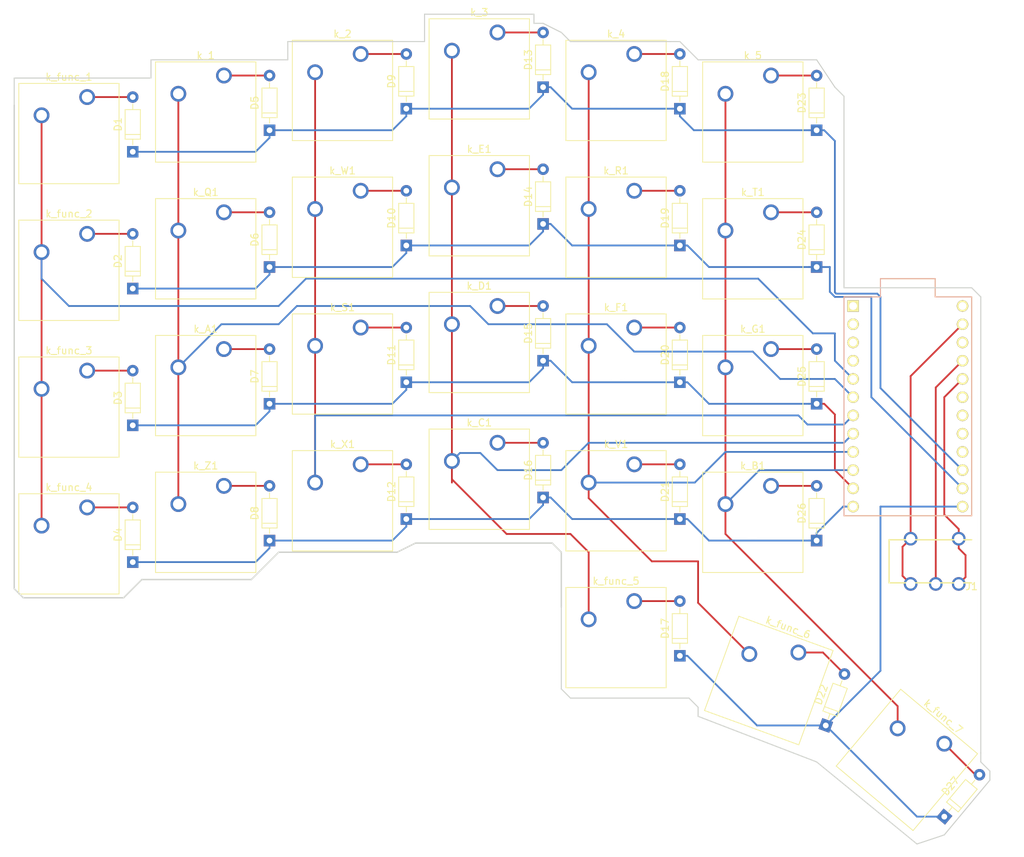
<source format=kicad_pcb>
(kicad_pcb (version 20171130) (host pcbnew "(5.0.0)")

  (general
    (thickness 1.6)
    (drawings 46)
    (tracks 214)
    (zones 0)
    (modules 56)
    (nets 52)
  )

  (page A4)
  (layers
    (0 F.Cu signal)
    (31 B.Cu signal)
    (32 B.Adhes user)
    (33 F.Adhes user)
    (34 B.Paste user)
    (35 F.Paste user)
    (36 B.SilkS user)
    (37 F.SilkS user)
    (38 B.Mask user)
    (39 F.Mask user)
    (40 Dwgs.User user)
    (41 Cmts.User user)
    (42 Eco1.User user)
    (43 Eco2.User user)
    (44 Edge.Cuts user)
    (45 Margin user)
    (46 B.CrtYd user)
    (47 F.CrtYd user)
    (48 B.Fab user)
    (49 F.Fab user)
  )

  (setup
    (last_trace_width 0.25)
    (trace_clearance 0.2)
    (zone_clearance 0.508)
    (zone_45_only no)
    (trace_min 0.2)
    (segment_width 0.2)
    (edge_width 0.15)
    (via_size 0.8)
    (via_drill 0.4)
    (via_min_size 0.4)
    (via_min_drill 0.3)
    (uvia_size 0.3)
    (uvia_drill 0.1)
    (uvias_allowed no)
    (uvia_min_size 0.2)
    (uvia_min_drill 0.1)
    (pcb_text_width 0.3)
    (pcb_text_size 1.5 1.5)
    (mod_edge_width 0.15)
    (mod_text_size 1 1)
    (mod_text_width 0.15)
    (pad_size 1.524 1.524)
    (pad_drill 0.762)
    (pad_to_mask_clearance 0.2)
    (aux_axis_origin 0 0)
    (visible_elements 7FFFF7FF)
    (pcbplotparams
      (layerselection 0x010fc_ffffffff)
      (usegerberextensions false)
      (usegerberattributes false)
      (usegerberadvancedattributes false)
      (creategerberjobfile false)
      (excludeedgelayer true)
      (linewidth 0.100000)
      (plotframeref false)
      (viasonmask false)
      (mode 1)
      (useauxorigin false)
      (hpglpennumber 1)
      (hpglpenspeed 20)
      (hpglpendiameter 15.000000)
      (psnegative false)
      (psa4output false)
      (plotreference true)
      (plotvalue true)
      (plotinvisibletext false)
      (padsonsilk false)
      (subtractmaskfromsilk false)
      (outputformat 1)
      (mirror false)
      (drillshape 1)
      (scaleselection 1)
      (outputdirectory ""))
  )

  (net 0 "")
  (net 1 "Net-(J1-PadS)")
  (net 2 "Net-(J1-PadR)")
  (net 3 "Net-(J1-PadT)")
  (net 4 "Net-(U1-Pad1)")
  (net 5 "Net-(U1-Pad2)")
  (net 6 "Net-(U1-Pad3)")
  (net 7 "Net-(U1-Pad4)")
  (net 8 "Net-(U1-Pad5)")
  (net 9 "Net-(U1-Pad6)")
  (net 10 "Net-(U1-Pad8)")
  (net 11 "Net-(U1-Pad9)")
  (net 12 "Net-(U1-Pad10)")
  (net 13 "Net-(D17-Pad1)")
  (net 14 "Net-(D12-Pad1)")
  (net 15 "Net-(D11-Pad1)")
  (net 16 "Net-(D10-Pad1)")
  (net 17 "Net-(D1-Pad1)")
  (net 18 "Net-(U1-Pad22)")
  (net 19 "Net-(U1-Pad24)")
  (net 20 "Net-(D22-Pad2)")
  (net 21 "Net-(D17-Pad2)")
  (net 22 "Net-(D18-Pad2)")
  (net 23 "Net-(D19-Pad2)")
  (net 24 "Net-(D20-Pad2)")
  (net 25 "Net-(D21-Pad2)")
  (net 26 "Net-(D23-Pad2)")
  (net 27 "Net-(D24-Pad2)")
  (net 28 "Net-(D25-Pad2)")
  (net 29 "Net-(D26-Pad2)")
  (net 30 "Net-(D27-Pad2)")
  (net 31 "Net-(D2-Pad2)")
  (net 32 "Net-(D14-Pad2)")
  (net 33 "Net-(D1-Pad2)")
  (net 34 "Net-(D16-Pad2)")
  (net 35 "Net-(D11-Pad2)")
  (net 36 "Net-(D8-Pad2)")
  (net 37 "Net-(D10-Pad2)")
  (net 38 "Net-(D12-Pad2)")
  (net 39 "Net-(D13-Pad2)")
  (net 40 "Net-(D15-Pad2)")
  (net 41 "Net-(D7-Pad2)")
  (net 42 "Net-(D6-Pad2)")
  (net 43 "Net-(D5-Pad2)")
  (net 44 "Net-(D4-Pad2)")
  (net 45 "Net-(D3-Pad2)")
  (net 46 "Net-(D9-Pad2)")
  (net 47 "Net-(U1-Pad17)")
  (net 48 "Net-(U1-Pad18)")
  (net 49 "Net-(U1-Pad19)")
  (net 50 "Net-(U1-Pad16)")
  (net 51 "Net-(U1-Pad7)")

  (net_class Default "This is the default net class."
    (clearance 0.2)
    (trace_width 0.25)
    (via_dia 0.8)
    (via_drill 0.4)
    (uvia_dia 0.3)
    (uvia_drill 0.1)
    (add_net "Net-(D1-Pad1)")
    (add_net "Net-(D1-Pad2)")
    (add_net "Net-(D10-Pad1)")
    (add_net "Net-(D10-Pad2)")
    (add_net "Net-(D11-Pad1)")
    (add_net "Net-(D11-Pad2)")
    (add_net "Net-(D12-Pad1)")
    (add_net "Net-(D12-Pad2)")
    (add_net "Net-(D13-Pad2)")
    (add_net "Net-(D14-Pad2)")
    (add_net "Net-(D15-Pad2)")
    (add_net "Net-(D16-Pad2)")
    (add_net "Net-(D17-Pad1)")
    (add_net "Net-(D17-Pad2)")
    (add_net "Net-(D18-Pad2)")
    (add_net "Net-(D19-Pad2)")
    (add_net "Net-(D2-Pad2)")
    (add_net "Net-(D20-Pad2)")
    (add_net "Net-(D21-Pad2)")
    (add_net "Net-(D22-Pad2)")
    (add_net "Net-(D23-Pad2)")
    (add_net "Net-(D24-Pad2)")
    (add_net "Net-(D25-Pad2)")
    (add_net "Net-(D26-Pad2)")
    (add_net "Net-(D27-Pad2)")
    (add_net "Net-(D3-Pad2)")
    (add_net "Net-(D4-Pad2)")
    (add_net "Net-(D5-Pad2)")
    (add_net "Net-(D6-Pad2)")
    (add_net "Net-(D7-Pad2)")
    (add_net "Net-(D8-Pad2)")
    (add_net "Net-(D9-Pad2)")
    (add_net "Net-(J1-PadR)")
    (add_net "Net-(J1-PadS)")
    (add_net "Net-(J1-PadT)")
    (add_net "Net-(U1-Pad1)")
    (add_net "Net-(U1-Pad10)")
    (add_net "Net-(U1-Pad16)")
    (add_net "Net-(U1-Pad17)")
    (add_net "Net-(U1-Pad18)")
    (add_net "Net-(U1-Pad19)")
    (add_net "Net-(U1-Pad2)")
    (add_net "Net-(U1-Pad22)")
    (add_net "Net-(U1-Pad24)")
    (add_net "Net-(U1-Pad3)")
    (add_net "Net-(U1-Pad4)")
    (add_net "Net-(U1-Pad5)")
    (add_net "Net-(U1-Pad6)")
    (add_net "Net-(U1-Pad7)")
    (add_net "Net-(U1-Pad8)")
    (add_net "Net-(U1-Pad9)")
  )

  (module Button_Switch_Keyboard:SW_Cherry_MX1A_1.00u_Plate (layer F.Cu) (tedit 5A02FE24) (tstamp 5BBA15A6)
    (at 36.83 87.74)
    (descr "Cherry MX keyswitch, MX1A, 1.00u, plate mount, http://cherryamericas.com/wp-content/uploads/2014/12/mx_cat.pdf")
    (tags "cherry mx keyswitch MX1A 1.00u plate")
    (path /5BB745E2)
    (fp_text reference k_func_3 (at -2.54 -2.794) (layer F.SilkS)
      (effects (font (size 1 1) (thickness 0.15)))
    )
    (fp_text value SW_Push (at -2.54 12.954) (layer F.Fab)
      (effects (font (size 1 1) (thickness 0.15)))
    )
    (fp_line (start -9.525 12.065) (end -9.525 -1.905) (layer F.SilkS) (width 0.12))
    (fp_line (start 4.445 12.065) (end -9.525 12.065) (layer F.SilkS) (width 0.12))
    (fp_line (start 4.445 -1.905) (end 4.445 12.065) (layer F.SilkS) (width 0.12))
    (fp_line (start -9.525 -1.905) (end 4.445 -1.905) (layer F.SilkS) (width 0.12))
    (fp_line (start -12.065 14.605) (end -12.065 -4.445) (layer Dwgs.User) (width 0.15))
    (fp_line (start 6.985 14.605) (end -12.065 14.605) (layer Dwgs.User) (width 0.15))
    (fp_line (start 6.985 -4.445) (end 6.985 14.605) (layer Dwgs.User) (width 0.15))
    (fp_line (start -12.065 -4.445) (end 6.985 -4.445) (layer Dwgs.User) (width 0.15))
    (fp_line (start -9.14 -1.52) (end 4.06 -1.52) (layer F.CrtYd) (width 0.05))
    (fp_line (start 4.06 -1.52) (end 4.06 11.68) (layer F.CrtYd) (width 0.05))
    (fp_line (start 4.06 11.68) (end -9.14 11.68) (layer F.CrtYd) (width 0.05))
    (fp_line (start -9.14 11.68) (end -9.14 -1.52) (layer F.CrtYd) (width 0.05))
    (fp_line (start -8.89 11.43) (end -8.89 -1.27) (layer F.Fab) (width 0.15))
    (fp_line (start 3.81 11.43) (end -8.89 11.43) (layer F.Fab) (width 0.15))
    (fp_line (start 3.81 -1.27) (end 3.81 11.43) (layer F.Fab) (width 0.15))
    (fp_line (start -8.89 -1.27) (end 3.81 -1.27) (layer F.Fab) (width 0.15))
    (fp_text user %R (at -2.54 -2.794) (layer F.Fab)
      (effects (font (size 1 1) (thickness 0.15)))
    )
    (pad "" np_thru_hole circle (at -2.54 5.08) (size 4 4) (drill 4) (layers *.Cu *.Mask))
    (pad 2 thru_hole circle (at -6.35 2.54) (size 2.2 2.2) (drill 1.5) (layers *.Cu *.Mask)
      (net 8 "Net-(U1-Pad5)"))
    (pad 1 thru_hole circle (at 0 0) (size 2.2 2.2) (drill 1.5) (layers *.Cu *.Mask)
      (net 45 "Net-(D3-Pad2)"))
    (model ${KISYS3DMOD}/Button_Switch_Keyboard.3dshapes/SW_Cherry_MX1A_1.00u_Plate.wrl
      (at (xyz 0 0 0))
      (scale (xyz 1 1 1))
      (rotate (xyz 0 0 0))
    )
  )

  (module Button_Switch_Keyboard:SW_Cherry_MX1A_1.00u_Plate (layer F.Cu) (tedit 5A02FE24) (tstamp 5BBA158E)
    (at 36.83 68.69)
    (descr "Cherry MX keyswitch, MX1A, 1.00u, plate mount, http://cherryamericas.com/wp-content/uploads/2014/12/mx_cat.pdf")
    (tags "cherry mx keyswitch MX1A 1.00u plate")
    (path /5BB743AD)
    (fp_text reference k_func_2 (at -2.54 -2.794) (layer F.SilkS)
      (effects (font (size 1 1) (thickness 0.15)))
    )
    (fp_text value SW_Push (at -2.54 12.954) (layer F.Fab)
      (effects (font (size 1 1) (thickness 0.15)))
    )
    (fp_text user %R (at -2.54 -2.794) (layer F.Fab)
      (effects (font (size 1 1) (thickness 0.15)))
    )
    (fp_line (start -8.89 -1.27) (end 3.81 -1.27) (layer F.Fab) (width 0.15))
    (fp_line (start 3.81 -1.27) (end 3.81 11.43) (layer F.Fab) (width 0.15))
    (fp_line (start 3.81 11.43) (end -8.89 11.43) (layer F.Fab) (width 0.15))
    (fp_line (start -8.89 11.43) (end -8.89 -1.27) (layer F.Fab) (width 0.15))
    (fp_line (start -9.14 11.68) (end -9.14 -1.52) (layer F.CrtYd) (width 0.05))
    (fp_line (start 4.06 11.68) (end -9.14 11.68) (layer F.CrtYd) (width 0.05))
    (fp_line (start 4.06 -1.52) (end 4.06 11.68) (layer F.CrtYd) (width 0.05))
    (fp_line (start -9.14 -1.52) (end 4.06 -1.52) (layer F.CrtYd) (width 0.05))
    (fp_line (start -12.065 -4.445) (end 6.985 -4.445) (layer Dwgs.User) (width 0.15))
    (fp_line (start 6.985 -4.445) (end 6.985 14.605) (layer Dwgs.User) (width 0.15))
    (fp_line (start 6.985 14.605) (end -12.065 14.605) (layer Dwgs.User) (width 0.15))
    (fp_line (start -12.065 14.605) (end -12.065 -4.445) (layer Dwgs.User) (width 0.15))
    (fp_line (start -9.525 -1.905) (end 4.445 -1.905) (layer F.SilkS) (width 0.12))
    (fp_line (start 4.445 -1.905) (end 4.445 12.065) (layer F.SilkS) (width 0.12))
    (fp_line (start 4.445 12.065) (end -9.525 12.065) (layer F.SilkS) (width 0.12))
    (fp_line (start -9.525 12.065) (end -9.525 -1.905) (layer F.SilkS) (width 0.12))
    (pad 1 thru_hole circle (at 0 0) (size 2.2 2.2) (drill 1.5) (layers *.Cu *.Mask)
      (net 31 "Net-(D2-Pad2)"))
    (pad 2 thru_hole circle (at -6.35 2.54) (size 2.2 2.2) (drill 1.5) (layers *.Cu *.Mask)
      (net 8 "Net-(U1-Pad5)"))
    (pad "" np_thru_hole circle (at -2.54 5.08) (size 4 4) (drill 4) (layers *.Cu *.Mask))
    (model ${KISYS3DMOD}/Button_Switch_Keyboard.3dshapes/SW_Cherry_MX1A_1.00u_Plate.wrl
      (at (xyz 0 0 0))
      (scale (xyz 1 1 1))
      (rotate (xyz 0 0 0))
    )
  )

  (module Button_Switch_Keyboard:SW_Cherry_MX1A_1.00u_Plate (layer F.Cu) (tedit 5A02FE24) (tstamp 5BBA1576)
    (at 36.83 49.64)
    (descr "Cherry MX keyswitch, MX1A, 1.00u, plate mount, http://cherryamericas.com/wp-content/uploads/2014/12/mx_cat.pdf")
    (tags "cherry mx keyswitch MX1A 1.00u plate")
    (path /5BB73814)
    (fp_text reference k_func_1 (at -2.54 -2.794) (layer F.SilkS)
      (effects (font (size 1 1) (thickness 0.15)))
    )
    (fp_text value SW_Push (at -2.54 12.954) (layer F.Fab)
      (effects (font (size 1 1) (thickness 0.15)))
    )
    (fp_line (start -9.525 12.065) (end -9.525 -1.905) (layer F.SilkS) (width 0.12))
    (fp_line (start 4.445 12.065) (end -9.525 12.065) (layer F.SilkS) (width 0.12))
    (fp_line (start 4.445 -1.905) (end 4.445 12.065) (layer F.SilkS) (width 0.12))
    (fp_line (start -9.525 -1.905) (end 4.445 -1.905) (layer F.SilkS) (width 0.12))
    (fp_line (start -12.065 14.605) (end -12.065 -4.445) (layer Dwgs.User) (width 0.15))
    (fp_line (start 6.985 14.605) (end -12.065 14.605) (layer Dwgs.User) (width 0.15))
    (fp_line (start 6.985 -4.445) (end 6.985 14.605) (layer Dwgs.User) (width 0.15))
    (fp_line (start -12.065 -4.445) (end 6.985 -4.445) (layer Dwgs.User) (width 0.15))
    (fp_line (start -9.14 -1.52) (end 4.06 -1.52) (layer F.CrtYd) (width 0.05))
    (fp_line (start 4.06 -1.52) (end 4.06 11.68) (layer F.CrtYd) (width 0.05))
    (fp_line (start 4.06 11.68) (end -9.14 11.68) (layer F.CrtYd) (width 0.05))
    (fp_line (start -9.14 11.68) (end -9.14 -1.52) (layer F.CrtYd) (width 0.05))
    (fp_line (start -8.89 11.43) (end -8.89 -1.27) (layer F.Fab) (width 0.15))
    (fp_line (start 3.81 11.43) (end -8.89 11.43) (layer F.Fab) (width 0.15))
    (fp_line (start 3.81 -1.27) (end 3.81 11.43) (layer F.Fab) (width 0.15))
    (fp_line (start -8.89 -1.27) (end 3.81 -1.27) (layer F.Fab) (width 0.15))
    (fp_text user %R (at -2.54 -2.794) (layer F.Fab)
      (effects (font (size 1 1) (thickness 0.15)))
    )
    (pad "" np_thru_hole circle (at -2.54 5.08) (size 4 4) (drill 4) (layers *.Cu *.Mask))
    (pad 2 thru_hole circle (at -6.35 2.54) (size 2.2 2.2) (drill 1.5) (layers *.Cu *.Mask)
      (net 8 "Net-(U1-Pad5)"))
    (pad 1 thru_hole circle (at 0 0) (size 2.2 2.2) (drill 1.5) (layers *.Cu *.Mask)
      (net 33 "Net-(D1-Pad2)"))
    (model ${KISYS3DMOD}/Button_Switch_Keyboard.3dshapes/SW_Cherry_MX1A_1.00u_Plate.wrl
      (at (xyz 0 0 0))
      (scale (xyz 1 1 1))
      (rotate (xyz 0 0 0))
    )
  )

  (module Button_Switch_Keyboard:SW_Cherry_MX1A_1.00u_Plate (layer F.Cu) (tedit 5A02FE24) (tstamp 5BBA155E)
    (at 113.03 81.74)
    (descr "Cherry MX keyswitch, MX1A, 1.00u, plate mount, http://cherryamericas.com/wp-content/uploads/2014/12/mx_cat.pdf")
    (tags "cherry mx keyswitch MX1A 1.00u plate")
    (path /5BB745D4)
    (fp_text reference k_F1 (at -2.54 -2.794) (layer F.SilkS)
      (effects (font (size 1 1) (thickness 0.15)))
    )
    (fp_text value SW_Push (at -2.54 12.954) (layer F.Fab)
      (effects (font (size 1 1) (thickness 0.15)))
    )
    (fp_text user %R (at -2.54 -2.794) (layer F.Fab)
      (effects (font (size 1 1) (thickness 0.15)))
    )
    (fp_line (start -8.89 -1.27) (end 3.81 -1.27) (layer F.Fab) (width 0.15))
    (fp_line (start 3.81 -1.27) (end 3.81 11.43) (layer F.Fab) (width 0.15))
    (fp_line (start 3.81 11.43) (end -8.89 11.43) (layer F.Fab) (width 0.15))
    (fp_line (start -8.89 11.43) (end -8.89 -1.27) (layer F.Fab) (width 0.15))
    (fp_line (start -9.14 11.68) (end -9.14 -1.52) (layer F.CrtYd) (width 0.05))
    (fp_line (start 4.06 11.68) (end -9.14 11.68) (layer F.CrtYd) (width 0.05))
    (fp_line (start 4.06 -1.52) (end 4.06 11.68) (layer F.CrtYd) (width 0.05))
    (fp_line (start -9.14 -1.52) (end 4.06 -1.52) (layer F.CrtYd) (width 0.05))
    (fp_line (start -12.065 -4.445) (end 6.985 -4.445) (layer Dwgs.User) (width 0.15))
    (fp_line (start 6.985 -4.445) (end 6.985 14.605) (layer Dwgs.User) (width 0.15))
    (fp_line (start 6.985 14.605) (end -12.065 14.605) (layer Dwgs.User) (width 0.15))
    (fp_line (start -12.065 14.605) (end -12.065 -4.445) (layer Dwgs.User) (width 0.15))
    (fp_line (start -9.525 -1.905) (end 4.445 -1.905) (layer F.SilkS) (width 0.12))
    (fp_line (start 4.445 -1.905) (end 4.445 12.065) (layer F.SilkS) (width 0.12))
    (fp_line (start 4.445 12.065) (end -9.525 12.065) (layer F.SilkS) (width 0.12))
    (fp_line (start -9.525 12.065) (end -9.525 -1.905) (layer F.SilkS) (width 0.12))
    (pad 1 thru_hole circle (at 0 0) (size 2.2 2.2) (drill 1.5) (layers *.Cu *.Mask)
      (net 24 "Net-(D20-Pad2)"))
    (pad 2 thru_hole circle (at -6.35 2.54) (size 2.2 2.2) (drill 1.5) (layers *.Cu *.Mask)
      (net 11 "Net-(U1-Pad9)"))
    (pad "" np_thru_hole circle (at -2.54 5.08) (size 4 4) (drill 4) (layers *.Cu *.Mask))
    (model ${KISYS3DMOD}/Button_Switch_Keyboard.3dshapes/SW_Cherry_MX1A_1.00u_Plate.wrl
      (at (xyz 0 0 0))
      (scale (xyz 1 1 1))
      (rotate (xyz 0 0 0))
    )
  )

  (module Button_Switch_Keyboard:SW_Cherry_MX1A_1.00u_Plate (layer F.Cu) (tedit 5A02FE24) (tstamp 5BBA1546)
    (at 93.98 59.69)
    (descr "Cherry MX keyswitch, MX1A, 1.00u, plate mount, http://cherryamericas.com/wp-content/uploads/2014/12/mx_cat.pdf")
    (tags "cherry mx keyswitch MX1A 1.00u plate")
    (path /5BB74398)
    (fp_text reference k_E1 (at -2.54 -2.794) (layer F.SilkS)
      (effects (font (size 1 1) (thickness 0.15)))
    )
    (fp_text value SW_Push (at -2.54 12.954) (layer F.Fab)
      (effects (font (size 1 1) (thickness 0.15)))
    )
    (fp_line (start -9.525 12.065) (end -9.525 -1.905) (layer F.SilkS) (width 0.12))
    (fp_line (start 4.445 12.065) (end -9.525 12.065) (layer F.SilkS) (width 0.12))
    (fp_line (start 4.445 -1.905) (end 4.445 12.065) (layer F.SilkS) (width 0.12))
    (fp_line (start -9.525 -1.905) (end 4.445 -1.905) (layer F.SilkS) (width 0.12))
    (fp_line (start -12.065 14.605) (end -12.065 -4.445) (layer Dwgs.User) (width 0.15))
    (fp_line (start 6.985 14.605) (end -12.065 14.605) (layer Dwgs.User) (width 0.15))
    (fp_line (start 6.985 -4.445) (end 6.985 14.605) (layer Dwgs.User) (width 0.15))
    (fp_line (start -12.065 -4.445) (end 6.985 -4.445) (layer Dwgs.User) (width 0.15))
    (fp_line (start -9.14 -1.52) (end 4.06 -1.52) (layer F.CrtYd) (width 0.05))
    (fp_line (start 4.06 -1.52) (end 4.06 11.68) (layer F.CrtYd) (width 0.05))
    (fp_line (start 4.06 11.68) (end -9.14 11.68) (layer F.CrtYd) (width 0.05))
    (fp_line (start -9.14 11.68) (end -9.14 -1.52) (layer F.CrtYd) (width 0.05))
    (fp_line (start -8.89 11.43) (end -8.89 -1.27) (layer F.Fab) (width 0.15))
    (fp_line (start 3.81 11.43) (end -8.89 11.43) (layer F.Fab) (width 0.15))
    (fp_line (start 3.81 -1.27) (end 3.81 11.43) (layer F.Fab) (width 0.15))
    (fp_line (start -8.89 -1.27) (end 3.81 -1.27) (layer F.Fab) (width 0.15))
    (fp_text user %R (at -2.54 -2.794) (layer F.Fab)
      (effects (font (size 1 1) (thickness 0.15)))
    )
    (pad "" np_thru_hole circle (at -2.54 5.08) (size 4 4) (drill 4) (layers *.Cu *.Mask))
    (pad 2 thru_hole circle (at -6.35 2.54) (size 2.2 2.2) (drill 1.5) (layers *.Cu *.Mask)
      (net 10 "Net-(U1-Pad8)"))
    (pad 1 thru_hole circle (at 0 0) (size 2.2 2.2) (drill 1.5) (layers *.Cu *.Mask)
      (net 32 "Net-(D14-Pad2)"))
    (model ${KISYS3DMOD}/Button_Switch_Keyboard.3dshapes/SW_Cherry_MX1A_1.00u_Plate.wrl
      (at (xyz 0 0 0))
      (scale (xyz 1 1 1))
      (rotate (xyz 0 0 0))
    )
  )

  (module Button_Switch_Keyboard:SW_Cherry_MX1A_1.00u_Plate (layer F.Cu) (tedit 5A02FE24) (tstamp 5BBA152E)
    (at 93.98 78.74)
    (descr "Cherry MX keyswitch, MX1A, 1.00u, plate mount, http://cherryamericas.com/wp-content/uploads/2014/12/mx_cat.pdf")
    (tags "cherry mx keyswitch MX1A 1.00u plate")
    (path /5BB745CD)
    (fp_text reference k_D1 (at -2.54 -2.794) (layer F.SilkS)
      (effects (font (size 1 1) (thickness 0.15)))
    )
    (fp_text value SW_Push (at -2.54 12.954) (layer F.Fab)
      (effects (font (size 1 1) (thickness 0.15)))
    )
    (fp_text user %R (at -2.54 -2.794) (layer F.Fab)
      (effects (font (size 1 1) (thickness 0.15)))
    )
    (fp_line (start -8.89 -1.27) (end 3.81 -1.27) (layer F.Fab) (width 0.15))
    (fp_line (start 3.81 -1.27) (end 3.81 11.43) (layer F.Fab) (width 0.15))
    (fp_line (start 3.81 11.43) (end -8.89 11.43) (layer F.Fab) (width 0.15))
    (fp_line (start -8.89 11.43) (end -8.89 -1.27) (layer F.Fab) (width 0.15))
    (fp_line (start -9.14 11.68) (end -9.14 -1.52) (layer F.CrtYd) (width 0.05))
    (fp_line (start 4.06 11.68) (end -9.14 11.68) (layer F.CrtYd) (width 0.05))
    (fp_line (start 4.06 -1.52) (end 4.06 11.68) (layer F.CrtYd) (width 0.05))
    (fp_line (start -9.14 -1.52) (end 4.06 -1.52) (layer F.CrtYd) (width 0.05))
    (fp_line (start -12.065 -4.445) (end 6.985 -4.445) (layer Dwgs.User) (width 0.15))
    (fp_line (start 6.985 -4.445) (end 6.985 14.605) (layer Dwgs.User) (width 0.15))
    (fp_line (start 6.985 14.605) (end -12.065 14.605) (layer Dwgs.User) (width 0.15))
    (fp_line (start -12.065 14.605) (end -12.065 -4.445) (layer Dwgs.User) (width 0.15))
    (fp_line (start -9.525 -1.905) (end 4.445 -1.905) (layer F.SilkS) (width 0.12))
    (fp_line (start 4.445 -1.905) (end 4.445 12.065) (layer F.SilkS) (width 0.12))
    (fp_line (start 4.445 12.065) (end -9.525 12.065) (layer F.SilkS) (width 0.12))
    (fp_line (start -9.525 12.065) (end -9.525 -1.905) (layer F.SilkS) (width 0.12))
    (pad 1 thru_hole circle (at 0 0) (size 2.2 2.2) (drill 1.5) (layers *.Cu *.Mask)
      (net 40 "Net-(D15-Pad2)"))
    (pad 2 thru_hole circle (at -6.35 2.54) (size 2.2 2.2) (drill 1.5) (layers *.Cu *.Mask)
      (net 10 "Net-(U1-Pad8)"))
    (pad "" np_thru_hole circle (at -2.54 5.08) (size 4 4) (drill 4) (layers *.Cu *.Mask))
    (model ${KISYS3DMOD}/Button_Switch_Keyboard.3dshapes/SW_Cherry_MX1A_1.00u_Plate.wrl
      (at (xyz 0 0 0))
      (scale (xyz 1 1 1))
      (rotate (xyz 0 0 0))
    )
  )

  (module Button_Switch_Keyboard:SW_Cherry_MX1A_1.00u_Plate (layer F.Cu) (tedit 5A02FE24) (tstamp 5BBA1516)
    (at 93.98 97.79)
    (descr "Cherry MX keyswitch, MX1A, 1.00u, plate mount, http://cherryamericas.com/wp-content/uploads/2014/12/mx_cat.pdf")
    (tags "cherry mx keyswitch MX1A 1.00u plate")
    (path /5BB74766)
    (fp_text reference k_C1 (at -2.54 -2.794) (layer F.SilkS)
      (effects (font (size 1 1) (thickness 0.15)))
    )
    (fp_text value SW_Push (at -2.54 12.954) (layer F.Fab)
      (effects (font (size 1 1) (thickness 0.15)))
    )
    (fp_line (start -9.525 12.065) (end -9.525 -1.905) (layer F.SilkS) (width 0.12))
    (fp_line (start 4.445 12.065) (end -9.525 12.065) (layer F.SilkS) (width 0.12))
    (fp_line (start 4.445 -1.905) (end 4.445 12.065) (layer F.SilkS) (width 0.12))
    (fp_line (start -9.525 -1.905) (end 4.445 -1.905) (layer F.SilkS) (width 0.12))
    (fp_line (start -12.065 14.605) (end -12.065 -4.445) (layer Dwgs.User) (width 0.15))
    (fp_line (start 6.985 14.605) (end -12.065 14.605) (layer Dwgs.User) (width 0.15))
    (fp_line (start 6.985 -4.445) (end 6.985 14.605) (layer Dwgs.User) (width 0.15))
    (fp_line (start -12.065 -4.445) (end 6.985 -4.445) (layer Dwgs.User) (width 0.15))
    (fp_line (start -9.14 -1.52) (end 4.06 -1.52) (layer F.CrtYd) (width 0.05))
    (fp_line (start 4.06 -1.52) (end 4.06 11.68) (layer F.CrtYd) (width 0.05))
    (fp_line (start 4.06 11.68) (end -9.14 11.68) (layer F.CrtYd) (width 0.05))
    (fp_line (start -9.14 11.68) (end -9.14 -1.52) (layer F.CrtYd) (width 0.05))
    (fp_line (start -8.89 11.43) (end -8.89 -1.27) (layer F.Fab) (width 0.15))
    (fp_line (start 3.81 11.43) (end -8.89 11.43) (layer F.Fab) (width 0.15))
    (fp_line (start 3.81 -1.27) (end 3.81 11.43) (layer F.Fab) (width 0.15))
    (fp_line (start -8.89 -1.27) (end 3.81 -1.27) (layer F.Fab) (width 0.15))
    (fp_text user %R (at -2.54 -2.794) (layer F.Fab)
      (effects (font (size 1 1) (thickness 0.15)))
    )
    (pad "" np_thru_hole circle (at -2.54 5.08) (size 4 4) (drill 4) (layers *.Cu *.Mask))
    (pad 2 thru_hole circle (at -6.35 2.54) (size 2.2 2.2) (drill 1.5) (layers *.Cu *.Mask)
      (net 10 "Net-(U1-Pad8)"))
    (pad 1 thru_hole circle (at 0 0) (size 2.2 2.2) (drill 1.5) (layers *.Cu *.Mask)
      (net 34 "Net-(D16-Pad2)"))
    (model ${KISYS3DMOD}/Button_Switch_Keyboard.3dshapes/SW_Cherry_MX1A_1.00u_Plate.wrl
      (at (xyz 0 0 0))
      (scale (xyz 1 1 1))
      (rotate (xyz 0 0 0))
    )
  )

  (module Button_Switch_Keyboard:SW_Cherry_MX1A_1.00u_Plate (layer F.Cu) (tedit 5A02FE24) (tstamp 5BBA14FE)
    (at 132.08 103.79)
    (descr "Cherry MX keyswitch, MX1A, 1.00u, plate mount, http://cherryamericas.com/wp-content/uploads/2014/12/mx_cat.pdf")
    (tags "cherry mx keyswitch MX1A 1.00u plate")
    (path /5BB74774)
    (fp_text reference k_B1 (at -2.54 -2.794) (layer F.SilkS)
      (effects (font (size 1 1) (thickness 0.15)))
    )
    (fp_text value SW_Push (at -2.54 12.954) (layer F.Fab)
      (effects (font (size 1 1) (thickness 0.15)))
    )
    (fp_text user %R (at -2.54 -2.794) (layer F.Fab)
      (effects (font (size 1 1) (thickness 0.15)))
    )
    (fp_line (start -8.89 -1.27) (end 3.81 -1.27) (layer F.Fab) (width 0.15))
    (fp_line (start 3.81 -1.27) (end 3.81 11.43) (layer F.Fab) (width 0.15))
    (fp_line (start 3.81 11.43) (end -8.89 11.43) (layer F.Fab) (width 0.15))
    (fp_line (start -8.89 11.43) (end -8.89 -1.27) (layer F.Fab) (width 0.15))
    (fp_line (start -9.14 11.68) (end -9.14 -1.52) (layer F.CrtYd) (width 0.05))
    (fp_line (start 4.06 11.68) (end -9.14 11.68) (layer F.CrtYd) (width 0.05))
    (fp_line (start 4.06 -1.52) (end 4.06 11.68) (layer F.CrtYd) (width 0.05))
    (fp_line (start -9.14 -1.52) (end 4.06 -1.52) (layer F.CrtYd) (width 0.05))
    (fp_line (start -12.065 -4.445) (end 6.985 -4.445) (layer Dwgs.User) (width 0.15))
    (fp_line (start 6.985 -4.445) (end 6.985 14.605) (layer Dwgs.User) (width 0.15))
    (fp_line (start 6.985 14.605) (end -12.065 14.605) (layer Dwgs.User) (width 0.15))
    (fp_line (start -12.065 14.605) (end -12.065 -4.445) (layer Dwgs.User) (width 0.15))
    (fp_line (start -9.525 -1.905) (end 4.445 -1.905) (layer F.SilkS) (width 0.12))
    (fp_line (start 4.445 -1.905) (end 4.445 12.065) (layer F.SilkS) (width 0.12))
    (fp_line (start 4.445 12.065) (end -9.525 12.065) (layer F.SilkS) (width 0.12))
    (fp_line (start -9.525 12.065) (end -9.525 -1.905) (layer F.SilkS) (width 0.12))
    (pad 1 thru_hole circle (at 0 0) (size 2.2 2.2) (drill 1.5) (layers *.Cu *.Mask)
      (net 29 "Net-(D26-Pad2)"))
    (pad 2 thru_hole circle (at -6.35 2.54) (size 2.2 2.2) (drill 1.5) (layers *.Cu *.Mask)
      (net 12 "Net-(U1-Pad10)"))
    (pad "" np_thru_hole circle (at -2.54 5.08) (size 4 4) (drill 4) (layers *.Cu *.Mask))
    (model ${KISYS3DMOD}/Button_Switch_Keyboard.3dshapes/SW_Cherry_MX1A_1.00u_Plate.wrl
      (at (xyz 0 0 0))
      (scale (xyz 1 1 1))
      (rotate (xyz 0 0 0))
    )
  )

  (module Button_Switch_Keyboard:SW_Cherry_MX1A_1.00u_Plate (layer F.Cu) (tedit 5A02FE24) (tstamp 5BBA14E6)
    (at 55.88 84.74)
    (descr "Cherry MX keyswitch, MX1A, 1.00u, plate mount, http://cherryamericas.com/wp-content/uploads/2014/12/mx_cat.pdf")
    (tags "cherry mx keyswitch MX1A 1.00u plate")
    (path /5BB745BF)
    (fp_text reference k_A1 (at -2.54 -2.794) (layer F.SilkS)
      (effects (font (size 1 1) (thickness 0.15)))
    )
    (fp_text value SW_Push (at -2.54 12.954) (layer F.Fab)
      (effects (font (size 1 1) (thickness 0.15)))
    )
    (fp_line (start -9.525 12.065) (end -9.525 -1.905) (layer F.SilkS) (width 0.12))
    (fp_line (start 4.445 12.065) (end -9.525 12.065) (layer F.SilkS) (width 0.12))
    (fp_line (start 4.445 -1.905) (end 4.445 12.065) (layer F.SilkS) (width 0.12))
    (fp_line (start -9.525 -1.905) (end 4.445 -1.905) (layer F.SilkS) (width 0.12))
    (fp_line (start -12.065 14.605) (end -12.065 -4.445) (layer Dwgs.User) (width 0.15))
    (fp_line (start 6.985 14.605) (end -12.065 14.605) (layer Dwgs.User) (width 0.15))
    (fp_line (start 6.985 -4.445) (end 6.985 14.605) (layer Dwgs.User) (width 0.15))
    (fp_line (start -12.065 -4.445) (end 6.985 -4.445) (layer Dwgs.User) (width 0.15))
    (fp_line (start -9.14 -1.52) (end 4.06 -1.52) (layer F.CrtYd) (width 0.05))
    (fp_line (start 4.06 -1.52) (end 4.06 11.68) (layer F.CrtYd) (width 0.05))
    (fp_line (start 4.06 11.68) (end -9.14 11.68) (layer F.CrtYd) (width 0.05))
    (fp_line (start -9.14 11.68) (end -9.14 -1.52) (layer F.CrtYd) (width 0.05))
    (fp_line (start -8.89 11.43) (end -8.89 -1.27) (layer F.Fab) (width 0.15))
    (fp_line (start 3.81 11.43) (end -8.89 11.43) (layer F.Fab) (width 0.15))
    (fp_line (start 3.81 -1.27) (end 3.81 11.43) (layer F.Fab) (width 0.15))
    (fp_line (start -8.89 -1.27) (end 3.81 -1.27) (layer F.Fab) (width 0.15))
    (fp_text user %R (at -2.54 -2.794) (layer F.Fab)
      (effects (font (size 1 1) (thickness 0.15)))
    )
    (pad "" np_thru_hole circle (at -2.54 5.08) (size 4 4) (drill 4) (layers *.Cu *.Mask))
    (pad 2 thru_hole circle (at -6.35 2.54) (size 2.2 2.2) (drill 1.5) (layers *.Cu *.Mask)
      (net 9 "Net-(U1-Pad6)"))
    (pad 1 thru_hole circle (at 0 0) (size 2.2 2.2) (drill 1.5) (layers *.Cu *.Mask)
      (net 41 "Net-(D7-Pad2)"))
    (model ${KISYS3DMOD}/Button_Switch_Keyboard.3dshapes/SW_Cherry_MX1A_1.00u_Plate.wrl
      (at (xyz 0 0 0))
      (scale (xyz 1 1 1))
      (rotate (xyz 0 0 0))
    )
  )

  (module Button_Switch_Keyboard:SW_Cherry_MX1A_1.00u_Plate (layer F.Cu) (tedit 5A02FE24) (tstamp 5BBA14CE)
    (at 132.08 46.64)
    (descr "Cherry MX keyswitch, MX1A, 1.00u, plate mount, http://cherryamericas.com/wp-content/uploads/2014/12/mx_cat.pdf")
    (tags "cherry mx keyswitch MX1A 1.00u plate")
    (path /5BB737C6)
    (fp_text reference k_5 (at -2.54 -2.794) (layer F.SilkS)
      (effects (font (size 1 1) (thickness 0.15)))
    )
    (fp_text value SW_Push (at -2.54 12.954) (layer F.Fab)
      (effects (font (size 1 1) (thickness 0.15)))
    )
    (fp_text user %R (at -2.54 -2.794) (layer F.Fab)
      (effects (font (size 1 1) (thickness 0.15)))
    )
    (fp_line (start -8.89 -1.27) (end 3.81 -1.27) (layer F.Fab) (width 0.15))
    (fp_line (start 3.81 -1.27) (end 3.81 11.43) (layer F.Fab) (width 0.15))
    (fp_line (start 3.81 11.43) (end -8.89 11.43) (layer F.Fab) (width 0.15))
    (fp_line (start -8.89 11.43) (end -8.89 -1.27) (layer F.Fab) (width 0.15))
    (fp_line (start -9.14 11.68) (end -9.14 -1.52) (layer F.CrtYd) (width 0.05))
    (fp_line (start 4.06 11.68) (end -9.14 11.68) (layer F.CrtYd) (width 0.05))
    (fp_line (start 4.06 -1.52) (end 4.06 11.68) (layer F.CrtYd) (width 0.05))
    (fp_line (start -9.14 -1.52) (end 4.06 -1.52) (layer F.CrtYd) (width 0.05))
    (fp_line (start -12.065 -4.445) (end 6.985 -4.445) (layer Dwgs.User) (width 0.15))
    (fp_line (start 6.985 -4.445) (end 6.985 14.605) (layer Dwgs.User) (width 0.15))
    (fp_line (start 6.985 14.605) (end -12.065 14.605) (layer Dwgs.User) (width 0.15))
    (fp_line (start -12.065 14.605) (end -12.065 -4.445) (layer Dwgs.User) (width 0.15))
    (fp_line (start -9.525 -1.905) (end 4.445 -1.905) (layer F.SilkS) (width 0.12))
    (fp_line (start 4.445 -1.905) (end 4.445 12.065) (layer F.SilkS) (width 0.12))
    (fp_line (start 4.445 12.065) (end -9.525 12.065) (layer F.SilkS) (width 0.12))
    (fp_line (start -9.525 12.065) (end -9.525 -1.905) (layer F.SilkS) (width 0.12))
    (pad 1 thru_hole circle (at 0 0) (size 2.2 2.2) (drill 1.5) (layers *.Cu *.Mask)
      (net 26 "Net-(D23-Pad2)"))
    (pad 2 thru_hole circle (at -6.35 2.54) (size 2.2 2.2) (drill 1.5) (layers *.Cu *.Mask)
      (net 12 "Net-(U1-Pad10)"))
    (pad "" np_thru_hole circle (at -2.54 5.08) (size 4 4) (drill 4) (layers *.Cu *.Mask))
    (model ${KISYS3DMOD}/Button_Switch_Keyboard.3dshapes/SW_Cherry_MX1A_1.00u_Plate.wrl
      (at (xyz 0 0 0))
      (scale (xyz 1 1 1))
      (rotate (xyz 0 0 0))
    )
  )

  (module Button_Switch_Keyboard:SW_Cherry_MX1A_1.00u_Plate (layer F.Cu) (tedit 5A02FE24) (tstamp 5BBA14B6)
    (at 113.03 43.64)
    (descr "Cherry MX keyswitch, MX1A, 1.00u, plate mount, http://cherryamericas.com/wp-content/uploads/2014/12/mx_cat.pdf")
    (tags "cherry mx keyswitch MX1A 1.00u plate")
    (path /5BB737A5)
    (fp_text reference k_4 (at -2.54 -2.794) (layer F.SilkS)
      (effects (font (size 1 1) (thickness 0.15)))
    )
    (fp_text value SW_Push (at -2.54 12.954) (layer F.Fab)
      (effects (font (size 1 1) (thickness 0.15)))
    )
    (fp_line (start -9.525 12.065) (end -9.525 -1.905) (layer F.SilkS) (width 0.12))
    (fp_line (start 4.445 12.065) (end -9.525 12.065) (layer F.SilkS) (width 0.12))
    (fp_line (start 4.445 -1.905) (end 4.445 12.065) (layer F.SilkS) (width 0.12))
    (fp_line (start -9.525 -1.905) (end 4.445 -1.905) (layer F.SilkS) (width 0.12))
    (fp_line (start -12.065 14.605) (end -12.065 -4.445) (layer Dwgs.User) (width 0.15))
    (fp_line (start 6.985 14.605) (end -12.065 14.605) (layer Dwgs.User) (width 0.15))
    (fp_line (start 6.985 -4.445) (end 6.985 14.605) (layer Dwgs.User) (width 0.15))
    (fp_line (start -12.065 -4.445) (end 6.985 -4.445) (layer Dwgs.User) (width 0.15))
    (fp_line (start -9.14 -1.52) (end 4.06 -1.52) (layer F.CrtYd) (width 0.05))
    (fp_line (start 4.06 -1.52) (end 4.06 11.68) (layer F.CrtYd) (width 0.05))
    (fp_line (start 4.06 11.68) (end -9.14 11.68) (layer F.CrtYd) (width 0.05))
    (fp_line (start -9.14 11.68) (end -9.14 -1.52) (layer F.CrtYd) (width 0.05))
    (fp_line (start -8.89 11.43) (end -8.89 -1.27) (layer F.Fab) (width 0.15))
    (fp_line (start 3.81 11.43) (end -8.89 11.43) (layer F.Fab) (width 0.15))
    (fp_line (start 3.81 -1.27) (end 3.81 11.43) (layer F.Fab) (width 0.15))
    (fp_line (start -8.89 -1.27) (end 3.81 -1.27) (layer F.Fab) (width 0.15))
    (fp_text user %R (at -2.54 -2.794) (layer F.Fab)
      (effects (font (size 1 1) (thickness 0.15)))
    )
    (pad "" np_thru_hole circle (at -2.54 5.08) (size 4 4) (drill 4) (layers *.Cu *.Mask))
    (pad 2 thru_hole circle (at -6.35 2.54) (size 2.2 2.2) (drill 1.5) (layers *.Cu *.Mask)
      (net 11 "Net-(U1-Pad9)"))
    (pad 1 thru_hole circle (at 0 0) (size 2.2 2.2) (drill 1.5) (layers *.Cu *.Mask)
      (net 22 "Net-(D18-Pad2)"))
    (model ${KISYS3DMOD}/Button_Switch_Keyboard.3dshapes/SW_Cherry_MX1A_1.00u_Plate.wrl
      (at (xyz 0 0 0))
      (scale (xyz 1 1 1))
      (rotate (xyz 0 0 0))
    )
  )

  (module Button_Switch_Keyboard:SW_Cherry_MX1A_1.00u_Plate (layer F.Cu) (tedit 5A02FE24) (tstamp 5BBA149E)
    (at 93.98 40.64)
    (descr "Cherry MX keyswitch, MX1A, 1.00u, plate mount, http://cherryamericas.com/wp-content/uploads/2014/12/mx_cat.pdf")
    (tags "cherry mx keyswitch MX1A 1.00u plate")
    (path /5BB73783)
    (fp_text reference k_3 (at -2.54 -2.794) (layer F.SilkS)
      (effects (font (size 1 1) (thickness 0.15)))
    )
    (fp_text value SW_Push (at -2.54 12.954) (layer F.Fab)
      (effects (font (size 1 1) (thickness 0.15)))
    )
    (fp_text user %R (at -2.54 -2.794) (layer F.Fab)
      (effects (font (size 1 1) (thickness 0.15)))
    )
    (fp_line (start -8.89 -1.27) (end 3.81 -1.27) (layer F.Fab) (width 0.15))
    (fp_line (start 3.81 -1.27) (end 3.81 11.43) (layer F.Fab) (width 0.15))
    (fp_line (start 3.81 11.43) (end -8.89 11.43) (layer F.Fab) (width 0.15))
    (fp_line (start -8.89 11.43) (end -8.89 -1.27) (layer F.Fab) (width 0.15))
    (fp_line (start -9.14 11.68) (end -9.14 -1.52) (layer F.CrtYd) (width 0.05))
    (fp_line (start 4.06 11.68) (end -9.14 11.68) (layer F.CrtYd) (width 0.05))
    (fp_line (start 4.06 -1.52) (end 4.06 11.68) (layer F.CrtYd) (width 0.05))
    (fp_line (start -9.14 -1.52) (end 4.06 -1.52) (layer F.CrtYd) (width 0.05))
    (fp_line (start -12.065 -4.445) (end 6.985 -4.445) (layer Dwgs.User) (width 0.15))
    (fp_line (start 6.985 -4.445) (end 6.985 14.605) (layer Dwgs.User) (width 0.15))
    (fp_line (start 6.985 14.605) (end -12.065 14.605) (layer Dwgs.User) (width 0.15))
    (fp_line (start -12.065 14.605) (end -12.065 -4.445) (layer Dwgs.User) (width 0.15))
    (fp_line (start -9.525 -1.905) (end 4.445 -1.905) (layer F.SilkS) (width 0.12))
    (fp_line (start 4.445 -1.905) (end 4.445 12.065) (layer F.SilkS) (width 0.12))
    (fp_line (start 4.445 12.065) (end -9.525 12.065) (layer F.SilkS) (width 0.12))
    (fp_line (start -9.525 12.065) (end -9.525 -1.905) (layer F.SilkS) (width 0.12))
    (pad 1 thru_hole circle (at 0 0) (size 2.2 2.2) (drill 1.5) (layers *.Cu *.Mask)
      (net 39 "Net-(D13-Pad2)"))
    (pad 2 thru_hole circle (at -6.35 2.54) (size 2.2 2.2) (drill 1.5) (layers *.Cu *.Mask)
      (net 10 "Net-(U1-Pad8)"))
    (pad "" np_thru_hole circle (at -2.54 5.08) (size 4 4) (drill 4) (layers *.Cu *.Mask))
    (model ${KISYS3DMOD}/Button_Switch_Keyboard.3dshapes/SW_Cherry_MX1A_1.00u_Plate.wrl
      (at (xyz 0 0 0))
      (scale (xyz 1 1 1))
      (rotate (xyz 0 0 0))
    )
  )

  (module Button_Switch_Keyboard:SW_Cherry_MX1A_1.00u_Plate (layer F.Cu) (tedit 5A02FE24) (tstamp 5BBA1486)
    (at 74.93 43.64)
    (descr "Cherry MX keyswitch, MX1A, 1.00u, plate mount, http://cherryamericas.com/wp-content/uploads/2014/12/mx_cat.pdf")
    (tags "cherry mx keyswitch MX1A 1.00u plate")
    (path /5BB7373E)
    (fp_text reference k_2 (at -2.54 -2.794) (layer F.SilkS)
      (effects (font (size 1 1) (thickness 0.15)))
    )
    (fp_text value SW_Push (at -2.54 12.954) (layer F.Fab)
      (effects (font (size 1 1) (thickness 0.15)))
    )
    (fp_line (start -9.525 12.065) (end -9.525 -1.905) (layer F.SilkS) (width 0.12))
    (fp_line (start 4.445 12.065) (end -9.525 12.065) (layer F.SilkS) (width 0.12))
    (fp_line (start 4.445 -1.905) (end 4.445 12.065) (layer F.SilkS) (width 0.12))
    (fp_line (start -9.525 -1.905) (end 4.445 -1.905) (layer F.SilkS) (width 0.12))
    (fp_line (start -12.065 14.605) (end -12.065 -4.445) (layer Dwgs.User) (width 0.15))
    (fp_line (start 6.985 14.605) (end -12.065 14.605) (layer Dwgs.User) (width 0.15))
    (fp_line (start 6.985 -4.445) (end 6.985 14.605) (layer Dwgs.User) (width 0.15))
    (fp_line (start -12.065 -4.445) (end 6.985 -4.445) (layer Dwgs.User) (width 0.15))
    (fp_line (start -9.14 -1.52) (end 4.06 -1.52) (layer F.CrtYd) (width 0.05))
    (fp_line (start 4.06 -1.52) (end 4.06 11.68) (layer F.CrtYd) (width 0.05))
    (fp_line (start 4.06 11.68) (end -9.14 11.68) (layer F.CrtYd) (width 0.05))
    (fp_line (start -9.14 11.68) (end -9.14 -1.52) (layer F.CrtYd) (width 0.05))
    (fp_line (start -8.89 11.43) (end -8.89 -1.27) (layer F.Fab) (width 0.15))
    (fp_line (start 3.81 11.43) (end -8.89 11.43) (layer F.Fab) (width 0.15))
    (fp_line (start 3.81 -1.27) (end 3.81 11.43) (layer F.Fab) (width 0.15))
    (fp_line (start -8.89 -1.27) (end 3.81 -1.27) (layer F.Fab) (width 0.15))
    (fp_text user %R (at -2.54 -2.794) (layer F.Fab)
      (effects (font (size 1 1) (thickness 0.15)))
    )
    (pad "" np_thru_hole circle (at -2.54 5.08) (size 4 4) (drill 4) (layers *.Cu *.Mask))
    (pad 2 thru_hole circle (at -6.35 2.54) (size 2.2 2.2) (drill 1.5) (layers *.Cu *.Mask)
      (net 51 "Net-(U1-Pad7)"))
    (pad 1 thru_hole circle (at 0 0) (size 2.2 2.2) (drill 1.5) (layers *.Cu *.Mask)
      (net 46 "Net-(D9-Pad2)"))
    (model ${KISYS3DMOD}/Button_Switch_Keyboard.3dshapes/SW_Cherry_MX1A_1.00u_Plate.wrl
      (at (xyz 0 0 0))
      (scale (xyz 1 1 1))
      (rotate (xyz 0 0 0))
    )
  )

  (module Button_Switch_Keyboard:SW_Cherry_MX1A_1.00u_Plate (layer F.Cu) (tedit 5A02FE24) (tstamp 5BBA146E)
    (at 55.88 46.64)
    (descr "Cherry MX keyswitch, MX1A, 1.00u, plate mount, http://cherryamericas.com/wp-content/uploads/2014/12/mx_cat.pdf")
    (tags "cherry mx keyswitch MX1A 1.00u plate")
    (path /5BB735DB)
    (fp_text reference k_1 (at -2.54 -2.794) (layer F.SilkS)
      (effects (font (size 1 1) (thickness 0.15)))
    )
    (fp_text value SW_Push (at -2.54 12.954) (layer F.Fab)
      (effects (font (size 1 1) (thickness 0.15)))
    )
    (fp_text user %R (at -2.54 -2.794) (layer F.Fab)
      (effects (font (size 1 1) (thickness 0.15)))
    )
    (fp_line (start -8.89 -1.27) (end 3.81 -1.27) (layer F.Fab) (width 0.15))
    (fp_line (start 3.81 -1.27) (end 3.81 11.43) (layer F.Fab) (width 0.15))
    (fp_line (start 3.81 11.43) (end -8.89 11.43) (layer F.Fab) (width 0.15))
    (fp_line (start -8.89 11.43) (end -8.89 -1.27) (layer F.Fab) (width 0.15))
    (fp_line (start -9.14 11.68) (end -9.14 -1.52) (layer F.CrtYd) (width 0.05))
    (fp_line (start 4.06 11.68) (end -9.14 11.68) (layer F.CrtYd) (width 0.05))
    (fp_line (start 4.06 -1.52) (end 4.06 11.68) (layer F.CrtYd) (width 0.05))
    (fp_line (start -9.14 -1.52) (end 4.06 -1.52) (layer F.CrtYd) (width 0.05))
    (fp_line (start -12.065 -4.445) (end 6.985 -4.445) (layer Dwgs.User) (width 0.15))
    (fp_line (start 6.985 -4.445) (end 6.985 14.605) (layer Dwgs.User) (width 0.15))
    (fp_line (start 6.985 14.605) (end -12.065 14.605) (layer Dwgs.User) (width 0.15))
    (fp_line (start -12.065 14.605) (end -12.065 -4.445) (layer Dwgs.User) (width 0.15))
    (fp_line (start -9.525 -1.905) (end 4.445 -1.905) (layer F.SilkS) (width 0.12))
    (fp_line (start 4.445 -1.905) (end 4.445 12.065) (layer F.SilkS) (width 0.12))
    (fp_line (start 4.445 12.065) (end -9.525 12.065) (layer F.SilkS) (width 0.12))
    (fp_line (start -9.525 12.065) (end -9.525 -1.905) (layer F.SilkS) (width 0.12))
    (pad 1 thru_hole circle (at 0 0) (size 2.2 2.2) (drill 1.5) (layers *.Cu *.Mask)
      (net 43 "Net-(D5-Pad2)"))
    (pad 2 thru_hole circle (at -6.35 2.54) (size 2.2 2.2) (drill 1.5) (layers *.Cu *.Mask)
      (net 9 "Net-(U1-Pad6)"))
    (pad "" np_thru_hole circle (at -2.54 5.08) (size 4 4) (drill 4) (layers *.Cu *.Mask))
    (model ${KISYS3DMOD}/Button_Switch_Keyboard.3dshapes/SW_Cherry_MX1A_1.00u_Plate.wrl
      (at (xyz 0 0 0))
      (scale (xyz 1 1 1))
      (rotate (xyz 0 0 0))
    )
  )

  (module Button_Switch_Keyboard:SW_Cherry_MX1A_1.00u_Plate (layer F.Cu) (tedit 5A02FE24) (tstamp 5BBA1456)
    (at 36.83 106.79)
    (descr "Cherry MX keyswitch, MX1A, 1.00u, plate mount, http://cherryamericas.com/wp-content/uploads/2014/12/mx_cat.pdf")
    (tags "cherry mx keyswitch MX1A 1.00u plate")
    (path /5BB7477B)
    (fp_text reference k_func_4 (at -2.54 -2.794) (layer F.SilkS)
      (effects (font (size 1 1) (thickness 0.15)))
    )
    (fp_text value SW_Push (at -2.54 12.954) (layer F.Fab)
      (effects (font (size 1 1) (thickness 0.15)))
    )
    (fp_line (start -9.525 12.065) (end -9.525 -1.905) (layer F.SilkS) (width 0.12))
    (fp_line (start 4.445 12.065) (end -9.525 12.065) (layer F.SilkS) (width 0.12))
    (fp_line (start 4.445 -1.905) (end 4.445 12.065) (layer F.SilkS) (width 0.12))
    (fp_line (start -9.525 -1.905) (end 4.445 -1.905) (layer F.SilkS) (width 0.12))
    (fp_line (start -12.065 14.605) (end -12.065 -4.445) (layer Dwgs.User) (width 0.15))
    (fp_line (start 6.985 14.605) (end -12.065 14.605) (layer Dwgs.User) (width 0.15))
    (fp_line (start 6.985 -4.445) (end 6.985 14.605) (layer Dwgs.User) (width 0.15))
    (fp_line (start -12.065 -4.445) (end 6.985 -4.445) (layer Dwgs.User) (width 0.15))
    (fp_line (start -9.14 -1.52) (end 4.06 -1.52) (layer F.CrtYd) (width 0.05))
    (fp_line (start 4.06 -1.52) (end 4.06 11.68) (layer F.CrtYd) (width 0.05))
    (fp_line (start 4.06 11.68) (end -9.14 11.68) (layer F.CrtYd) (width 0.05))
    (fp_line (start -9.14 11.68) (end -9.14 -1.52) (layer F.CrtYd) (width 0.05))
    (fp_line (start -8.89 11.43) (end -8.89 -1.27) (layer F.Fab) (width 0.15))
    (fp_line (start 3.81 11.43) (end -8.89 11.43) (layer F.Fab) (width 0.15))
    (fp_line (start 3.81 -1.27) (end 3.81 11.43) (layer F.Fab) (width 0.15))
    (fp_line (start -8.89 -1.27) (end 3.81 -1.27) (layer F.Fab) (width 0.15))
    (fp_text user %R (at -2.54 -2.794) (layer F.Fab)
      (effects (font (size 1 1) (thickness 0.15)))
    )
    (pad "" np_thru_hole circle (at -2.54 5.08) (size 4 4) (drill 4) (layers *.Cu *.Mask))
    (pad 2 thru_hole circle (at -6.35 2.54) (size 2.2 2.2) (drill 1.5) (layers *.Cu *.Mask)
      (net 8 "Net-(U1-Pad5)"))
    (pad 1 thru_hole circle (at 0 0) (size 2.2 2.2) (drill 1.5) (layers *.Cu *.Mask)
      (net 44 "Net-(D4-Pad2)"))
    (model ${KISYS3DMOD}/Button_Switch_Keyboard.3dshapes/SW_Cherry_MX1A_1.00u_Plate.wrl
      (at (xyz 0 0 0))
      (scale (xyz 1 1 1))
      (rotate (xyz 0 0 0))
    )
  )

  (module Button_Switch_Keyboard:SW_Cherry_MX1A_1.00u_Plate (layer F.Cu) (tedit 5A02FE24) (tstamp 5BBA143E)
    (at 55.88 103.79)
    (descr "Cherry MX keyswitch, MX1A, 1.00u, plate mount, http://cherryamericas.com/wp-content/uploads/2014/12/mx_cat.pdf")
    (tags "cherry mx keyswitch MX1A 1.00u plate")
    (path /5BB74758)
    (fp_text reference k_Z1 (at -2.54 -2.794) (layer F.SilkS)
      (effects (font (size 1 1) (thickness 0.15)))
    )
    (fp_text value SW_Push (at -2.54 12.954) (layer F.Fab)
      (effects (font (size 1 1) (thickness 0.15)))
    )
    (fp_text user %R (at -2.54 -2.794) (layer F.Fab)
      (effects (font (size 1 1) (thickness 0.15)))
    )
    (fp_line (start -8.89 -1.27) (end 3.81 -1.27) (layer F.Fab) (width 0.15))
    (fp_line (start 3.81 -1.27) (end 3.81 11.43) (layer F.Fab) (width 0.15))
    (fp_line (start 3.81 11.43) (end -8.89 11.43) (layer F.Fab) (width 0.15))
    (fp_line (start -8.89 11.43) (end -8.89 -1.27) (layer F.Fab) (width 0.15))
    (fp_line (start -9.14 11.68) (end -9.14 -1.52) (layer F.CrtYd) (width 0.05))
    (fp_line (start 4.06 11.68) (end -9.14 11.68) (layer F.CrtYd) (width 0.05))
    (fp_line (start 4.06 -1.52) (end 4.06 11.68) (layer F.CrtYd) (width 0.05))
    (fp_line (start -9.14 -1.52) (end 4.06 -1.52) (layer F.CrtYd) (width 0.05))
    (fp_line (start -12.065 -4.445) (end 6.985 -4.445) (layer Dwgs.User) (width 0.15))
    (fp_line (start 6.985 -4.445) (end 6.985 14.605) (layer Dwgs.User) (width 0.15))
    (fp_line (start 6.985 14.605) (end -12.065 14.605) (layer Dwgs.User) (width 0.15))
    (fp_line (start -12.065 14.605) (end -12.065 -4.445) (layer Dwgs.User) (width 0.15))
    (fp_line (start -9.525 -1.905) (end 4.445 -1.905) (layer F.SilkS) (width 0.12))
    (fp_line (start 4.445 -1.905) (end 4.445 12.065) (layer F.SilkS) (width 0.12))
    (fp_line (start 4.445 12.065) (end -9.525 12.065) (layer F.SilkS) (width 0.12))
    (fp_line (start -9.525 12.065) (end -9.525 -1.905) (layer F.SilkS) (width 0.12))
    (pad 1 thru_hole circle (at 0 0) (size 2.2 2.2) (drill 1.5) (layers *.Cu *.Mask)
      (net 36 "Net-(D8-Pad2)"))
    (pad 2 thru_hole circle (at -6.35 2.54) (size 2.2 2.2) (drill 1.5) (layers *.Cu *.Mask)
      (net 9 "Net-(U1-Pad6)"))
    (pad "" np_thru_hole circle (at -2.54 5.08) (size 4 4) (drill 4) (layers *.Cu *.Mask))
    (model ${KISYS3DMOD}/Button_Switch_Keyboard.3dshapes/SW_Cherry_MX1A_1.00u_Plate.wrl
      (at (xyz 0 0 0))
      (scale (xyz 1 1 1))
      (rotate (xyz 0 0 0))
    )
  )

  (module Button_Switch_Keyboard:SW_Cherry_MX1A_1.00u_Plate (layer F.Cu) (tedit 5A02FE24) (tstamp 5BBA1426)
    (at 74.93 100.79)
    (descr "Cherry MX keyswitch, MX1A, 1.00u, plate mount, http://cherryamericas.com/wp-content/uploads/2014/12/mx_cat.pdf")
    (tags "cherry mx keyswitch MX1A 1.00u plate")
    (path /5BB7475F)
    (fp_text reference k_X1 (at -2.54 -2.794) (layer F.SilkS)
      (effects (font (size 1 1) (thickness 0.15)))
    )
    (fp_text value SW_Push (at -2.54 12.954) (layer F.Fab)
      (effects (font (size 1 1) (thickness 0.15)))
    )
    (fp_line (start -9.525 12.065) (end -9.525 -1.905) (layer F.SilkS) (width 0.12))
    (fp_line (start 4.445 12.065) (end -9.525 12.065) (layer F.SilkS) (width 0.12))
    (fp_line (start 4.445 -1.905) (end 4.445 12.065) (layer F.SilkS) (width 0.12))
    (fp_line (start -9.525 -1.905) (end 4.445 -1.905) (layer F.SilkS) (width 0.12))
    (fp_line (start -12.065 14.605) (end -12.065 -4.445) (layer Dwgs.User) (width 0.15))
    (fp_line (start 6.985 14.605) (end -12.065 14.605) (layer Dwgs.User) (width 0.15))
    (fp_line (start 6.985 -4.445) (end 6.985 14.605) (layer Dwgs.User) (width 0.15))
    (fp_line (start -12.065 -4.445) (end 6.985 -4.445) (layer Dwgs.User) (width 0.15))
    (fp_line (start -9.14 -1.52) (end 4.06 -1.52) (layer F.CrtYd) (width 0.05))
    (fp_line (start 4.06 -1.52) (end 4.06 11.68) (layer F.CrtYd) (width 0.05))
    (fp_line (start 4.06 11.68) (end -9.14 11.68) (layer F.CrtYd) (width 0.05))
    (fp_line (start -9.14 11.68) (end -9.14 -1.52) (layer F.CrtYd) (width 0.05))
    (fp_line (start -8.89 11.43) (end -8.89 -1.27) (layer F.Fab) (width 0.15))
    (fp_line (start 3.81 11.43) (end -8.89 11.43) (layer F.Fab) (width 0.15))
    (fp_line (start 3.81 -1.27) (end 3.81 11.43) (layer F.Fab) (width 0.15))
    (fp_line (start -8.89 -1.27) (end 3.81 -1.27) (layer F.Fab) (width 0.15))
    (fp_text user %R (at -2.54 -2.794) (layer F.Fab)
      (effects (font (size 1 1) (thickness 0.15)))
    )
    (pad "" np_thru_hole circle (at -2.54 5.08) (size 4 4) (drill 4) (layers *.Cu *.Mask))
    (pad 2 thru_hole circle (at -6.35 2.54) (size 2.2 2.2) (drill 1.5) (layers *.Cu *.Mask)
      (net 51 "Net-(U1-Pad7)"))
    (pad 1 thru_hole circle (at 0 0) (size 2.2 2.2) (drill 1.5) (layers *.Cu *.Mask)
      (net 38 "Net-(D12-Pad2)"))
    (model ${KISYS3DMOD}/Button_Switch_Keyboard.3dshapes/SW_Cherry_MX1A_1.00u_Plate.wrl
      (at (xyz 0 0 0))
      (scale (xyz 1 1 1))
      (rotate (xyz 0 0 0))
    )
  )

  (module Button_Switch_Keyboard:SW_Cherry_MX1A_1.00u_Plate (layer F.Cu) (tedit 5A02FE24) (tstamp 5BBA140E)
    (at 74.93 62.69)
    (descr "Cherry MX keyswitch, MX1A, 1.00u, plate mount, http://cherryamericas.com/wp-content/uploads/2014/12/mx_cat.pdf")
    (tags "cherry mx keyswitch MX1A 1.00u plate")
    (path /5BB74391)
    (fp_text reference k_W1 (at -2.54 -2.794) (layer F.SilkS)
      (effects (font (size 1 1) (thickness 0.15)))
    )
    (fp_text value SW_Push (at -2.54 12.954) (layer F.Fab)
      (effects (font (size 1 1) (thickness 0.15)))
    )
    (fp_text user %R (at -2.54 -2.794) (layer F.Fab)
      (effects (font (size 1 1) (thickness 0.15)))
    )
    (fp_line (start -8.89 -1.27) (end 3.81 -1.27) (layer F.Fab) (width 0.15))
    (fp_line (start 3.81 -1.27) (end 3.81 11.43) (layer F.Fab) (width 0.15))
    (fp_line (start 3.81 11.43) (end -8.89 11.43) (layer F.Fab) (width 0.15))
    (fp_line (start -8.89 11.43) (end -8.89 -1.27) (layer F.Fab) (width 0.15))
    (fp_line (start -9.14 11.68) (end -9.14 -1.52) (layer F.CrtYd) (width 0.05))
    (fp_line (start 4.06 11.68) (end -9.14 11.68) (layer F.CrtYd) (width 0.05))
    (fp_line (start 4.06 -1.52) (end 4.06 11.68) (layer F.CrtYd) (width 0.05))
    (fp_line (start -9.14 -1.52) (end 4.06 -1.52) (layer F.CrtYd) (width 0.05))
    (fp_line (start -12.065 -4.445) (end 6.985 -4.445) (layer Dwgs.User) (width 0.15))
    (fp_line (start 6.985 -4.445) (end 6.985 14.605) (layer Dwgs.User) (width 0.15))
    (fp_line (start 6.985 14.605) (end -12.065 14.605) (layer Dwgs.User) (width 0.15))
    (fp_line (start -12.065 14.605) (end -12.065 -4.445) (layer Dwgs.User) (width 0.15))
    (fp_line (start -9.525 -1.905) (end 4.445 -1.905) (layer F.SilkS) (width 0.12))
    (fp_line (start 4.445 -1.905) (end 4.445 12.065) (layer F.SilkS) (width 0.12))
    (fp_line (start 4.445 12.065) (end -9.525 12.065) (layer F.SilkS) (width 0.12))
    (fp_line (start -9.525 12.065) (end -9.525 -1.905) (layer F.SilkS) (width 0.12))
    (pad 1 thru_hole circle (at 0 0) (size 2.2 2.2) (drill 1.5) (layers *.Cu *.Mask)
      (net 37 "Net-(D10-Pad2)"))
    (pad 2 thru_hole circle (at -6.35 2.54) (size 2.2 2.2) (drill 1.5) (layers *.Cu *.Mask)
      (net 51 "Net-(U1-Pad7)"))
    (pad "" np_thru_hole circle (at -2.54 5.08) (size 4 4) (drill 4) (layers *.Cu *.Mask))
    (model ${KISYS3DMOD}/Button_Switch_Keyboard.3dshapes/SW_Cherry_MX1A_1.00u_Plate.wrl
      (at (xyz 0 0 0))
      (scale (xyz 1 1 1))
      (rotate (xyz 0 0 0))
    )
  )

  (module Button_Switch_Keyboard:SW_Cherry_MX1A_1.00u_Plate (layer F.Cu) (tedit 5A02FE24) (tstamp 5BBA13F6)
    (at 113.03 100.79)
    (descr "Cherry MX keyswitch, MX1A, 1.00u, plate mount, http://cherryamericas.com/wp-content/uploads/2014/12/mx_cat.pdf")
    (tags "cherry mx keyswitch MX1A 1.00u plate")
    (path /5BB7476D)
    (fp_text reference k_V1 (at -2.54 -2.794) (layer F.SilkS)
      (effects (font (size 1 1) (thickness 0.15)))
    )
    (fp_text value SW_Push (at -2.54 12.954) (layer F.Fab)
      (effects (font (size 1 1) (thickness 0.15)))
    )
    (fp_line (start -9.525 12.065) (end -9.525 -1.905) (layer F.SilkS) (width 0.12))
    (fp_line (start 4.445 12.065) (end -9.525 12.065) (layer F.SilkS) (width 0.12))
    (fp_line (start 4.445 -1.905) (end 4.445 12.065) (layer F.SilkS) (width 0.12))
    (fp_line (start -9.525 -1.905) (end 4.445 -1.905) (layer F.SilkS) (width 0.12))
    (fp_line (start -12.065 14.605) (end -12.065 -4.445) (layer Dwgs.User) (width 0.15))
    (fp_line (start 6.985 14.605) (end -12.065 14.605) (layer Dwgs.User) (width 0.15))
    (fp_line (start 6.985 -4.445) (end 6.985 14.605) (layer Dwgs.User) (width 0.15))
    (fp_line (start -12.065 -4.445) (end 6.985 -4.445) (layer Dwgs.User) (width 0.15))
    (fp_line (start -9.14 -1.52) (end 4.06 -1.52) (layer F.CrtYd) (width 0.05))
    (fp_line (start 4.06 -1.52) (end 4.06 11.68) (layer F.CrtYd) (width 0.05))
    (fp_line (start 4.06 11.68) (end -9.14 11.68) (layer F.CrtYd) (width 0.05))
    (fp_line (start -9.14 11.68) (end -9.14 -1.52) (layer F.CrtYd) (width 0.05))
    (fp_line (start -8.89 11.43) (end -8.89 -1.27) (layer F.Fab) (width 0.15))
    (fp_line (start 3.81 11.43) (end -8.89 11.43) (layer F.Fab) (width 0.15))
    (fp_line (start 3.81 -1.27) (end 3.81 11.43) (layer F.Fab) (width 0.15))
    (fp_line (start -8.89 -1.27) (end 3.81 -1.27) (layer F.Fab) (width 0.15))
    (fp_text user %R (at -2.54 -2.794) (layer F.Fab)
      (effects (font (size 1 1) (thickness 0.15)))
    )
    (pad "" np_thru_hole circle (at -2.54 5.08) (size 4 4) (drill 4) (layers *.Cu *.Mask))
    (pad 2 thru_hole circle (at -6.35 2.54) (size 2.2 2.2) (drill 1.5) (layers *.Cu *.Mask)
      (net 11 "Net-(U1-Pad9)"))
    (pad 1 thru_hole circle (at 0 0) (size 2.2 2.2) (drill 1.5) (layers *.Cu *.Mask)
      (net 25 "Net-(D21-Pad2)"))
    (model ${KISYS3DMOD}/Button_Switch_Keyboard.3dshapes/SW_Cherry_MX1A_1.00u_Plate.wrl
      (at (xyz 0 0 0))
      (scale (xyz 1 1 1))
      (rotate (xyz 0 0 0))
    )
  )

  (module Button_Switch_Keyboard:SW_Cherry_MX1A_1.00u_Plate (layer F.Cu) (tedit 5A02FE24) (tstamp 5BBA13DE)
    (at 132.08 65.69)
    (descr "Cherry MX keyswitch, MX1A, 1.00u, plate mount, http://cherryamericas.com/wp-content/uploads/2014/12/mx_cat.pdf")
    (tags "cherry mx keyswitch MX1A 1.00u plate")
    (path /5BB743A6)
    (fp_text reference k_T1 (at -2.54 -2.794) (layer F.SilkS)
      (effects (font (size 1 1) (thickness 0.15)))
    )
    (fp_text value SW_Push (at -2.54 12.954) (layer F.Fab)
      (effects (font (size 1 1) (thickness 0.15)))
    )
    (fp_text user %R (at -2.54 -2.794) (layer F.Fab)
      (effects (font (size 1 1) (thickness 0.15)))
    )
    (fp_line (start -8.89 -1.27) (end 3.81 -1.27) (layer F.Fab) (width 0.15))
    (fp_line (start 3.81 -1.27) (end 3.81 11.43) (layer F.Fab) (width 0.15))
    (fp_line (start 3.81 11.43) (end -8.89 11.43) (layer F.Fab) (width 0.15))
    (fp_line (start -8.89 11.43) (end -8.89 -1.27) (layer F.Fab) (width 0.15))
    (fp_line (start -9.14 11.68) (end -9.14 -1.52) (layer F.CrtYd) (width 0.05))
    (fp_line (start 4.06 11.68) (end -9.14 11.68) (layer F.CrtYd) (width 0.05))
    (fp_line (start 4.06 -1.52) (end 4.06 11.68) (layer F.CrtYd) (width 0.05))
    (fp_line (start -9.14 -1.52) (end 4.06 -1.52) (layer F.CrtYd) (width 0.05))
    (fp_line (start -12.065 -4.445) (end 6.985 -4.445) (layer Dwgs.User) (width 0.15))
    (fp_line (start 6.985 -4.445) (end 6.985 14.605) (layer Dwgs.User) (width 0.15))
    (fp_line (start 6.985 14.605) (end -12.065 14.605) (layer Dwgs.User) (width 0.15))
    (fp_line (start -12.065 14.605) (end -12.065 -4.445) (layer Dwgs.User) (width 0.15))
    (fp_line (start -9.525 -1.905) (end 4.445 -1.905) (layer F.SilkS) (width 0.12))
    (fp_line (start 4.445 -1.905) (end 4.445 12.065) (layer F.SilkS) (width 0.12))
    (fp_line (start 4.445 12.065) (end -9.525 12.065) (layer F.SilkS) (width 0.12))
    (fp_line (start -9.525 12.065) (end -9.525 -1.905) (layer F.SilkS) (width 0.12))
    (pad 1 thru_hole circle (at 0 0) (size 2.2 2.2) (drill 1.5) (layers *.Cu *.Mask)
      (net 27 "Net-(D24-Pad2)"))
    (pad 2 thru_hole circle (at -6.35 2.54) (size 2.2 2.2) (drill 1.5) (layers *.Cu *.Mask)
      (net 12 "Net-(U1-Pad10)"))
    (pad "" np_thru_hole circle (at -2.54 5.08) (size 4 4) (drill 4) (layers *.Cu *.Mask))
    (model ${KISYS3DMOD}/Button_Switch_Keyboard.3dshapes/SW_Cherry_MX1A_1.00u_Plate.wrl
      (at (xyz 0 0 0))
      (scale (xyz 1 1 1))
      (rotate (xyz 0 0 0))
    )
  )

  (module Button_Switch_Keyboard:SW_Cherry_MX1A_1.00u_Plate (layer F.Cu) (tedit 5A02FE24) (tstamp 5BBA13C6)
    (at 74.93 81.74)
    (descr "Cherry MX keyswitch, MX1A, 1.00u, plate mount, http://cherryamericas.com/wp-content/uploads/2014/12/mx_cat.pdf")
    (tags "cherry mx keyswitch MX1A 1.00u plate")
    (path /5BB745C6)
    (fp_text reference k_S1 (at -2.54 -2.794) (layer F.SilkS)
      (effects (font (size 1 1) (thickness 0.15)))
    )
    (fp_text value SW_Push (at -2.54 12.954) (layer F.Fab)
      (effects (font (size 1 1) (thickness 0.15)))
    )
    (fp_line (start -9.525 12.065) (end -9.525 -1.905) (layer F.SilkS) (width 0.12))
    (fp_line (start 4.445 12.065) (end -9.525 12.065) (layer F.SilkS) (width 0.12))
    (fp_line (start 4.445 -1.905) (end 4.445 12.065) (layer F.SilkS) (width 0.12))
    (fp_line (start -9.525 -1.905) (end 4.445 -1.905) (layer F.SilkS) (width 0.12))
    (fp_line (start -12.065 14.605) (end -12.065 -4.445) (layer Dwgs.User) (width 0.15))
    (fp_line (start 6.985 14.605) (end -12.065 14.605) (layer Dwgs.User) (width 0.15))
    (fp_line (start 6.985 -4.445) (end 6.985 14.605) (layer Dwgs.User) (width 0.15))
    (fp_line (start -12.065 -4.445) (end 6.985 -4.445) (layer Dwgs.User) (width 0.15))
    (fp_line (start -9.14 -1.52) (end 4.06 -1.52) (layer F.CrtYd) (width 0.05))
    (fp_line (start 4.06 -1.52) (end 4.06 11.68) (layer F.CrtYd) (width 0.05))
    (fp_line (start 4.06 11.68) (end -9.14 11.68) (layer F.CrtYd) (width 0.05))
    (fp_line (start -9.14 11.68) (end -9.14 -1.52) (layer F.CrtYd) (width 0.05))
    (fp_line (start -8.89 11.43) (end -8.89 -1.27) (layer F.Fab) (width 0.15))
    (fp_line (start 3.81 11.43) (end -8.89 11.43) (layer F.Fab) (width 0.15))
    (fp_line (start 3.81 -1.27) (end 3.81 11.43) (layer F.Fab) (width 0.15))
    (fp_line (start -8.89 -1.27) (end 3.81 -1.27) (layer F.Fab) (width 0.15))
    (fp_text user %R (at -2.54 -2.794) (layer F.Fab)
      (effects (font (size 1 1) (thickness 0.15)))
    )
    (pad "" np_thru_hole circle (at -2.54 5.08) (size 4 4) (drill 4) (layers *.Cu *.Mask))
    (pad 2 thru_hole circle (at -6.35 2.54) (size 2.2 2.2) (drill 1.5) (layers *.Cu *.Mask)
      (net 51 "Net-(U1-Pad7)"))
    (pad 1 thru_hole circle (at 0 0) (size 2.2 2.2) (drill 1.5) (layers *.Cu *.Mask)
      (net 35 "Net-(D11-Pad2)"))
    (model ${KISYS3DMOD}/Button_Switch_Keyboard.3dshapes/SW_Cherry_MX1A_1.00u_Plate.wrl
      (at (xyz 0 0 0))
      (scale (xyz 1 1 1))
      (rotate (xyz 0 0 0))
    )
  )

  (module Button_Switch_Keyboard:SW_Cherry_MX1A_1.00u_Plate (layer F.Cu) (tedit 5A02FE24) (tstamp 5BBA13AE)
    (at 113.03 62.69)
    (descr "Cherry MX keyswitch, MX1A, 1.00u, plate mount, http://cherryamericas.com/wp-content/uploads/2014/12/mx_cat.pdf")
    (tags "cherry mx keyswitch MX1A 1.00u plate")
    (path /5BB7439F)
    (fp_text reference k_R1 (at -2.54 -2.794) (layer F.SilkS)
      (effects (font (size 1 1) (thickness 0.15)))
    )
    (fp_text value SW_Push (at -2.54 12.954) (layer F.Fab)
      (effects (font (size 1 1) (thickness 0.15)))
    )
    (fp_text user %R (at -2.54 -2.794) (layer F.Fab)
      (effects (font (size 1 1) (thickness 0.15)))
    )
    (fp_line (start -8.89 -1.27) (end 3.81 -1.27) (layer F.Fab) (width 0.15))
    (fp_line (start 3.81 -1.27) (end 3.81 11.43) (layer F.Fab) (width 0.15))
    (fp_line (start 3.81 11.43) (end -8.89 11.43) (layer F.Fab) (width 0.15))
    (fp_line (start -8.89 11.43) (end -8.89 -1.27) (layer F.Fab) (width 0.15))
    (fp_line (start -9.14 11.68) (end -9.14 -1.52) (layer F.CrtYd) (width 0.05))
    (fp_line (start 4.06 11.68) (end -9.14 11.68) (layer F.CrtYd) (width 0.05))
    (fp_line (start 4.06 -1.52) (end 4.06 11.68) (layer F.CrtYd) (width 0.05))
    (fp_line (start -9.14 -1.52) (end 4.06 -1.52) (layer F.CrtYd) (width 0.05))
    (fp_line (start -12.065 -4.445) (end 6.985 -4.445) (layer Dwgs.User) (width 0.15))
    (fp_line (start 6.985 -4.445) (end 6.985 14.605) (layer Dwgs.User) (width 0.15))
    (fp_line (start 6.985 14.605) (end -12.065 14.605) (layer Dwgs.User) (width 0.15))
    (fp_line (start -12.065 14.605) (end -12.065 -4.445) (layer Dwgs.User) (width 0.15))
    (fp_line (start -9.525 -1.905) (end 4.445 -1.905) (layer F.SilkS) (width 0.12))
    (fp_line (start 4.445 -1.905) (end 4.445 12.065) (layer F.SilkS) (width 0.12))
    (fp_line (start 4.445 12.065) (end -9.525 12.065) (layer F.SilkS) (width 0.12))
    (fp_line (start -9.525 12.065) (end -9.525 -1.905) (layer F.SilkS) (width 0.12))
    (pad 1 thru_hole circle (at 0 0) (size 2.2 2.2) (drill 1.5) (layers *.Cu *.Mask)
      (net 23 "Net-(D19-Pad2)"))
    (pad 2 thru_hole circle (at -6.35 2.54) (size 2.2 2.2) (drill 1.5) (layers *.Cu *.Mask)
      (net 11 "Net-(U1-Pad9)"))
    (pad "" np_thru_hole circle (at -2.54 5.08) (size 4 4) (drill 4) (layers *.Cu *.Mask))
    (model ${KISYS3DMOD}/Button_Switch_Keyboard.3dshapes/SW_Cherry_MX1A_1.00u_Plate.wrl
      (at (xyz 0 0 0))
      (scale (xyz 1 1 1))
      (rotate (xyz 0 0 0))
    )
  )

  (module Button_Switch_Keyboard:SW_Cherry_MX1A_1.00u_Plate (layer F.Cu) (tedit 5A02FE24) (tstamp 5BBA1396)
    (at 55.88 65.69)
    (descr "Cherry MX keyswitch, MX1A, 1.00u, plate mount, http://cherryamericas.com/wp-content/uploads/2014/12/mx_cat.pdf")
    (tags "cherry mx keyswitch MX1A 1.00u plate")
    (path /5BB7438A)
    (fp_text reference k_Q1 (at -2.54 -2.794) (layer F.SilkS)
      (effects (font (size 1 1) (thickness 0.15)))
    )
    (fp_text value SW_Push (at -2.54 12.954) (layer F.Fab)
      (effects (font (size 1 1) (thickness 0.15)))
    )
    (fp_line (start -9.525 12.065) (end -9.525 -1.905) (layer F.SilkS) (width 0.12))
    (fp_line (start 4.445 12.065) (end -9.525 12.065) (layer F.SilkS) (width 0.12))
    (fp_line (start 4.445 -1.905) (end 4.445 12.065) (layer F.SilkS) (width 0.12))
    (fp_line (start -9.525 -1.905) (end 4.445 -1.905) (layer F.SilkS) (width 0.12))
    (fp_line (start -12.065 14.605) (end -12.065 -4.445) (layer Dwgs.User) (width 0.15))
    (fp_line (start 6.985 14.605) (end -12.065 14.605) (layer Dwgs.User) (width 0.15))
    (fp_line (start 6.985 -4.445) (end 6.985 14.605) (layer Dwgs.User) (width 0.15))
    (fp_line (start -12.065 -4.445) (end 6.985 -4.445) (layer Dwgs.User) (width 0.15))
    (fp_line (start -9.14 -1.52) (end 4.06 -1.52) (layer F.CrtYd) (width 0.05))
    (fp_line (start 4.06 -1.52) (end 4.06 11.68) (layer F.CrtYd) (width 0.05))
    (fp_line (start 4.06 11.68) (end -9.14 11.68) (layer F.CrtYd) (width 0.05))
    (fp_line (start -9.14 11.68) (end -9.14 -1.52) (layer F.CrtYd) (width 0.05))
    (fp_line (start -8.89 11.43) (end -8.89 -1.27) (layer F.Fab) (width 0.15))
    (fp_line (start 3.81 11.43) (end -8.89 11.43) (layer F.Fab) (width 0.15))
    (fp_line (start 3.81 -1.27) (end 3.81 11.43) (layer F.Fab) (width 0.15))
    (fp_line (start -8.89 -1.27) (end 3.81 -1.27) (layer F.Fab) (width 0.15))
    (fp_text user %R (at -2.54 -2.794) (layer F.Fab)
      (effects (font (size 1 1) (thickness 0.15)))
    )
    (pad "" np_thru_hole circle (at -2.54 5.08) (size 4 4) (drill 4) (layers *.Cu *.Mask))
    (pad 2 thru_hole circle (at -6.35 2.54) (size 2.2 2.2) (drill 1.5) (layers *.Cu *.Mask)
      (net 9 "Net-(U1-Pad6)"))
    (pad 1 thru_hole circle (at 0 0) (size 2.2 2.2) (drill 1.5) (layers *.Cu *.Mask)
      (net 42 "Net-(D6-Pad2)"))
    (model ${KISYS3DMOD}/Button_Switch_Keyboard.3dshapes/SW_Cherry_MX1A_1.00u_Plate.wrl
      (at (xyz 0 0 0))
      (scale (xyz 1 1 1))
      (rotate (xyz 0 0 0))
    )
  )

  (module Button_Switch_Keyboard:SW_Cherry_MX1A_1.00u_Plate (layer F.Cu) (tedit 5A02FE24) (tstamp 5BBA137E)
    (at 132.08 84.74)
    (descr "Cherry MX keyswitch, MX1A, 1.00u, plate mount, http://cherryamericas.com/wp-content/uploads/2014/12/mx_cat.pdf")
    (tags "cherry mx keyswitch MX1A 1.00u plate")
    (path /5BB745DB)
    (fp_text reference k_G1 (at -2.54 -2.794) (layer F.SilkS)
      (effects (font (size 1 1) (thickness 0.15)))
    )
    (fp_text value SW_Push (at -2.54 12.954) (layer F.Fab)
      (effects (font (size 1 1) (thickness 0.15)))
    )
    (fp_text user %R (at -2.54 -2.794) (layer F.Fab)
      (effects (font (size 1 1) (thickness 0.15)))
    )
    (fp_line (start -8.89 -1.27) (end 3.81 -1.27) (layer F.Fab) (width 0.15))
    (fp_line (start 3.81 -1.27) (end 3.81 11.43) (layer F.Fab) (width 0.15))
    (fp_line (start 3.81 11.43) (end -8.89 11.43) (layer F.Fab) (width 0.15))
    (fp_line (start -8.89 11.43) (end -8.89 -1.27) (layer F.Fab) (width 0.15))
    (fp_line (start -9.14 11.68) (end -9.14 -1.52) (layer F.CrtYd) (width 0.05))
    (fp_line (start 4.06 11.68) (end -9.14 11.68) (layer F.CrtYd) (width 0.05))
    (fp_line (start 4.06 -1.52) (end 4.06 11.68) (layer F.CrtYd) (width 0.05))
    (fp_line (start -9.14 -1.52) (end 4.06 -1.52) (layer F.CrtYd) (width 0.05))
    (fp_line (start -12.065 -4.445) (end 6.985 -4.445) (layer Dwgs.User) (width 0.15))
    (fp_line (start 6.985 -4.445) (end 6.985 14.605) (layer Dwgs.User) (width 0.15))
    (fp_line (start 6.985 14.605) (end -12.065 14.605) (layer Dwgs.User) (width 0.15))
    (fp_line (start -12.065 14.605) (end -12.065 -4.445) (layer Dwgs.User) (width 0.15))
    (fp_line (start -9.525 -1.905) (end 4.445 -1.905) (layer F.SilkS) (width 0.12))
    (fp_line (start 4.445 -1.905) (end 4.445 12.065) (layer F.SilkS) (width 0.12))
    (fp_line (start 4.445 12.065) (end -9.525 12.065) (layer F.SilkS) (width 0.12))
    (fp_line (start -9.525 12.065) (end -9.525 -1.905) (layer F.SilkS) (width 0.12))
    (pad 1 thru_hole circle (at 0 0) (size 2.2 2.2) (drill 1.5) (layers *.Cu *.Mask)
      (net 28 "Net-(D25-Pad2)"))
    (pad 2 thru_hole circle (at -6.35 2.54) (size 2.2 2.2) (drill 1.5) (layers *.Cu *.Mask)
      (net 12 "Net-(U1-Pad10)"))
    (pad "" np_thru_hole circle (at -2.54 5.08) (size 4 4) (drill 4) (layers *.Cu *.Mask))
    (model ${KISYS3DMOD}/Button_Switch_Keyboard.3dshapes/SW_Cherry_MX1A_1.00u_Plate.wrl
      (at (xyz 0 0 0))
      (scale (xyz 1 1 1))
      (rotate (xyz 0 0 0))
    )
  )

  (module Button_Switch_Keyboard:SW_Cherry_MX1A_1.00u_Plate (layer F.Cu) (tedit 5A02FE24) (tstamp 5BBA1366)
    (at 156.21 139.7 320)
    (descr "Cherry MX keyswitch, MX1A, 1.00u, plate mount, http://cherryamericas.com/wp-content/uploads/2014/12/mx_cat.pdf")
    (tags "cherry mx keyswitch MX1A 1.00u plate")
    (path /5BB74E4C)
    (fp_text reference k_func_7 (at -2.54 -2.794 320) (layer F.SilkS)
      (effects (font (size 1 1) (thickness 0.15)))
    )
    (fp_text value SW_Push (at -2.54 12.954 320) (layer F.Fab)
      (effects (font (size 1 1) (thickness 0.15)))
    )
    (fp_line (start -9.525 12.065) (end -9.525 -1.905) (layer F.SilkS) (width 0.12))
    (fp_line (start 4.445 12.065) (end -9.525 12.065) (layer F.SilkS) (width 0.12))
    (fp_line (start 4.445 -1.905) (end 4.445 12.065) (layer F.SilkS) (width 0.12))
    (fp_line (start -9.525 -1.905) (end 4.445 -1.905) (layer F.SilkS) (width 0.12))
    (fp_line (start -12.065 14.605) (end -12.065 -4.445) (layer Dwgs.User) (width 0.15))
    (fp_line (start 6.985 14.605001) (end -12.065 14.605) (layer Dwgs.User) (width 0.15))
    (fp_line (start 6.985 -4.445) (end 6.985 14.605001) (layer Dwgs.User) (width 0.15))
    (fp_line (start -12.065 -4.445) (end 6.985 -4.445) (layer Dwgs.User) (width 0.15))
    (fp_line (start -9.14 -1.52) (end 4.06 -1.52) (layer F.CrtYd) (width 0.05))
    (fp_line (start 4.06 -1.52) (end 4.06 11.68) (layer F.CrtYd) (width 0.05))
    (fp_line (start 4.06 11.68) (end -9.14 11.679999) (layer F.CrtYd) (width 0.05))
    (fp_line (start -9.14 11.679999) (end -9.14 -1.52) (layer F.CrtYd) (width 0.05))
    (fp_line (start -8.89 11.43) (end -8.89 -1.27) (layer F.Fab) (width 0.15))
    (fp_line (start 3.81 11.43) (end -8.89 11.43) (layer F.Fab) (width 0.15))
    (fp_line (start 3.81 -1.270001) (end 3.81 11.43) (layer F.Fab) (width 0.15))
    (fp_line (start -8.89 -1.27) (end 3.81 -1.270001) (layer F.Fab) (width 0.15))
    (fp_text user %R (at -2.54 -2.794 320) (layer F.Fab)
      (effects (font (size 1 1) (thickness 0.15)))
    )
    (pad "" np_thru_hole circle (at -2.54 5.08 320) (size 4 4) (drill 4) (layers *.Cu *.Mask))
    (pad 2 thru_hole circle (at -6.35 2.54 320) (size 2.2 2.2) (drill 1.5) (layers *.Cu *.Mask)
      (net 12 "Net-(U1-Pad10)"))
    (pad 1 thru_hole circle (at 0 0 320) (size 2.2 2.2) (drill 1.5) (layers *.Cu *.Mask)
      (net 30 "Net-(D27-Pad2)"))
    (model ${KISYS3DMOD}/Button_Switch_Keyboard.3dshapes/SW_Cherry_MX1A_1.00u_Plate.wrl
      (at (xyz 0 0 0))
      (scale (xyz 1 1 1))
      (rotate (xyz 0 0 0))
    )
  )

  (module Button_Switch_Keyboard:SW_Cherry_MX1A_1.00u_Plate (layer F.Cu) (tedit 5A02FE24) (tstamp 5BBA134E)
    (at 135.89 127 340)
    (descr "Cherry MX keyswitch, MX1A, 1.00u, plate mount, http://cherryamericas.com/wp-content/uploads/2014/12/mx_cat.pdf")
    (tags "cherry mx keyswitch MX1A 1.00u plate")
    (path /5BB74E45)
    (fp_text reference k_func_6 (at -2.54 -2.794 340) (layer F.SilkS)
      (effects (font (size 1 1) (thickness 0.15)))
    )
    (fp_text value SW_Push (at -2.54 12.954 340) (layer F.Fab)
      (effects (font (size 1 1) (thickness 0.15)))
    )
    (fp_text user %R (at -2.54 -2.794 340) (layer F.Fab)
      (effects (font (size 1 1) (thickness 0.15)))
    )
    (fp_line (start -8.89 -1.27) (end 3.81 -1.27) (layer F.Fab) (width 0.15))
    (fp_line (start 3.81 -1.27) (end 3.81 11.43) (layer F.Fab) (width 0.15))
    (fp_line (start 3.81 11.43) (end -8.89 11.430001) (layer F.Fab) (width 0.15))
    (fp_line (start -8.89 11.430001) (end -8.89 -1.27) (layer F.Fab) (width 0.15))
    (fp_line (start -9.14 11.68) (end -9.14 -1.52) (layer F.CrtYd) (width 0.05))
    (fp_line (start 4.06 11.68) (end -9.14 11.68) (layer F.CrtYd) (width 0.05))
    (fp_line (start 4.06 -1.52) (end 4.06 11.68) (layer F.CrtYd) (width 0.05))
    (fp_line (start -9.14 -1.52) (end 4.06 -1.52) (layer F.CrtYd) (width 0.05))
    (fp_line (start -12.065 -4.445) (end 6.985 -4.445) (layer Dwgs.User) (width 0.15))
    (fp_line (start 6.985 -4.445) (end 6.985 14.605) (layer Dwgs.User) (width 0.15))
    (fp_line (start 6.985 14.605) (end -12.065 14.605) (layer Dwgs.User) (width 0.15))
    (fp_line (start -12.065 14.605) (end -12.065 -4.445) (layer Dwgs.User) (width 0.15))
    (fp_line (start -9.525 -1.905) (end 4.445 -1.905) (layer F.SilkS) (width 0.12))
    (fp_line (start 4.445 -1.905) (end 4.445 12.065) (layer F.SilkS) (width 0.12))
    (fp_line (start 4.445 12.065) (end -9.525 12.065) (layer F.SilkS) (width 0.12))
    (fp_line (start -9.525 12.065) (end -9.525 -1.905) (layer F.SilkS) (width 0.12))
    (pad 1 thru_hole circle (at 0 0 340) (size 2.2 2.2) (drill 1.5) (layers *.Cu *.Mask)
      (net 20 "Net-(D22-Pad2)"))
    (pad 2 thru_hole circle (at -6.35 2.54 340) (size 2.2 2.2) (drill 1.5) (layers *.Cu *.Mask)
      (net 11 "Net-(U1-Pad9)"))
    (pad "" np_thru_hole circle (at -2.540001 5.08 340) (size 4 4) (drill 4) (layers *.Cu *.Mask))
    (model ${KISYS3DMOD}/Button_Switch_Keyboard.3dshapes/SW_Cherry_MX1A_1.00u_Plate.wrl
      (at (xyz 0 0 0))
      (scale (xyz 1 1 1))
      (rotate (xyz 0 0 0))
    )
  )

  (module Button_Switch_Keyboard:SW_Cherry_MX1A_1.00u_Plate (layer F.Cu) (tedit 5A02FE24) (tstamp 5BBA1336)
    (at 113.03 119.84)
    (descr "Cherry MX keyswitch, MX1A, 1.00u, plate mount, http://cherryamericas.com/wp-content/uploads/2014/12/mx_cat.pdf")
    (tags "cherry mx keyswitch MX1A 1.00u plate")
    (path /5BB74E3E)
    (fp_text reference k_func_5 (at -2.54 -2.794) (layer F.SilkS)
      (effects (font (size 1 1) (thickness 0.15)))
    )
    (fp_text value SW_Push (at -2.54 12.954) (layer F.Fab)
      (effects (font (size 1 1) (thickness 0.15)))
    )
    (fp_line (start -9.525 12.065) (end -9.525 -1.905) (layer F.SilkS) (width 0.12))
    (fp_line (start 4.445 12.065) (end -9.525 12.065) (layer F.SilkS) (width 0.12))
    (fp_line (start 4.445 -1.905) (end 4.445 12.065) (layer F.SilkS) (width 0.12))
    (fp_line (start -9.525 -1.905) (end 4.445 -1.905) (layer F.SilkS) (width 0.12))
    (fp_line (start -12.065 14.605) (end -12.065 -4.445) (layer Dwgs.User) (width 0.15))
    (fp_line (start 6.985 14.605) (end -12.065 14.605) (layer Dwgs.User) (width 0.15))
    (fp_line (start 6.985 -4.445) (end 6.985 14.605) (layer Dwgs.User) (width 0.15))
    (fp_line (start -12.065 -4.445) (end 6.985 -4.445) (layer Dwgs.User) (width 0.15))
    (fp_line (start -9.14 -1.52) (end 4.06 -1.52) (layer F.CrtYd) (width 0.05))
    (fp_line (start 4.06 -1.52) (end 4.06 11.68) (layer F.CrtYd) (width 0.05))
    (fp_line (start 4.06 11.68) (end -9.14 11.68) (layer F.CrtYd) (width 0.05))
    (fp_line (start -9.14 11.68) (end -9.14 -1.52) (layer F.CrtYd) (width 0.05))
    (fp_line (start -8.89 11.43) (end -8.89 -1.27) (layer F.Fab) (width 0.15))
    (fp_line (start 3.81 11.43) (end -8.89 11.43) (layer F.Fab) (width 0.15))
    (fp_line (start 3.81 -1.27) (end 3.81 11.43) (layer F.Fab) (width 0.15))
    (fp_line (start -8.89 -1.27) (end 3.81 -1.27) (layer F.Fab) (width 0.15))
    (fp_text user %R (at -2.54 -2.794) (layer F.Fab)
      (effects (font (size 1 1) (thickness 0.15)))
    )
    (pad "" np_thru_hole circle (at -2.54 5.08) (size 4 4) (drill 4) (layers *.Cu *.Mask))
    (pad 2 thru_hole circle (at -6.35 2.54) (size 2.2 2.2) (drill 1.5) (layers *.Cu *.Mask)
      (net 10 "Net-(U1-Pad8)"))
    (pad 1 thru_hole circle (at 0 0) (size 2.2 2.2) (drill 1.5) (layers *.Cu *.Mask)
      (net 21 "Net-(D17-Pad2)"))
    (model ${KISYS3DMOD}/Button_Switch_Keyboard.3dshapes/SW_Cherry_MX1A_1.00u_Plate.wrl
      (at (xyz 0 0 0))
      (scale (xyz 1 1 1))
      (rotate (xyz 0 0 0))
    )
  )

  (module Diodes_THT:D_DO-35_SOD27_P7.62mm_Horizontal (layer F.Cu) (tedit 5921392F) (tstamp 5BBA131E)
    (at 81.28 51.26 90)
    (descr "D, DO-35_SOD27 series, Axial, Horizontal, pin pitch=7.62mm, , length*diameter=4*2mm^2, , http://www.diodes.com/_files/packages/DO-35.pdf")
    (tags "D DO-35_SOD27 series Axial Horizontal pin pitch 7.62mm  length 4mm diameter 2mm")
    (path /5BB7393E)
    (fp_text reference D9 (at 3.81 -2.06 90) (layer F.SilkS)
      (effects (font (size 1 1) (thickness 0.15)))
    )
    (fp_text value 1N4148 (at 3.81 2.06 90) (layer F.Fab)
      (effects (font (size 1 1) (thickness 0.15)))
    )
    (fp_line (start 8.7 -1.35) (end -1.05 -1.35) (layer F.CrtYd) (width 0.05))
    (fp_line (start 8.7 1.35) (end 8.7 -1.35) (layer F.CrtYd) (width 0.05))
    (fp_line (start -1.05 1.35) (end 8.7 1.35) (layer F.CrtYd) (width 0.05))
    (fp_line (start -1.05 -1.35) (end -1.05 1.35) (layer F.CrtYd) (width 0.05))
    (fp_line (start 2.41 -1.06) (end 2.41 1.06) (layer F.SilkS) (width 0.12))
    (fp_line (start 6.64 0) (end 5.87 0) (layer F.SilkS) (width 0.12))
    (fp_line (start 0.98 0) (end 1.75 0) (layer F.SilkS) (width 0.12))
    (fp_line (start 5.87 -1.06) (end 1.75 -1.06) (layer F.SilkS) (width 0.12))
    (fp_line (start 5.87 1.06) (end 5.87 -1.06) (layer F.SilkS) (width 0.12))
    (fp_line (start 1.75 1.06) (end 5.87 1.06) (layer F.SilkS) (width 0.12))
    (fp_line (start 1.75 -1.06) (end 1.75 1.06) (layer F.SilkS) (width 0.12))
    (fp_line (start 2.41 -1) (end 2.41 1) (layer F.Fab) (width 0.1))
    (fp_line (start 7.62 0) (end 5.81 0) (layer F.Fab) (width 0.1))
    (fp_line (start 0 0) (end 1.81 0) (layer F.Fab) (width 0.1))
    (fp_line (start 5.81 -1) (end 1.81 -1) (layer F.Fab) (width 0.1))
    (fp_line (start 5.81 1) (end 5.81 -1) (layer F.Fab) (width 0.1))
    (fp_line (start 1.81 1) (end 5.81 1) (layer F.Fab) (width 0.1))
    (fp_line (start 1.81 -1) (end 1.81 1) (layer F.Fab) (width 0.1))
    (fp_text user %R (at 3.81 0 90) (layer F.Fab)
      (effects (font (size 1 1) (thickness 0.15)))
    )
    (pad 2 thru_hole oval (at 7.62 0 90) (size 1.6 1.6) (drill 0.8) (layers *.Cu *.Mask)
      (net 46 "Net-(D9-Pad2)"))
    (pad 1 thru_hole rect (at 0 0 90) (size 1.6 1.6) (drill 0.8) (layers *.Cu *.Mask)
      (net 17 "Net-(D1-Pad1)"))
    (model ${KISYS3DMOD}/Diodes_THT.3dshapes/D_DO-35_SOD27_P7.62mm_Horizontal.wrl
      (at (xyz 0 0 0))
      (scale (xyz 0.393701 0.393701 0.393701))
      (rotate (xyz 0 0 0))
    )
  )

  (module Diodes_THT:D_DO-35_SOD27_P7.62mm_Horizontal (layer F.Cu) (tedit 5921392F) (tstamp 5BBA1305)
    (at 43.18 95.36 90)
    (descr "D, DO-35_SOD27 series, Axial, Horizontal, pin pitch=7.62mm, , length*diameter=4*2mm^2, , http://www.diodes.com/_files/packages/DO-35.pdf")
    (tags "D DO-35_SOD27 series Axial Horizontal pin pitch 7.62mm  length 4mm diameter 2mm")
    (path /5BB745B8)
    (fp_text reference D3 (at 3.81 -2.06 90) (layer F.SilkS)
      (effects (font (size 1 1) (thickness 0.15)))
    )
    (fp_text value 1N4148 (at 3.81 2.06 90) (layer F.Fab)
      (effects (font (size 1 1) (thickness 0.15)))
    )
    (fp_text user %R (at 3.81 0 90) (layer F.Fab)
      (effects (font (size 1 1) (thickness 0.15)))
    )
    (fp_line (start 1.81 -1) (end 1.81 1) (layer F.Fab) (width 0.1))
    (fp_line (start 1.81 1) (end 5.81 1) (layer F.Fab) (width 0.1))
    (fp_line (start 5.81 1) (end 5.81 -1) (layer F.Fab) (width 0.1))
    (fp_line (start 5.81 -1) (end 1.81 -1) (layer F.Fab) (width 0.1))
    (fp_line (start 0 0) (end 1.81 0) (layer F.Fab) (width 0.1))
    (fp_line (start 7.62 0) (end 5.81 0) (layer F.Fab) (width 0.1))
    (fp_line (start 2.41 -1) (end 2.41 1) (layer F.Fab) (width 0.1))
    (fp_line (start 1.75 -1.06) (end 1.75 1.06) (layer F.SilkS) (width 0.12))
    (fp_line (start 1.75 1.06) (end 5.87 1.06) (layer F.SilkS) (width 0.12))
    (fp_line (start 5.87 1.06) (end 5.87 -1.06) (layer F.SilkS) (width 0.12))
    (fp_line (start 5.87 -1.06) (end 1.75 -1.06) (layer F.SilkS) (width 0.12))
    (fp_line (start 0.98 0) (end 1.75 0) (layer F.SilkS) (width 0.12))
    (fp_line (start 6.64 0) (end 5.87 0) (layer F.SilkS) (width 0.12))
    (fp_line (start 2.41 -1.06) (end 2.41 1.06) (layer F.SilkS) (width 0.12))
    (fp_line (start -1.05 -1.35) (end -1.05 1.35) (layer F.CrtYd) (width 0.05))
    (fp_line (start -1.05 1.35) (end 8.7 1.35) (layer F.CrtYd) (width 0.05))
    (fp_line (start 8.7 1.35) (end 8.7 -1.35) (layer F.CrtYd) (width 0.05))
    (fp_line (start 8.7 -1.35) (end -1.05 -1.35) (layer F.CrtYd) (width 0.05))
    (pad 1 thru_hole rect (at 0 0 90) (size 1.6 1.6) (drill 0.8) (layers *.Cu *.Mask)
      (net 15 "Net-(D11-Pad1)"))
    (pad 2 thru_hole oval (at 7.62 0 90) (size 1.6 1.6) (drill 0.8) (layers *.Cu *.Mask)
      (net 45 "Net-(D3-Pad2)"))
    (model ${KISYS3DMOD}/Diodes_THT.3dshapes/D_DO-35_SOD27_P7.62mm_Horizontal.wrl
      (at (xyz 0 0 0))
      (scale (xyz 0.393701 0.393701 0.393701))
      (rotate (xyz 0 0 0))
    )
  )

  (module Diodes_THT:D_DO-35_SOD27_P7.62mm_Horizontal (layer F.Cu) (tedit 5921392F) (tstamp 5BBA12EC)
    (at 43.18 114.41 90)
    (descr "D, DO-35_SOD27 series, Axial, Horizontal, pin pitch=7.62mm, , length*diameter=4*2mm^2, , http://www.diodes.com/_files/packages/DO-35.pdf")
    (tags "D DO-35_SOD27 series Axial Horizontal pin pitch 7.62mm  length 4mm diameter 2mm")
    (path /5BB74751)
    (fp_text reference D4 (at 3.81 -2.06 90) (layer F.SilkS)
      (effects (font (size 1 1) (thickness 0.15)))
    )
    (fp_text value 1N4148 (at 3.81 2.06 90) (layer F.Fab)
      (effects (font (size 1 1) (thickness 0.15)))
    )
    (fp_line (start 8.7 -1.35) (end -1.05 -1.35) (layer F.CrtYd) (width 0.05))
    (fp_line (start 8.7 1.35) (end 8.7 -1.35) (layer F.CrtYd) (width 0.05))
    (fp_line (start -1.05 1.35) (end 8.7 1.35) (layer F.CrtYd) (width 0.05))
    (fp_line (start -1.05 -1.35) (end -1.05 1.35) (layer F.CrtYd) (width 0.05))
    (fp_line (start 2.41 -1.06) (end 2.41 1.06) (layer F.SilkS) (width 0.12))
    (fp_line (start 6.64 0) (end 5.87 0) (layer F.SilkS) (width 0.12))
    (fp_line (start 0.98 0) (end 1.75 0) (layer F.SilkS) (width 0.12))
    (fp_line (start 5.87 -1.06) (end 1.75 -1.06) (layer F.SilkS) (width 0.12))
    (fp_line (start 5.87 1.06) (end 5.87 -1.06) (layer F.SilkS) (width 0.12))
    (fp_line (start 1.75 1.06) (end 5.87 1.06) (layer F.SilkS) (width 0.12))
    (fp_line (start 1.75 -1.06) (end 1.75 1.06) (layer F.SilkS) (width 0.12))
    (fp_line (start 2.41 -1) (end 2.41 1) (layer F.Fab) (width 0.1))
    (fp_line (start 7.62 0) (end 5.81 0) (layer F.Fab) (width 0.1))
    (fp_line (start 0 0) (end 1.81 0) (layer F.Fab) (width 0.1))
    (fp_line (start 5.81 -1) (end 1.81 -1) (layer F.Fab) (width 0.1))
    (fp_line (start 5.81 1) (end 5.81 -1) (layer F.Fab) (width 0.1))
    (fp_line (start 1.81 1) (end 5.81 1) (layer F.Fab) (width 0.1))
    (fp_line (start 1.81 -1) (end 1.81 1) (layer F.Fab) (width 0.1))
    (fp_text user %R (at 3.81 0 90) (layer F.Fab)
      (effects (font (size 1 1) (thickness 0.15)))
    )
    (pad 2 thru_hole oval (at 7.62 0 90) (size 1.6 1.6) (drill 0.8) (layers *.Cu *.Mask)
      (net 44 "Net-(D4-Pad2)"))
    (pad 1 thru_hole rect (at 0 0 90) (size 1.6 1.6) (drill 0.8) (layers *.Cu *.Mask)
      (net 14 "Net-(D12-Pad1)"))
    (model ${KISYS3DMOD}/Diodes_THT.3dshapes/D_DO-35_SOD27_P7.62mm_Horizontal.wrl
      (at (xyz 0 0 0))
      (scale (xyz 0.393701 0.393701 0.393701))
      (rotate (xyz 0 0 0))
    )
  )

  (module Diodes_THT:D_DO-35_SOD27_P7.62mm_Horizontal (layer F.Cu) (tedit 5921392F) (tstamp 5BBA12D3)
    (at 62.23 54.26 90)
    (descr "D, DO-35_SOD27 series, Axial, Horizontal, pin pitch=7.62mm, , length*diameter=4*2mm^2, , http://www.diodes.com/_files/packages/DO-35.pdf")
    (tags "D DO-35_SOD27 series Axial Horizontal pin pitch 7.62mm  length 4mm diameter 2mm")
    (path /5BB7390C)
    (fp_text reference D5 (at 3.81 -2.06 90) (layer F.SilkS)
      (effects (font (size 1 1) (thickness 0.15)))
    )
    (fp_text value 1N4148 (at 3.81 2.06 90) (layer F.Fab)
      (effects (font (size 1 1) (thickness 0.15)))
    )
    (fp_text user %R (at 3.81 0 90) (layer F.Fab)
      (effects (font (size 1 1) (thickness 0.15)))
    )
    (fp_line (start 1.81 -1) (end 1.81 1) (layer F.Fab) (width 0.1))
    (fp_line (start 1.81 1) (end 5.81 1) (layer F.Fab) (width 0.1))
    (fp_line (start 5.81 1) (end 5.81 -1) (layer F.Fab) (width 0.1))
    (fp_line (start 5.81 -1) (end 1.81 -1) (layer F.Fab) (width 0.1))
    (fp_line (start 0 0) (end 1.81 0) (layer F.Fab) (width 0.1))
    (fp_line (start 7.62 0) (end 5.81 0) (layer F.Fab) (width 0.1))
    (fp_line (start 2.41 -1) (end 2.41 1) (layer F.Fab) (width 0.1))
    (fp_line (start 1.75 -1.06) (end 1.75 1.06) (layer F.SilkS) (width 0.12))
    (fp_line (start 1.75 1.06) (end 5.87 1.06) (layer F.SilkS) (width 0.12))
    (fp_line (start 5.87 1.06) (end 5.87 -1.06) (layer F.SilkS) (width 0.12))
    (fp_line (start 5.87 -1.06) (end 1.75 -1.06) (layer F.SilkS) (width 0.12))
    (fp_line (start 0.98 0) (end 1.75 0) (layer F.SilkS) (width 0.12))
    (fp_line (start 6.64 0) (end 5.87 0) (layer F.SilkS) (width 0.12))
    (fp_line (start 2.41 -1.06) (end 2.41 1.06) (layer F.SilkS) (width 0.12))
    (fp_line (start -1.05 -1.35) (end -1.05 1.35) (layer F.CrtYd) (width 0.05))
    (fp_line (start -1.05 1.35) (end 8.7 1.35) (layer F.CrtYd) (width 0.05))
    (fp_line (start 8.7 1.35) (end 8.7 -1.35) (layer F.CrtYd) (width 0.05))
    (fp_line (start 8.7 -1.35) (end -1.05 -1.35) (layer F.CrtYd) (width 0.05))
    (pad 1 thru_hole rect (at 0 0 90) (size 1.6 1.6) (drill 0.8) (layers *.Cu *.Mask)
      (net 17 "Net-(D1-Pad1)"))
    (pad 2 thru_hole oval (at 7.62 0 90) (size 1.6 1.6) (drill 0.8) (layers *.Cu *.Mask)
      (net 43 "Net-(D5-Pad2)"))
    (model ${KISYS3DMOD}/Diodes_THT.3dshapes/D_DO-35_SOD27_P7.62mm_Horizontal.wrl
      (at (xyz 0 0 0))
      (scale (xyz 0.393701 0.393701 0.393701))
      (rotate (xyz 0 0 0))
    )
  )

  (module Diodes_THT:D_DO-35_SOD27_P7.62mm_Horizontal (layer F.Cu) (tedit 5921392F) (tstamp 5BBA12BA)
    (at 62.23 73.31 90)
    (descr "D, DO-35_SOD27 series, Axial, Horizontal, pin pitch=7.62mm, , length*diameter=4*2mm^2, , http://www.diodes.com/_files/packages/DO-35.pdf")
    (tags "D DO-35_SOD27 series Axial Horizontal pin pitch 7.62mm  length 4mm diameter 2mm")
    (path /5BB743B4)
    (fp_text reference D6 (at 3.81 -2.06 90) (layer F.SilkS)
      (effects (font (size 1 1) (thickness 0.15)))
    )
    (fp_text value 1N4148 (at 3.81 2.06 90) (layer F.Fab)
      (effects (font (size 1 1) (thickness 0.15)))
    )
    (fp_line (start 8.7 -1.35) (end -1.05 -1.35) (layer F.CrtYd) (width 0.05))
    (fp_line (start 8.7 1.35) (end 8.7 -1.35) (layer F.CrtYd) (width 0.05))
    (fp_line (start -1.05 1.35) (end 8.7 1.35) (layer F.CrtYd) (width 0.05))
    (fp_line (start -1.05 -1.35) (end -1.05 1.35) (layer F.CrtYd) (width 0.05))
    (fp_line (start 2.41 -1.06) (end 2.41 1.06) (layer F.SilkS) (width 0.12))
    (fp_line (start 6.64 0) (end 5.87 0) (layer F.SilkS) (width 0.12))
    (fp_line (start 0.98 0) (end 1.75 0) (layer F.SilkS) (width 0.12))
    (fp_line (start 5.87 -1.06) (end 1.75 -1.06) (layer F.SilkS) (width 0.12))
    (fp_line (start 5.87 1.06) (end 5.87 -1.06) (layer F.SilkS) (width 0.12))
    (fp_line (start 1.75 1.06) (end 5.87 1.06) (layer F.SilkS) (width 0.12))
    (fp_line (start 1.75 -1.06) (end 1.75 1.06) (layer F.SilkS) (width 0.12))
    (fp_line (start 2.41 -1) (end 2.41 1) (layer F.Fab) (width 0.1))
    (fp_line (start 7.62 0) (end 5.81 0) (layer F.Fab) (width 0.1))
    (fp_line (start 0 0) (end 1.81 0) (layer F.Fab) (width 0.1))
    (fp_line (start 5.81 -1) (end 1.81 -1) (layer F.Fab) (width 0.1))
    (fp_line (start 5.81 1) (end 5.81 -1) (layer F.Fab) (width 0.1))
    (fp_line (start 1.81 1) (end 5.81 1) (layer F.Fab) (width 0.1))
    (fp_line (start 1.81 -1) (end 1.81 1) (layer F.Fab) (width 0.1))
    (fp_text user %R (at 3.81 0 90) (layer F.Fab)
      (effects (font (size 1 1) (thickness 0.15)))
    )
    (pad 2 thru_hole oval (at 7.62 0 90) (size 1.6 1.6) (drill 0.8) (layers *.Cu *.Mask)
      (net 42 "Net-(D6-Pad2)"))
    (pad 1 thru_hole rect (at 0 0 90) (size 1.6 1.6) (drill 0.8) (layers *.Cu *.Mask)
      (net 16 "Net-(D10-Pad1)"))
    (model ${KISYS3DMOD}/Diodes_THT.3dshapes/D_DO-35_SOD27_P7.62mm_Horizontal.wrl
      (at (xyz 0 0 0))
      (scale (xyz 0.393701 0.393701 0.393701))
      (rotate (xyz 0 0 0))
    )
  )

  (module Diodes_THT:D_DO-35_SOD27_P7.62mm_Horizontal (layer F.Cu) (tedit 5921392F) (tstamp 5BBA12A1)
    (at 62.23 92.36 90)
    (descr "D, DO-35_SOD27 series, Axial, Horizontal, pin pitch=7.62mm, , length*diameter=4*2mm^2, , http://www.diodes.com/_files/packages/DO-35.pdf")
    (tags "D DO-35_SOD27 series Axial Horizontal pin pitch 7.62mm  length 4mm diameter 2mm")
    (path /5BB745E9)
    (fp_text reference D7 (at 3.81 -2.06 90) (layer F.SilkS)
      (effects (font (size 1 1) (thickness 0.15)))
    )
    (fp_text value 1N4148 (at 3.81 2.06 90) (layer F.Fab)
      (effects (font (size 1 1) (thickness 0.15)))
    )
    (fp_text user %R (at 3.81 0 90) (layer F.Fab)
      (effects (font (size 1 1) (thickness 0.15)))
    )
    (fp_line (start 1.81 -1) (end 1.81 1) (layer F.Fab) (width 0.1))
    (fp_line (start 1.81 1) (end 5.81 1) (layer F.Fab) (width 0.1))
    (fp_line (start 5.81 1) (end 5.81 -1) (layer F.Fab) (width 0.1))
    (fp_line (start 5.81 -1) (end 1.81 -1) (layer F.Fab) (width 0.1))
    (fp_line (start 0 0) (end 1.81 0) (layer F.Fab) (width 0.1))
    (fp_line (start 7.62 0) (end 5.81 0) (layer F.Fab) (width 0.1))
    (fp_line (start 2.41 -1) (end 2.41 1) (layer F.Fab) (width 0.1))
    (fp_line (start 1.75 -1.06) (end 1.75 1.06) (layer F.SilkS) (width 0.12))
    (fp_line (start 1.75 1.06) (end 5.87 1.06) (layer F.SilkS) (width 0.12))
    (fp_line (start 5.87 1.06) (end 5.87 -1.06) (layer F.SilkS) (width 0.12))
    (fp_line (start 5.87 -1.06) (end 1.75 -1.06) (layer F.SilkS) (width 0.12))
    (fp_line (start 0.98 0) (end 1.75 0) (layer F.SilkS) (width 0.12))
    (fp_line (start 6.64 0) (end 5.87 0) (layer F.SilkS) (width 0.12))
    (fp_line (start 2.41 -1.06) (end 2.41 1.06) (layer F.SilkS) (width 0.12))
    (fp_line (start -1.05 -1.35) (end -1.05 1.35) (layer F.CrtYd) (width 0.05))
    (fp_line (start -1.05 1.35) (end 8.7 1.35) (layer F.CrtYd) (width 0.05))
    (fp_line (start 8.7 1.35) (end 8.7 -1.35) (layer F.CrtYd) (width 0.05))
    (fp_line (start 8.7 -1.35) (end -1.05 -1.35) (layer F.CrtYd) (width 0.05))
    (pad 1 thru_hole rect (at 0 0 90) (size 1.6 1.6) (drill 0.8) (layers *.Cu *.Mask)
      (net 15 "Net-(D11-Pad1)"))
    (pad 2 thru_hole oval (at 7.62 0 90) (size 1.6 1.6) (drill 0.8) (layers *.Cu *.Mask)
      (net 41 "Net-(D7-Pad2)"))
    (model ${KISYS3DMOD}/Diodes_THT.3dshapes/D_DO-35_SOD27_P7.62mm_Horizontal.wrl
      (at (xyz 0 0 0))
      (scale (xyz 0.393701 0.393701 0.393701))
      (rotate (xyz 0 0 0))
    )
  )

  (module Diodes_THT:D_DO-35_SOD27_P7.62mm_Horizontal (layer F.Cu) (tedit 5921392F) (tstamp 5BBA1288)
    (at 100.33 86.36 90)
    (descr "D, DO-35_SOD27 series, Axial, Horizontal, pin pitch=7.62mm, , length*diameter=4*2mm^2, , http://www.diodes.com/_files/packages/DO-35.pdf")
    (tags "D DO-35_SOD27 series Axial Horizontal pin pitch 7.62mm  length 4mm diameter 2mm")
    (path /5BB745F7)
    (fp_text reference D15 (at 3.81 -2.06 90) (layer F.SilkS)
      (effects (font (size 1 1) (thickness 0.15)))
    )
    (fp_text value 1N4148 (at 3.81 2.06 90) (layer F.Fab)
      (effects (font (size 1 1) (thickness 0.15)))
    )
    (fp_line (start 8.7 -1.35) (end -1.05 -1.35) (layer F.CrtYd) (width 0.05))
    (fp_line (start 8.7 1.35) (end 8.7 -1.35) (layer F.CrtYd) (width 0.05))
    (fp_line (start -1.05 1.35) (end 8.7 1.35) (layer F.CrtYd) (width 0.05))
    (fp_line (start -1.05 -1.35) (end -1.05 1.35) (layer F.CrtYd) (width 0.05))
    (fp_line (start 2.41 -1.06) (end 2.41 1.06) (layer F.SilkS) (width 0.12))
    (fp_line (start 6.64 0) (end 5.87 0) (layer F.SilkS) (width 0.12))
    (fp_line (start 0.98 0) (end 1.75 0) (layer F.SilkS) (width 0.12))
    (fp_line (start 5.87 -1.06) (end 1.75 -1.06) (layer F.SilkS) (width 0.12))
    (fp_line (start 5.87 1.06) (end 5.87 -1.06) (layer F.SilkS) (width 0.12))
    (fp_line (start 1.75 1.06) (end 5.87 1.06) (layer F.SilkS) (width 0.12))
    (fp_line (start 1.75 -1.06) (end 1.75 1.06) (layer F.SilkS) (width 0.12))
    (fp_line (start 2.41 -1) (end 2.41 1) (layer F.Fab) (width 0.1))
    (fp_line (start 7.62 0) (end 5.81 0) (layer F.Fab) (width 0.1))
    (fp_line (start 0 0) (end 1.81 0) (layer F.Fab) (width 0.1))
    (fp_line (start 5.81 -1) (end 1.81 -1) (layer F.Fab) (width 0.1))
    (fp_line (start 5.81 1) (end 5.81 -1) (layer F.Fab) (width 0.1))
    (fp_line (start 1.81 1) (end 5.81 1) (layer F.Fab) (width 0.1))
    (fp_line (start 1.81 -1) (end 1.81 1) (layer F.Fab) (width 0.1))
    (fp_text user %R (at 3.81 0 90) (layer F.Fab)
      (effects (font (size 1 1) (thickness 0.15)))
    )
    (pad 2 thru_hole oval (at 7.62 0 90) (size 1.6 1.6) (drill 0.8) (layers *.Cu *.Mask)
      (net 40 "Net-(D15-Pad2)"))
    (pad 1 thru_hole rect (at 0 0 90) (size 1.6 1.6) (drill 0.8) (layers *.Cu *.Mask)
      (net 15 "Net-(D11-Pad1)"))
    (model ${KISYS3DMOD}/Diodes_THT.3dshapes/D_DO-35_SOD27_P7.62mm_Horizontal.wrl
      (at (xyz 0 0 0))
      (scale (xyz 0.393701 0.393701 0.393701))
      (rotate (xyz 0 0 0))
    )
  )

  (module Diodes_THT:D_DO-35_SOD27_P7.62mm_Horizontal (layer F.Cu) (tedit 5921392F) (tstamp 5BBA126F)
    (at 100.33 48.26 90)
    (descr "D, DO-35_SOD27 series, Axial, Horizontal, pin pitch=7.62mm, , length*diameter=4*2mm^2, , http://www.diodes.com/_files/packages/DO-35.pdf")
    (tags "D DO-35_SOD27 series Axial Horizontal pin pitch 7.62mm  length 4mm diameter 2mm")
    (path /5BB73F69)
    (fp_text reference D13 (at 3.81 -2.06 90) (layer F.SilkS)
      (effects (font (size 1 1) (thickness 0.15)))
    )
    (fp_text value 1N4148 (at 3.81 2.06 90) (layer F.Fab)
      (effects (font (size 1 1) (thickness 0.15)))
    )
    (fp_text user %R (at 3.81 0 90) (layer F.Fab)
      (effects (font (size 1 1) (thickness 0.15)))
    )
    (fp_line (start 1.81 -1) (end 1.81 1) (layer F.Fab) (width 0.1))
    (fp_line (start 1.81 1) (end 5.81 1) (layer F.Fab) (width 0.1))
    (fp_line (start 5.81 1) (end 5.81 -1) (layer F.Fab) (width 0.1))
    (fp_line (start 5.81 -1) (end 1.81 -1) (layer F.Fab) (width 0.1))
    (fp_line (start 0 0) (end 1.81 0) (layer F.Fab) (width 0.1))
    (fp_line (start 7.62 0) (end 5.81 0) (layer F.Fab) (width 0.1))
    (fp_line (start 2.41 -1) (end 2.41 1) (layer F.Fab) (width 0.1))
    (fp_line (start 1.75 -1.06) (end 1.75 1.06) (layer F.SilkS) (width 0.12))
    (fp_line (start 1.75 1.06) (end 5.87 1.06) (layer F.SilkS) (width 0.12))
    (fp_line (start 5.87 1.06) (end 5.87 -1.06) (layer F.SilkS) (width 0.12))
    (fp_line (start 5.87 -1.06) (end 1.75 -1.06) (layer F.SilkS) (width 0.12))
    (fp_line (start 0.98 0) (end 1.75 0) (layer F.SilkS) (width 0.12))
    (fp_line (start 6.64 0) (end 5.87 0) (layer F.SilkS) (width 0.12))
    (fp_line (start 2.41 -1.06) (end 2.41 1.06) (layer F.SilkS) (width 0.12))
    (fp_line (start -1.05 -1.35) (end -1.05 1.35) (layer F.CrtYd) (width 0.05))
    (fp_line (start -1.05 1.35) (end 8.7 1.35) (layer F.CrtYd) (width 0.05))
    (fp_line (start 8.7 1.35) (end 8.7 -1.35) (layer F.CrtYd) (width 0.05))
    (fp_line (start 8.7 -1.35) (end -1.05 -1.35) (layer F.CrtYd) (width 0.05))
    (pad 1 thru_hole rect (at 0 0 90) (size 1.6 1.6) (drill 0.8) (layers *.Cu *.Mask)
      (net 17 "Net-(D1-Pad1)"))
    (pad 2 thru_hole oval (at 7.62 0 90) (size 1.6 1.6) (drill 0.8) (layers *.Cu *.Mask)
      (net 39 "Net-(D13-Pad2)"))
    (model ${KISYS3DMOD}/Diodes_THT.3dshapes/D_DO-35_SOD27_P7.62mm_Horizontal.wrl
      (at (xyz 0 0 0))
      (scale (xyz 0.393701 0.393701 0.393701))
      (rotate (xyz 0 0 0))
    )
  )

  (module Diodes_THT:D_DO-35_SOD27_P7.62mm_Horizontal (layer F.Cu) (tedit 5921392F) (tstamp 5BBA1256)
    (at 81.28 108.41 90)
    (descr "D, DO-35_SOD27 series, Axial, Horizontal, pin pitch=7.62mm, , length*diameter=4*2mm^2, , http://www.diodes.com/_files/packages/DO-35.pdf")
    (tags "D DO-35_SOD27 series Axial Horizontal pin pitch 7.62mm  length 4mm diameter 2mm")
    (path /5BB74789)
    (fp_text reference D12 (at 3.81 -2.06 90) (layer F.SilkS)
      (effects (font (size 1 1) (thickness 0.15)))
    )
    (fp_text value 1N4148 (at 3.81 2.06 90) (layer F.Fab)
      (effects (font (size 1 1) (thickness 0.15)))
    )
    (fp_line (start 8.7 -1.35) (end -1.05 -1.35) (layer F.CrtYd) (width 0.05))
    (fp_line (start 8.7 1.35) (end 8.7 -1.35) (layer F.CrtYd) (width 0.05))
    (fp_line (start -1.05 1.35) (end 8.7 1.35) (layer F.CrtYd) (width 0.05))
    (fp_line (start -1.05 -1.35) (end -1.05 1.35) (layer F.CrtYd) (width 0.05))
    (fp_line (start 2.41 -1.06) (end 2.41 1.06) (layer F.SilkS) (width 0.12))
    (fp_line (start 6.64 0) (end 5.87 0) (layer F.SilkS) (width 0.12))
    (fp_line (start 0.98 0) (end 1.75 0) (layer F.SilkS) (width 0.12))
    (fp_line (start 5.87 -1.06) (end 1.75 -1.06) (layer F.SilkS) (width 0.12))
    (fp_line (start 5.87 1.06) (end 5.87 -1.06) (layer F.SilkS) (width 0.12))
    (fp_line (start 1.75 1.06) (end 5.87 1.06) (layer F.SilkS) (width 0.12))
    (fp_line (start 1.75 -1.06) (end 1.75 1.06) (layer F.SilkS) (width 0.12))
    (fp_line (start 2.41 -1) (end 2.41 1) (layer F.Fab) (width 0.1))
    (fp_line (start 7.62 0) (end 5.81 0) (layer F.Fab) (width 0.1))
    (fp_line (start 0 0) (end 1.81 0) (layer F.Fab) (width 0.1))
    (fp_line (start 5.81 -1) (end 1.81 -1) (layer F.Fab) (width 0.1))
    (fp_line (start 5.81 1) (end 5.81 -1) (layer F.Fab) (width 0.1))
    (fp_line (start 1.81 1) (end 5.81 1) (layer F.Fab) (width 0.1))
    (fp_line (start 1.81 -1) (end 1.81 1) (layer F.Fab) (width 0.1))
    (fp_text user %R (at 3.81 0 90) (layer F.Fab)
      (effects (font (size 1 1) (thickness 0.15)))
    )
    (pad 2 thru_hole oval (at 7.62 0 90) (size 1.6 1.6) (drill 0.8) (layers *.Cu *.Mask)
      (net 38 "Net-(D12-Pad2)"))
    (pad 1 thru_hole rect (at 0 0 90) (size 1.6 1.6) (drill 0.8) (layers *.Cu *.Mask)
      (net 14 "Net-(D12-Pad1)"))
    (model ${KISYS3DMOD}/Diodes_THT.3dshapes/D_DO-35_SOD27_P7.62mm_Horizontal.wrl
      (at (xyz 0 0 0))
      (scale (xyz 0.393701 0.393701 0.393701))
      (rotate (xyz 0 0 0))
    )
  )

  (module Diodes_THT:D_DO-35_SOD27_P7.62mm_Horizontal (layer F.Cu) (tedit 5921392F) (tstamp 5BBA123D)
    (at 81.28 70.31 90)
    (descr "D, DO-35_SOD27 series, Axial, Horizontal, pin pitch=7.62mm, , length*diameter=4*2mm^2, , http://www.diodes.com/_files/packages/DO-35.pdf")
    (tags "D DO-35_SOD27 series Axial Horizontal pin pitch 7.62mm  length 4mm diameter 2mm")
    (path /5BB743BB)
    (fp_text reference D10 (at 3.81 -2.06 90) (layer F.SilkS)
      (effects (font (size 1 1) (thickness 0.15)))
    )
    (fp_text value 1N4148 (at 3.81 2.06 90) (layer F.Fab)
      (effects (font (size 1 1) (thickness 0.15)))
    )
    (fp_text user %R (at 3.81 0 90) (layer F.Fab)
      (effects (font (size 1 1) (thickness 0.15)))
    )
    (fp_line (start 1.81 -1) (end 1.81 1) (layer F.Fab) (width 0.1))
    (fp_line (start 1.81 1) (end 5.81 1) (layer F.Fab) (width 0.1))
    (fp_line (start 5.81 1) (end 5.81 -1) (layer F.Fab) (width 0.1))
    (fp_line (start 5.81 -1) (end 1.81 -1) (layer F.Fab) (width 0.1))
    (fp_line (start 0 0) (end 1.81 0) (layer F.Fab) (width 0.1))
    (fp_line (start 7.62 0) (end 5.81 0) (layer F.Fab) (width 0.1))
    (fp_line (start 2.41 -1) (end 2.41 1) (layer F.Fab) (width 0.1))
    (fp_line (start 1.75 -1.06) (end 1.75 1.06) (layer F.SilkS) (width 0.12))
    (fp_line (start 1.75 1.06) (end 5.87 1.06) (layer F.SilkS) (width 0.12))
    (fp_line (start 5.87 1.06) (end 5.87 -1.06) (layer F.SilkS) (width 0.12))
    (fp_line (start 5.87 -1.06) (end 1.75 -1.06) (layer F.SilkS) (width 0.12))
    (fp_line (start 0.98 0) (end 1.75 0) (layer F.SilkS) (width 0.12))
    (fp_line (start 6.64 0) (end 5.87 0) (layer F.SilkS) (width 0.12))
    (fp_line (start 2.41 -1.06) (end 2.41 1.06) (layer F.SilkS) (width 0.12))
    (fp_line (start -1.05 -1.35) (end -1.05 1.35) (layer F.CrtYd) (width 0.05))
    (fp_line (start -1.05 1.35) (end 8.7 1.35) (layer F.CrtYd) (width 0.05))
    (fp_line (start 8.7 1.35) (end 8.7 -1.35) (layer F.CrtYd) (width 0.05))
    (fp_line (start 8.7 -1.35) (end -1.05 -1.35) (layer F.CrtYd) (width 0.05))
    (pad 1 thru_hole rect (at 0 0 90) (size 1.6 1.6) (drill 0.8) (layers *.Cu *.Mask)
      (net 16 "Net-(D10-Pad1)"))
    (pad 2 thru_hole oval (at 7.62 0 90) (size 1.6 1.6) (drill 0.8) (layers *.Cu *.Mask)
      (net 37 "Net-(D10-Pad2)"))
    (model ${KISYS3DMOD}/Diodes_THT.3dshapes/D_DO-35_SOD27_P7.62mm_Horizontal.wrl
      (at (xyz 0 0 0))
      (scale (xyz 0.393701 0.393701 0.393701))
      (rotate (xyz 0 0 0))
    )
  )

  (module Diodes_THT:D_DO-35_SOD27_P7.62mm_Horizontal (layer F.Cu) (tedit 5921392F) (tstamp 5BBA1224)
    (at 62.23 111.41 90)
    (descr "D, DO-35_SOD27 series, Axial, Horizontal, pin pitch=7.62mm, , length*diameter=4*2mm^2, , http://www.diodes.com/_files/packages/DO-35.pdf")
    (tags "D DO-35_SOD27 series Axial Horizontal pin pitch 7.62mm  length 4mm diameter 2mm")
    (path /5BB74782)
    (fp_text reference D8 (at 3.81 -2.06 90) (layer F.SilkS)
      (effects (font (size 1 1) (thickness 0.15)))
    )
    (fp_text value 1N4148 (at 3.81 2.06 90) (layer F.Fab)
      (effects (font (size 1 1) (thickness 0.15)))
    )
    (fp_line (start 8.7 -1.35) (end -1.05 -1.35) (layer F.CrtYd) (width 0.05))
    (fp_line (start 8.7 1.35) (end 8.7 -1.35) (layer F.CrtYd) (width 0.05))
    (fp_line (start -1.05 1.35) (end 8.7 1.35) (layer F.CrtYd) (width 0.05))
    (fp_line (start -1.05 -1.35) (end -1.05 1.35) (layer F.CrtYd) (width 0.05))
    (fp_line (start 2.41 -1.06) (end 2.41 1.06) (layer F.SilkS) (width 0.12))
    (fp_line (start 6.64 0) (end 5.87 0) (layer F.SilkS) (width 0.12))
    (fp_line (start 0.98 0) (end 1.75 0) (layer F.SilkS) (width 0.12))
    (fp_line (start 5.87 -1.06) (end 1.75 -1.06) (layer F.SilkS) (width 0.12))
    (fp_line (start 5.87 1.06) (end 5.87 -1.06) (layer F.SilkS) (width 0.12))
    (fp_line (start 1.75 1.06) (end 5.87 1.06) (layer F.SilkS) (width 0.12))
    (fp_line (start 1.75 -1.06) (end 1.75 1.06) (layer F.SilkS) (width 0.12))
    (fp_line (start 2.41 -1) (end 2.41 1) (layer F.Fab) (width 0.1))
    (fp_line (start 7.62 0) (end 5.81 0) (layer F.Fab) (width 0.1))
    (fp_line (start 0 0) (end 1.81 0) (layer F.Fab) (width 0.1))
    (fp_line (start 5.81 -1) (end 1.81 -1) (layer F.Fab) (width 0.1))
    (fp_line (start 5.81 1) (end 5.81 -1) (layer F.Fab) (width 0.1))
    (fp_line (start 1.81 1) (end 5.81 1) (layer F.Fab) (width 0.1))
    (fp_line (start 1.81 -1) (end 1.81 1) (layer F.Fab) (width 0.1))
    (fp_text user %R (at 3.81 0 90) (layer F.Fab)
      (effects (font (size 1 1) (thickness 0.15)))
    )
    (pad 2 thru_hole oval (at 7.62 0 90) (size 1.6 1.6) (drill 0.8) (layers *.Cu *.Mask)
      (net 36 "Net-(D8-Pad2)"))
    (pad 1 thru_hole rect (at 0 0 90) (size 1.6 1.6) (drill 0.8) (layers *.Cu *.Mask)
      (net 14 "Net-(D12-Pad1)"))
    (model ${KISYS3DMOD}/Diodes_THT.3dshapes/D_DO-35_SOD27_P7.62mm_Horizontal.wrl
      (at (xyz 0 0 0))
      (scale (xyz 0.393701 0.393701 0.393701))
      (rotate (xyz 0 0 0))
    )
  )

  (module Diodes_THT:D_DO-35_SOD27_P7.62mm_Horizontal (layer F.Cu) (tedit 5921392F) (tstamp 5BBA120B)
    (at 81.28 89.36 90)
    (descr "D, DO-35_SOD27 series, Axial, Horizontal, pin pitch=7.62mm, , length*diameter=4*2mm^2, , http://www.diodes.com/_files/packages/DO-35.pdf")
    (tags "D DO-35_SOD27 series Axial Horizontal pin pitch 7.62mm  length 4mm diameter 2mm")
    (path /5BB745F0)
    (fp_text reference D11 (at 3.81 -2.06 90) (layer F.SilkS)
      (effects (font (size 1 1) (thickness 0.15)))
    )
    (fp_text value 1N4148 (at 3.81 2.06 90) (layer F.Fab)
      (effects (font (size 1 1) (thickness 0.15)))
    )
    (fp_text user %R (at 3.81 0 90) (layer F.Fab)
      (effects (font (size 1 1) (thickness 0.15)))
    )
    (fp_line (start 1.81 -1) (end 1.81 1) (layer F.Fab) (width 0.1))
    (fp_line (start 1.81 1) (end 5.81 1) (layer F.Fab) (width 0.1))
    (fp_line (start 5.81 1) (end 5.81 -1) (layer F.Fab) (width 0.1))
    (fp_line (start 5.81 -1) (end 1.81 -1) (layer F.Fab) (width 0.1))
    (fp_line (start 0 0) (end 1.81 0) (layer F.Fab) (width 0.1))
    (fp_line (start 7.62 0) (end 5.81 0) (layer F.Fab) (width 0.1))
    (fp_line (start 2.41 -1) (end 2.41 1) (layer F.Fab) (width 0.1))
    (fp_line (start 1.75 -1.06) (end 1.75 1.06) (layer F.SilkS) (width 0.12))
    (fp_line (start 1.75 1.06) (end 5.87 1.06) (layer F.SilkS) (width 0.12))
    (fp_line (start 5.87 1.06) (end 5.87 -1.06) (layer F.SilkS) (width 0.12))
    (fp_line (start 5.87 -1.06) (end 1.75 -1.06) (layer F.SilkS) (width 0.12))
    (fp_line (start 0.98 0) (end 1.75 0) (layer F.SilkS) (width 0.12))
    (fp_line (start 6.64 0) (end 5.87 0) (layer F.SilkS) (width 0.12))
    (fp_line (start 2.41 -1.06) (end 2.41 1.06) (layer F.SilkS) (width 0.12))
    (fp_line (start -1.05 -1.35) (end -1.05 1.35) (layer F.CrtYd) (width 0.05))
    (fp_line (start -1.05 1.35) (end 8.7 1.35) (layer F.CrtYd) (width 0.05))
    (fp_line (start 8.7 1.35) (end 8.7 -1.35) (layer F.CrtYd) (width 0.05))
    (fp_line (start 8.7 -1.35) (end -1.05 -1.35) (layer F.CrtYd) (width 0.05))
    (pad 1 thru_hole rect (at 0 0 90) (size 1.6 1.6) (drill 0.8) (layers *.Cu *.Mask)
      (net 15 "Net-(D11-Pad1)"))
    (pad 2 thru_hole oval (at 7.62 0 90) (size 1.6 1.6) (drill 0.8) (layers *.Cu *.Mask)
      (net 35 "Net-(D11-Pad2)"))
    (model ${KISYS3DMOD}/Diodes_THT.3dshapes/D_DO-35_SOD27_P7.62mm_Horizontal.wrl
      (at (xyz 0 0 0))
      (scale (xyz 0.393701 0.393701 0.393701))
      (rotate (xyz 0 0 0))
    )
  )

  (module Diodes_THT:D_DO-35_SOD27_P7.62mm_Horizontal (layer F.Cu) (tedit 5921392F) (tstamp 5BBA11F2)
    (at 100.33 105.41 90)
    (descr "D, DO-35_SOD27 series, Axial, Horizontal, pin pitch=7.62mm, , length*diameter=4*2mm^2, , http://www.diodes.com/_files/packages/DO-35.pdf")
    (tags "D DO-35_SOD27 series Axial Horizontal pin pitch 7.62mm  length 4mm diameter 2mm")
    (path /5BB74790)
    (fp_text reference D16 (at 3.81 -2.06 90) (layer F.SilkS)
      (effects (font (size 1 1) (thickness 0.15)))
    )
    (fp_text value 1N4148 (at 3.81 2.06 90) (layer F.Fab)
      (effects (font (size 1 1) (thickness 0.15)))
    )
    (fp_line (start 8.7 -1.35) (end -1.05 -1.35) (layer F.CrtYd) (width 0.05))
    (fp_line (start 8.7 1.35) (end 8.7 -1.35) (layer F.CrtYd) (width 0.05))
    (fp_line (start -1.05 1.35) (end 8.7 1.35) (layer F.CrtYd) (width 0.05))
    (fp_line (start -1.05 -1.35) (end -1.05 1.35) (layer F.CrtYd) (width 0.05))
    (fp_line (start 2.41 -1.06) (end 2.41 1.06) (layer F.SilkS) (width 0.12))
    (fp_line (start 6.64 0) (end 5.87 0) (layer F.SilkS) (width 0.12))
    (fp_line (start 0.98 0) (end 1.75 0) (layer F.SilkS) (width 0.12))
    (fp_line (start 5.87 -1.06) (end 1.75 -1.06) (layer F.SilkS) (width 0.12))
    (fp_line (start 5.87 1.06) (end 5.87 -1.06) (layer F.SilkS) (width 0.12))
    (fp_line (start 1.75 1.06) (end 5.87 1.06) (layer F.SilkS) (width 0.12))
    (fp_line (start 1.75 -1.06) (end 1.75 1.06) (layer F.SilkS) (width 0.12))
    (fp_line (start 2.41 -1) (end 2.41 1) (layer F.Fab) (width 0.1))
    (fp_line (start 7.62 0) (end 5.81 0) (layer F.Fab) (width 0.1))
    (fp_line (start 0 0) (end 1.81 0) (layer F.Fab) (width 0.1))
    (fp_line (start 5.81 -1) (end 1.81 -1) (layer F.Fab) (width 0.1))
    (fp_line (start 5.81 1) (end 5.81 -1) (layer F.Fab) (width 0.1))
    (fp_line (start 1.81 1) (end 5.81 1) (layer F.Fab) (width 0.1))
    (fp_line (start 1.81 -1) (end 1.81 1) (layer F.Fab) (width 0.1))
    (fp_text user %R (at 3.81 0 90) (layer F.Fab)
      (effects (font (size 1 1) (thickness 0.15)))
    )
    (pad 2 thru_hole oval (at 7.62 0 90) (size 1.6 1.6) (drill 0.8) (layers *.Cu *.Mask)
      (net 34 "Net-(D16-Pad2)"))
    (pad 1 thru_hole rect (at 0 0 90) (size 1.6 1.6) (drill 0.8) (layers *.Cu *.Mask)
      (net 14 "Net-(D12-Pad1)"))
    (model ${KISYS3DMOD}/Diodes_THT.3dshapes/D_DO-35_SOD27_P7.62mm_Horizontal.wrl
      (at (xyz 0 0 0))
      (scale (xyz 0.393701 0.393701 0.393701))
      (rotate (xyz 0 0 0))
    )
  )

  (module Diodes_THT:D_DO-35_SOD27_P7.62mm_Horizontal (layer F.Cu) (tedit 5921392F) (tstamp 5BBA11D9)
    (at 43.18 57.26 90)
    (descr "D, DO-35_SOD27 series, Axial, Horizontal, pin pitch=7.62mm, , length*diameter=4*2mm^2, , http://www.diodes.com/_files/packages/DO-35.pdf")
    (tags "D DO-35_SOD27 series Axial Horizontal pin pitch 7.62mm  length 4mm diameter 2mm")
    (path /5BB734C8)
    (fp_text reference D1 (at 3.81 -2.06 90) (layer F.SilkS)
      (effects (font (size 1 1) (thickness 0.15)))
    )
    (fp_text value 1N4148 (at 3.81 2.06 90) (layer F.Fab)
      (effects (font (size 1 1) (thickness 0.15)))
    )
    (fp_text user %R (at 3.81 0 90) (layer F.Fab)
      (effects (font (size 1 1) (thickness 0.15)))
    )
    (fp_line (start 1.81 -1) (end 1.81 1) (layer F.Fab) (width 0.1))
    (fp_line (start 1.81 1) (end 5.81 1) (layer F.Fab) (width 0.1))
    (fp_line (start 5.81 1) (end 5.81 -1) (layer F.Fab) (width 0.1))
    (fp_line (start 5.81 -1) (end 1.81 -1) (layer F.Fab) (width 0.1))
    (fp_line (start 0 0) (end 1.81 0) (layer F.Fab) (width 0.1))
    (fp_line (start 7.62 0) (end 5.81 0) (layer F.Fab) (width 0.1))
    (fp_line (start 2.41 -1) (end 2.41 1) (layer F.Fab) (width 0.1))
    (fp_line (start 1.75 -1.06) (end 1.75 1.06) (layer F.SilkS) (width 0.12))
    (fp_line (start 1.75 1.06) (end 5.87 1.06) (layer F.SilkS) (width 0.12))
    (fp_line (start 5.87 1.06) (end 5.87 -1.06) (layer F.SilkS) (width 0.12))
    (fp_line (start 5.87 -1.06) (end 1.75 -1.06) (layer F.SilkS) (width 0.12))
    (fp_line (start 0.98 0) (end 1.75 0) (layer F.SilkS) (width 0.12))
    (fp_line (start 6.64 0) (end 5.87 0) (layer F.SilkS) (width 0.12))
    (fp_line (start 2.41 -1.06) (end 2.41 1.06) (layer F.SilkS) (width 0.12))
    (fp_line (start -1.05 -1.35) (end -1.05 1.35) (layer F.CrtYd) (width 0.05))
    (fp_line (start -1.05 1.35) (end 8.7 1.35) (layer F.CrtYd) (width 0.05))
    (fp_line (start 8.7 1.35) (end 8.7 -1.35) (layer F.CrtYd) (width 0.05))
    (fp_line (start 8.7 -1.35) (end -1.05 -1.35) (layer F.CrtYd) (width 0.05))
    (pad 1 thru_hole rect (at 0 0 90) (size 1.6 1.6) (drill 0.8) (layers *.Cu *.Mask)
      (net 17 "Net-(D1-Pad1)"))
    (pad 2 thru_hole oval (at 7.62 0 90) (size 1.6 1.6) (drill 0.8) (layers *.Cu *.Mask)
      (net 33 "Net-(D1-Pad2)"))
    (model ${KISYS3DMOD}/Diodes_THT.3dshapes/D_DO-35_SOD27_P7.62mm_Horizontal.wrl
      (at (xyz 0 0 0))
      (scale (xyz 0.393701 0.393701 0.393701))
      (rotate (xyz 0 0 0))
    )
  )

  (module Diodes_THT:D_DO-35_SOD27_P7.62mm_Horizontal (layer F.Cu) (tedit 5921392F) (tstamp 5BBA11C0)
    (at 100.33 67.31 90)
    (descr "D, DO-35_SOD27 series, Axial, Horizontal, pin pitch=7.62mm, , length*diameter=4*2mm^2, , http://www.diodes.com/_files/packages/DO-35.pdf")
    (tags "D DO-35_SOD27 series Axial Horizontal pin pitch 7.62mm  length 4mm diameter 2mm")
    (path /5BB743C2)
    (fp_text reference D14 (at 3.81 -2.06 90) (layer F.SilkS)
      (effects (font (size 1 1) (thickness 0.15)))
    )
    (fp_text value 1N4148 (at 3.81 2.06 90) (layer F.Fab)
      (effects (font (size 1 1) (thickness 0.15)))
    )
    (fp_line (start 8.7 -1.35) (end -1.05 -1.35) (layer F.CrtYd) (width 0.05))
    (fp_line (start 8.7 1.35) (end 8.7 -1.35) (layer F.CrtYd) (width 0.05))
    (fp_line (start -1.05 1.35) (end 8.7 1.35) (layer F.CrtYd) (width 0.05))
    (fp_line (start -1.05 -1.35) (end -1.05 1.35) (layer F.CrtYd) (width 0.05))
    (fp_line (start 2.41 -1.06) (end 2.41 1.06) (layer F.SilkS) (width 0.12))
    (fp_line (start 6.64 0) (end 5.87 0) (layer F.SilkS) (width 0.12))
    (fp_line (start 0.98 0) (end 1.75 0) (layer F.SilkS) (width 0.12))
    (fp_line (start 5.87 -1.06) (end 1.75 -1.06) (layer F.SilkS) (width 0.12))
    (fp_line (start 5.87 1.06) (end 5.87 -1.06) (layer F.SilkS) (width 0.12))
    (fp_line (start 1.75 1.06) (end 5.87 1.06) (layer F.SilkS) (width 0.12))
    (fp_line (start 1.75 -1.06) (end 1.75 1.06) (layer F.SilkS) (width 0.12))
    (fp_line (start 2.41 -1) (end 2.41 1) (layer F.Fab) (width 0.1))
    (fp_line (start 7.62 0) (end 5.81 0) (layer F.Fab) (width 0.1))
    (fp_line (start 0 0) (end 1.81 0) (layer F.Fab) (width 0.1))
    (fp_line (start 5.81 -1) (end 1.81 -1) (layer F.Fab) (width 0.1))
    (fp_line (start 5.81 1) (end 5.81 -1) (layer F.Fab) (width 0.1))
    (fp_line (start 1.81 1) (end 5.81 1) (layer F.Fab) (width 0.1))
    (fp_line (start 1.81 -1) (end 1.81 1) (layer F.Fab) (width 0.1))
    (fp_text user %R (at 3.81 0 90) (layer F.Fab)
      (effects (font (size 1 1) (thickness 0.15)))
    )
    (pad 2 thru_hole oval (at 7.62 0 90) (size 1.6 1.6) (drill 0.8) (layers *.Cu *.Mask)
      (net 32 "Net-(D14-Pad2)"))
    (pad 1 thru_hole rect (at 0 0 90) (size 1.6 1.6) (drill 0.8) (layers *.Cu *.Mask)
      (net 16 "Net-(D10-Pad1)"))
    (model ${KISYS3DMOD}/Diodes_THT.3dshapes/D_DO-35_SOD27_P7.62mm_Horizontal.wrl
      (at (xyz 0 0 0))
      (scale (xyz 0.393701 0.393701 0.393701))
      (rotate (xyz 0 0 0))
    )
  )

  (module Diodes_THT:D_DO-35_SOD27_P7.62mm_Horizontal (layer F.Cu) (tedit 5921392F) (tstamp 5BBA11A7)
    (at 43.18 76.31 90)
    (descr "D, DO-35_SOD27 series, Axial, Horizontal, pin pitch=7.62mm, , length*diameter=4*2mm^2, , http://www.diodes.com/_files/packages/DO-35.pdf")
    (tags "D DO-35_SOD27 series Axial Horizontal pin pitch 7.62mm  length 4mm diameter 2mm")
    (path /5BB74383)
    (fp_text reference D2 (at 3.81 -2.06 90) (layer F.SilkS)
      (effects (font (size 1 1) (thickness 0.15)))
    )
    (fp_text value 1N4148 (at 3.81 2.06 90) (layer F.Fab)
      (effects (font (size 1 1) (thickness 0.15)))
    )
    (fp_text user %R (at 3.81 0 90) (layer F.Fab)
      (effects (font (size 1 1) (thickness 0.15)))
    )
    (fp_line (start 1.81 -1) (end 1.81 1) (layer F.Fab) (width 0.1))
    (fp_line (start 1.81 1) (end 5.81 1) (layer F.Fab) (width 0.1))
    (fp_line (start 5.81 1) (end 5.81 -1) (layer F.Fab) (width 0.1))
    (fp_line (start 5.81 -1) (end 1.81 -1) (layer F.Fab) (width 0.1))
    (fp_line (start 0 0) (end 1.81 0) (layer F.Fab) (width 0.1))
    (fp_line (start 7.62 0) (end 5.81 0) (layer F.Fab) (width 0.1))
    (fp_line (start 2.41 -1) (end 2.41 1) (layer F.Fab) (width 0.1))
    (fp_line (start 1.75 -1.06) (end 1.75 1.06) (layer F.SilkS) (width 0.12))
    (fp_line (start 1.75 1.06) (end 5.87 1.06) (layer F.SilkS) (width 0.12))
    (fp_line (start 5.87 1.06) (end 5.87 -1.06) (layer F.SilkS) (width 0.12))
    (fp_line (start 5.87 -1.06) (end 1.75 -1.06) (layer F.SilkS) (width 0.12))
    (fp_line (start 0.98 0) (end 1.75 0) (layer F.SilkS) (width 0.12))
    (fp_line (start 6.64 0) (end 5.87 0) (layer F.SilkS) (width 0.12))
    (fp_line (start 2.41 -1.06) (end 2.41 1.06) (layer F.SilkS) (width 0.12))
    (fp_line (start -1.05 -1.35) (end -1.05 1.35) (layer F.CrtYd) (width 0.05))
    (fp_line (start -1.05 1.35) (end 8.7 1.35) (layer F.CrtYd) (width 0.05))
    (fp_line (start 8.7 1.35) (end 8.7 -1.35) (layer F.CrtYd) (width 0.05))
    (fp_line (start 8.7 -1.35) (end -1.05 -1.35) (layer F.CrtYd) (width 0.05))
    (pad 1 thru_hole rect (at 0 0 90) (size 1.6 1.6) (drill 0.8) (layers *.Cu *.Mask)
      (net 16 "Net-(D10-Pad1)"))
    (pad 2 thru_hole oval (at 7.62 0 90) (size 1.6 1.6) (drill 0.8) (layers *.Cu *.Mask)
      (net 31 "Net-(D2-Pad2)"))
    (model ${KISYS3DMOD}/Diodes_THT.3dshapes/D_DO-35_SOD27_P7.62mm_Horizontal.wrl
      (at (xyz 0 0 0))
      (scale (xyz 0.393701 0.393701 0.393701))
      (rotate (xyz 0 0 0))
    )
  )

  (module Diodes_THT:D_DO-35_SOD27_P7.62mm_Horizontal (layer F.Cu) (tedit 5921392F) (tstamp 5BBA118E)
    (at 156.21 149.86 50)
    (descr "D, DO-35_SOD27 series, Axial, Horizontal, pin pitch=7.62mm, , length*diameter=4*2mm^2, , http://www.diodes.com/_files/packages/DO-35.pdf")
    (tags "D DO-35_SOD27 series Axial Horizontal pin pitch 7.62mm  length 4mm diameter 2mm")
    (path /5BB74E61)
    (fp_text reference D27 (at 3.81 -2.06 50) (layer F.SilkS)
      (effects (font (size 1 1) (thickness 0.15)))
    )
    (fp_text value 1N4148 (at 3.81 2.06 50) (layer F.Fab)
      (effects (font (size 1 1) (thickness 0.15)))
    )
    (fp_line (start 8.7 -1.35) (end -1.05 -1.35) (layer F.CrtYd) (width 0.05))
    (fp_line (start 8.7 1.35) (end 8.7 -1.35) (layer F.CrtYd) (width 0.05))
    (fp_line (start -1.05 1.35) (end 8.7 1.35) (layer F.CrtYd) (width 0.05))
    (fp_line (start -1.05 -1.35) (end -1.05 1.35) (layer F.CrtYd) (width 0.05))
    (fp_line (start 2.41 -1.06) (end 2.41 1.06) (layer F.SilkS) (width 0.12))
    (fp_line (start 6.64 0) (end 5.87 0) (layer F.SilkS) (width 0.12))
    (fp_line (start 0.98 0) (end 1.75 0) (layer F.SilkS) (width 0.12))
    (fp_line (start 5.87 -1.06) (end 1.75 -1.06) (layer F.SilkS) (width 0.12))
    (fp_line (start 5.87 1.06) (end 5.87 -1.06) (layer F.SilkS) (width 0.12))
    (fp_line (start 1.75 1.06) (end 5.87 1.06) (layer F.SilkS) (width 0.12))
    (fp_line (start 1.75 -1.06) (end 1.75 1.06) (layer F.SilkS) (width 0.12))
    (fp_line (start 2.41 -1) (end 2.41 1) (layer F.Fab) (width 0.1))
    (fp_line (start 7.62 0) (end 5.81 0) (layer F.Fab) (width 0.1))
    (fp_line (start 0 0) (end 1.81 0) (layer F.Fab) (width 0.1))
    (fp_line (start 5.81 -1) (end 1.81 -1) (layer F.Fab) (width 0.1))
    (fp_line (start 5.81 1) (end 5.81 -1) (layer F.Fab) (width 0.1))
    (fp_line (start 1.81 1) (end 5.81 1) (layer F.Fab) (width 0.1))
    (fp_line (start 1.81 -1) (end 1.81 1) (layer F.Fab) (width 0.1))
    (fp_text user %R (at 3.81 0 50) (layer F.Fab)
      (effects (font (size 1 1) (thickness 0.15)))
    )
    (pad 2 thru_hole oval (at 7.620001 0 50) (size 1.6 1.6) (drill 0.8) (layers *.Cu *.Mask)
      (net 30 "Net-(D27-Pad2)"))
    (pad 1 thru_hole rect (at 0 0 50) (size 1.6 1.6) (drill 0.8) (layers *.Cu *.Mask)
      (net 13 "Net-(D17-Pad1)"))
    (model ${KISYS3DMOD}/Diodes_THT.3dshapes/D_DO-35_SOD27_P7.62mm_Horizontal.wrl
      (at (xyz 0 0 0))
      (scale (xyz 0.393701 0.393701 0.393701))
      (rotate (xyz 0 0 0))
    )
  )

  (module Diodes_THT:D_DO-35_SOD27_P7.62mm_Horizontal (layer F.Cu) (tedit 5921392F) (tstamp 5BBA1175)
    (at 138.43 111.41 90)
    (descr "D, DO-35_SOD27 series, Axial, Horizontal, pin pitch=7.62mm, , length*diameter=4*2mm^2, , http://www.diodes.com/_files/packages/DO-35.pdf")
    (tags "D DO-35_SOD27 series Axial Horizontal pin pitch 7.62mm  length 4mm diameter 2mm")
    (path /5BB7479E)
    (fp_text reference D26 (at 3.81 -2.06 90) (layer F.SilkS)
      (effects (font (size 1 1) (thickness 0.15)))
    )
    (fp_text value 1N4148 (at 3.81 2.06 90) (layer F.Fab)
      (effects (font (size 1 1) (thickness 0.15)))
    )
    (fp_text user %R (at 3.81 0 90) (layer F.Fab)
      (effects (font (size 1 1) (thickness 0.15)))
    )
    (fp_line (start 1.81 -1) (end 1.81 1) (layer F.Fab) (width 0.1))
    (fp_line (start 1.81 1) (end 5.81 1) (layer F.Fab) (width 0.1))
    (fp_line (start 5.81 1) (end 5.81 -1) (layer F.Fab) (width 0.1))
    (fp_line (start 5.81 -1) (end 1.81 -1) (layer F.Fab) (width 0.1))
    (fp_line (start 0 0) (end 1.81 0) (layer F.Fab) (width 0.1))
    (fp_line (start 7.62 0) (end 5.81 0) (layer F.Fab) (width 0.1))
    (fp_line (start 2.41 -1) (end 2.41 1) (layer F.Fab) (width 0.1))
    (fp_line (start 1.75 -1.06) (end 1.75 1.06) (layer F.SilkS) (width 0.12))
    (fp_line (start 1.75 1.06) (end 5.87 1.06) (layer F.SilkS) (width 0.12))
    (fp_line (start 5.87 1.06) (end 5.87 -1.06) (layer F.SilkS) (width 0.12))
    (fp_line (start 5.87 -1.06) (end 1.75 -1.06) (layer F.SilkS) (width 0.12))
    (fp_line (start 0.98 0) (end 1.75 0) (layer F.SilkS) (width 0.12))
    (fp_line (start 6.64 0) (end 5.87 0) (layer F.SilkS) (width 0.12))
    (fp_line (start 2.41 -1.06) (end 2.41 1.06) (layer F.SilkS) (width 0.12))
    (fp_line (start -1.05 -1.35) (end -1.05 1.35) (layer F.CrtYd) (width 0.05))
    (fp_line (start -1.05 1.35) (end 8.7 1.35) (layer F.CrtYd) (width 0.05))
    (fp_line (start 8.7 1.35) (end 8.7 -1.35) (layer F.CrtYd) (width 0.05))
    (fp_line (start 8.7 -1.35) (end -1.05 -1.35) (layer F.CrtYd) (width 0.05))
    (pad 1 thru_hole rect (at 0 0 90) (size 1.6 1.6) (drill 0.8) (layers *.Cu *.Mask)
      (net 14 "Net-(D12-Pad1)"))
    (pad 2 thru_hole oval (at 7.62 0 90) (size 1.6 1.6) (drill 0.8) (layers *.Cu *.Mask)
      (net 29 "Net-(D26-Pad2)"))
    (model ${KISYS3DMOD}/Diodes_THT.3dshapes/D_DO-35_SOD27_P7.62mm_Horizontal.wrl
      (at (xyz 0 0 0))
      (scale (xyz 0.393701 0.393701 0.393701))
      (rotate (xyz 0 0 0))
    )
  )

  (module Diodes_THT:D_DO-35_SOD27_P7.62mm_Horizontal (layer F.Cu) (tedit 5921392F) (tstamp 5BBA115C)
    (at 138.43 92.36 90)
    (descr "D, DO-35_SOD27 series, Axial, Horizontal, pin pitch=7.62mm, , length*diameter=4*2mm^2, , http://www.diodes.com/_files/packages/DO-35.pdf")
    (tags "D DO-35_SOD27 series Axial Horizontal pin pitch 7.62mm  length 4mm diameter 2mm")
    (path /5BB74605)
    (fp_text reference D25 (at 3.81 -2.06 90) (layer F.SilkS)
      (effects (font (size 1 1) (thickness 0.15)))
    )
    (fp_text value 1N4148 (at 3.81 2.06 90) (layer F.Fab)
      (effects (font (size 1 1) (thickness 0.15)))
    )
    (fp_line (start 8.7 -1.35) (end -1.05 -1.35) (layer F.CrtYd) (width 0.05))
    (fp_line (start 8.7 1.35) (end 8.7 -1.35) (layer F.CrtYd) (width 0.05))
    (fp_line (start -1.05 1.35) (end 8.7 1.35) (layer F.CrtYd) (width 0.05))
    (fp_line (start -1.05 -1.35) (end -1.05 1.35) (layer F.CrtYd) (width 0.05))
    (fp_line (start 2.41 -1.06) (end 2.41 1.06) (layer F.SilkS) (width 0.12))
    (fp_line (start 6.64 0) (end 5.87 0) (layer F.SilkS) (width 0.12))
    (fp_line (start 0.98 0) (end 1.75 0) (layer F.SilkS) (width 0.12))
    (fp_line (start 5.87 -1.06) (end 1.75 -1.06) (layer F.SilkS) (width 0.12))
    (fp_line (start 5.87 1.06) (end 5.87 -1.06) (layer F.SilkS) (width 0.12))
    (fp_line (start 1.75 1.06) (end 5.87 1.06) (layer F.SilkS) (width 0.12))
    (fp_line (start 1.75 -1.06) (end 1.75 1.06) (layer F.SilkS) (width 0.12))
    (fp_line (start 2.41 -1) (end 2.41 1) (layer F.Fab) (width 0.1))
    (fp_line (start 7.62 0) (end 5.81 0) (layer F.Fab) (width 0.1))
    (fp_line (start 0 0) (end 1.81 0) (layer F.Fab) (width 0.1))
    (fp_line (start 5.81 -1) (end 1.81 -1) (layer F.Fab) (width 0.1))
    (fp_line (start 5.81 1) (end 5.81 -1) (layer F.Fab) (width 0.1))
    (fp_line (start 1.81 1) (end 5.81 1) (layer F.Fab) (width 0.1))
    (fp_line (start 1.81 -1) (end 1.81 1) (layer F.Fab) (width 0.1))
    (fp_text user %R (at 3.81 0 90) (layer F.Fab)
      (effects (font (size 1 1) (thickness 0.15)))
    )
    (pad 2 thru_hole oval (at 7.62 0 90) (size 1.6 1.6) (drill 0.8) (layers *.Cu *.Mask)
      (net 28 "Net-(D25-Pad2)"))
    (pad 1 thru_hole rect (at 0 0 90) (size 1.6 1.6) (drill 0.8) (layers *.Cu *.Mask)
      (net 15 "Net-(D11-Pad1)"))
    (model ${KISYS3DMOD}/Diodes_THT.3dshapes/D_DO-35_SOD27_P7.62mm_Horizontal.wrl
      (at (xyz 0 0 0))
      (scale (xyz 0.393701 0.393701 0.393701))
      (rotate (xyz 0 0 0))
    )
  )

  (module Diodes_THT:D_DO-35_SOD27_P7.62mm_Horizontal (layer F.Cu) (tedit 5921392F) (tstamp 5BBA1143)
    (at 138.43 73.31 90)
    (descr "D, DO-35_SOD27 series, Axial, Horizontal, pin pitch=7.62mm, , length*diameter=4*2mm^2, , http://www.diodes.com/_files/packages/DO-35.pdf")
    (tags "D DO-35_SOD27 series Axial Horizontal pin pitch 7.62mm  length 4mm diameter 2mm")
    (path /5BB743D0)
    (fp_text reference D24 (at 3.81 -2.06 90) (layer F.SilkS)
      (effects (font (size 1 1) (thickness 0.15)))
    )
    (fp_text value 1N4148 (at 3.81 2.06 90) (layer F.Fab)
      (effects (font (size 1 1) (thickness 0.15)))
    )
    (fp_text user %R (at 3.81 0 90) (layer F.Fab)
      (effects (font (size 1 1) (thickness 0.15)))
    )
    (fp_line (start 1.81 -1) (end 1.81 1) (layer F.Fab) (width 0.1))
    (fp_line (start 1.81 1) (end 5.81 1) (layer F.Fab) (width 0.1))
    (fp_line (start 5.81 1) (end 5.81 -1) (layer F.Fab) (width 0.1))
    (fp_line (start 5.81 -1) (end 1.81 -1) (layer F.Fab) (width 0.1))
    (fp_line (start 0 0) (end 1.81 0) (layer F.Fab) (width 0.1))
    (fp_line (start 7.62 0) (end 5.81 0) (layer F.Fab) (width 0.1))
    (fp_line (start 2.41 -1) (end 2.41 1) (layer F.Fab) (width 0.1))
    (fp_line (start 1.75 -1.06) (end 1.75 1.06) (layer F.SilkS) (width 0.12))
    (fp_line (start 1.75 1.06) (end 5.87 1.06) (layer F.SilkS) (width 0.12))
    (fp_line (start 5.87 1.06) (end 5.87 -1.06) (layer F.SilkS) (width 0.12))
    (fp_line (start 5.87 -1.06) (end 1.75 -1.06) (layer F.SilkS) (width 0.12))
    (fp_line (start 0.98 0) (end 1.75 0) (layer F.SilkS) (width 0.12))
    (fp_line (start 6.64 0) (end 5.87 0) (layer F.SilkS) (width 0.12))
    (fp_line (start 2.41 -1.06) (end 2.41 1.06) (layer F.SilkS) (width 0.12))
    (fp_line (start -1.05 -1.35) (end -1.05 1.35) (layer F.CrtYd) (width 0.05))
    (fp_line (start -1.05 1.35) (end 8.7 1.35) (layer F.CrtYd) (width 0.05))
    (fp_line (start 8.7 1.35) (end 8.7 -1.35) (layer F.CrtYd) (width 0.05))
    (fp_line (start 8.7 -1.35) (end -1.05 -1.35) (layer F.CrtYd) (width 0.05))
    (pad 1 thru_hole rect (at 0 0 90) (size 1.6 1.6) (drill 0.8) (layers *.Cu *.Mask)
      (net 16 "Net-(D10-Pad1)"))
    (pad 2 thru_hole oval (at 7.62 0 90) (size 1.6 1.6) (drill 0.8) (layers *.Cu *.Mask)
      (net 27 "Net-(D24-Pad2)"))
    (model ${KISYS3DMOD}/Diodes_THT.3dshapes/D_DO-35_SOD27_P7.62mm_Horizontal.wrl
      (at (xyz 0 0 0))
      (scale (xyz 0.393701 0.393701 0.393701))
      (rotate (xyz 0 0 0))
    )
  )

  (module Diodes_THT:D_DO-35_SOD27_P7.62mm_Horizontal (layer F.Cu) (tedit 5921392F) (tstamp 5BBA112A)
    (at 138.43 54.26 90)
    (descr "D, DO-35_SOD27 series, Axial, Horizontal, pin pitch=7.62mm, , length*diameter=4*2mm^2, , http://www.diodes.com/_files/packages/DO-35.pdf")
    (tags "D DO-35_SOD27 series Axial Horizontal pin pitch 7.62mm  length 4mm diameter 2mm")
    (path /5BB73F77)
    (fp_text reference D23 (at 3.81 -2.06 90) (layer F.SilkS)
      (effects (font (size 1 1) (thickness 0.15)))
    )
    (fp_text value 1N4148 (at 3.81 2.06 90) (layer F.Fab)
      (effects (font (size 1 1) (thickness 0.15)))
    )
    (fp_line (start 8.7 -1.35) (end -1.05 -1.35) (layer F.CrtYd) (width 0.05))
    (fp_line (start 8.7 1.35) (end 8.7 -1.35) (layer F.CrtYd) (width 0.05))
    (fp_line (start -1.05 1.35) (end 8.7 1.35) (layer F.CrtYd) (width 0.05))
    (fp_line (start -1.05 -1.35) (end -1.05 1.35) (layer F.CrtYd) (width 0.05))
    (fp_line (start 2.41 -1.06) (end 2.41 1.06) (layer F.SilkS) (width 0.12))
    (fp_line (start 6.64 0) (end 5.87 0) (layer F.SilkS) (width 0.12))
    (fp_line (start 0.98 0) (end 1.75 0) (layer F.SilkS) (width 0.12))
    (fp_line (start 5.87 -1.06) (end 1.75 -1.06) (layer F.SilkS) (width 0.12))
    (fp_line (start 5.87 1.06) (end 5.87 -1.06) (layer F.SilkS) (width 0.12))
    (fp_line (start 1.75 1.06) (end 5.87 1.06) (layer F.SilkS) (width 0.12))
    (fp_line (start 1.75 -1.06) (end 1.75 1.06) (layer F.SilkS) (width 0.12))
    (fp_line (start 2.41 -1) (end 2.41 1) (layer F.Fab) (width 0.1))
    (fp_line (start 7.62 0) (end 5.81 0) (layer F.Fab) (width 0.1))
    (fp_line (start 0 0) (end 1.81 0) (layer F.Fab) (width 0.1))
    (fp_line (start 5.81 -1) (end 1.81 -1) (layer F.Fab) (width 0.1))
    (fp_line (start 5.81 1) (end 5.81 -1) (layer F.Fab) (width 0.1))
    (fp_line (start 1.81 1) (end 5.81 1) (layer F.Fab) (width 0.1))
    (fp_line (start 1.81 -1) (end 1.81 1) (layer F.Fab) (width 0.1))
    (fp_text user %R (at 3.81 0 90) (layer F.Fab)
      (effects (font (size 1 1) (thickness 0.15)))
    )
    (pad 2 thru_hole oval (at 7.62 0 90) (size 1.6 1.6) (drill 0.8) (layers *.Cu *.Mask)
      (net 26 "Net-(D23-Pad2)"))
    (pad 1 thru_hole rect (at 0 0 90) (size 1.6 1.6) (drill 0.8) (layers *.Cu *.Mask)
      (net 17 "Net-(D1-Pad1)"))
    (model ${KISYS3DMOD}/Diodes_THT.3dshapes/D_DO-35_SOD27_P7.62mm_Horizontal.wrl
      (at (xyz 0 0 0))
      (scale (xyz 0.393701 0.393701 0.393701))
      (rotate (xyz 0 0 0))
    )
  )

  (module Diodes_THT:D_DO-35_SOD27_P7.62mm_Horizontal (layer F.Cu) (tedit 5921392F) (tstamp 5BBA1111)
    (at 119.38 108.41 90)
    (descr "D, DO-35_SOD27 series, Axial, Horizontal, pin pitch=7.62mm, , length*diameter=4*2mm^2, , http://www.diodes.com/_files/packages/DO-35.pdf")
    (tags "D DO-35_SOD27 series Axial Horizontal pin pitch 7.62mm  length 4mm diameter 2mm")
    (path /5BB74797)
    (fp_text reference D21 (at 3.81 -2.06 90) (layer F.SilkS)
      (effects (font (size 1 1) (thickness 0.15)))
    )
    (fp_text value 1N4148 (at 3.81 2.06 90) (layer F.Fab)
      (effects (font (size 1 1) (thickness 0.15)))
    )
    (fp_text user %R (at 3.81 0 90) (layer F.Fab)
      (effects (font (size 1 1) (thickness 0.15)))
    )
    (fp_line (start 1.81 -1) (end 1.81 1) (layer F.Fab) (width 0.1))
    (fp_line (start 1.81 1) (end 5.81 1) (layer F.Fab) (width 0.1))
    (fp_line (start 5.81 1) (end 5.81 -1) (layer F.Fab) (width 0.1))
    (fp_line (start 5.81 -1) (end 1.81 -1) (layer F.Fab) (width 0.1))
    (fp_line (start 0 0) (end 1.81 0) (layer F.Fab) (width 0.1))
    (fp_line (start 7.62 0) (end 5.81 0) (layer F.Fab) (width 0.1))
    (fp_line (start 2.41 -1) (end 2.41 1) (layer F.Fab) (width 0.1))
    (fp_line (start 1.75 -1.06) (end 1.75 1.06) (layer F.SilkS) (width 0.12))
    (fp_line (start 1.75 1.06) (end 5.87 1.06) (layer F.SilkS) (width 0.12))
    (fp_line (start 5.87 1.06) (end 5.87 -1.06) (layer F.SilkS) (width 0.12))
    (fp_line (start 5.87 -1.06) (end 1.75 -1.06) (layer F.SilkS) (width 0.12))
    (fp_line (start 0.98 0) (end 1.75 0) (layer F.SilkS) (width 0.12))
    (fp_line (start 6.64 0) (end 5.87 0) (layer F.SilkS) (width 0.12))
    (fp_line (start 2.41 -1.06) (end 2.41 1.06) (layer F.SilkS) (width 0.12))
    (fp_line (start -1.05 -1.35) (end -1.05 1.35) (layer F.CrtYd) (width 0.05))
    (fp_line (start -1.05 1.35) (end 8.7 1.35) (layer F.CrtYd) (width 0.05))
    (fp_line (start 8.7 1.35) (end 8.7 -1.35) (layer F.CrtYd) (width 0.05))
    (fp_line (start 8.7 -1.35) (end -1.05 -1.35) (layer F.CrtYd) (width 0.05))
    (pad 1 thru_hole rect (at 0 0 90) (size 1.6 1.6) (drill 0.8) (layers *.Cu *.Mask)
      (net 14 "Net-(D12-Pad1)"))
    (pad 2 thru_hole oval (at 7.62 0 90) (size 1.6 1.6) (drill 0.8) (layers *.Cu *.Mask)
      (net 25 "Net-(D21-Pad2)"))
    (model ${KISYS3DMOD}/Diodes_THT.3dshapes/D_DO-35_SOD27_P7.62mm_Horizontal.wrl
      (at (xyz 0 0 0))
      (scale (xyz 0.393701 0.393701 0.393701))
      (rotate (xyz 0 0 0))
    )
  )

  (module Diodes_THT:D_DO-35_SOD27_P7.62mm_Horizontal (layer F.Cu) (tedit 5921392F) (tstamp 5BBA10F8)
    (at 119.38 89.36 90)
    (descr "D, DO-35_SOD27 series, Axial, Horizontal, pin pitch=7.62mm, , length*diameter=4*2mm^2, , http://www.diodes.com/_files/packages/DO-35.pdf")
    (tags "D DO-35_SOD27 series Axial Horizontal pin pitch 7.62mm  length 4mm diameter 2mm")
    (path /5BB745FE)
    (fp_text reference D20 (at 3.81 -2.06 90) (layer F.SilkS)
      (effects (font (size 1 1) (thickness 0.15)))
    )
    (fp_text value 1N4148 (at 3.81 2.06 90) (layer F.Fab)
      (effects (font (size 1 1) (thickness 0.15)))
    )
    (fp_line (start 8.7 -1.35) (end -1.05 -1.35) (layer F.CrtYd) (width 0.05))
    (fp_line (start 8.7 1.35) (end 8.7 -1.35) (layer F.CrtYd) (width 0.05))
    (fp_line (start -1.05 1.35) (end 8.7 1.35) (layer F.CrtYd) (width 0.05))
    (fp_line (start -1.05 -1.35) (end -1.05 1.35) (layer F.CrtYd) (width 0.05))
    (fp_line (start 2.41 -1.06) (end 2.41 1.06) (layer F.SilkS) (width 0.12))
    (fp_line (start 6.64 0) (end 5.87 0) (layer F.SilkS) (width 0.12))
    (fp_line (start 0.98 0) (end 1.75 0) (layer F.SilkS) (width 0.12))
    (fp_line (start 5.87 -1.06) (end 1.75 -1.06) (layer F.SilkS) (width 0.12))
    (fp_line (start 5.87 1.06) (end 5.87 -1.06) (layer F.SilkS) (width 0.12))
    (fp_line (start 1.75 1.06) (end 5.87 1.06) (layer F.SilkS) (width 0.12))
    (fp_line (start 1.75 -1.06) (end 1.75 1.06) (layer F.SilkS) (width 0.12))
    (fp_line (start 2.41 -1) (end 2.41 1) (layer F.Fab) (width 0.1))
    (fp_line (start 7.62 0) (end 5.81 0) (layer F.Fab) (width 0.1))
    (fp_line (start 0 0) (end 1.81 0) (layer F.Fab) (width 0.1))
    (fp_line (start 5.81 -1) (end 1.81 -1) (layer F.Fab) (width 0.1))
    (fp_line (start 5.81 1) (end 5.81 -1) (layer F.Fab) (width 0.1))
    (fp_line (start 1.81 1) (end 5.81 1) (layer F.Fab) (width 0.1))
    (fp_line (start 1.81 -1) (end 1.81 1) (layer F.Fab) (width 0.1))
    (fp_text user %R (at 3.81 0 90) (layer F.Fab)
      (effects (font (size 1 1) (thickness 0.15)))
    )
    (pad 2 thru_hole oval (at 7.62 0 90) (size 1.6 1.6) (drill 0.8) (layers *.Cu *.Mask)
      (net 24 "Net-(D20-Pad2)"))
    (pad 1 thru_hole rect (at 0 0 90) (size 1.6 1.6) (drill 0.8) (layers *.Cu *.Mask)
      (net 15 "Net-(D11-Pad1)"))
    (model ${KISYS3DMOD}/Diodes_THT.3dshapes/D_DO-35_SOD27_P7.62mm_Horizontal.wrl
      (at (xyz 0 0 0))
      (scale (xyz 0.393701 0.393701 0.393701))
      (rotate (xyz 0 0 0))
    )
  )

  (module Diodes_THT:D_DO-35_SOD27_P7.62mm_Horizontal (layer F.Cu) (tedit 5921392F) (tstamp 5BBA10DF)
    (at 119.38 70.31 90)
    (descr "D, DO-35_SOD27 series, Axial, Horizontal, pin pitch=7.62mm, , length*diameter=4*2mm^2, , http://www.diodes.com/_files/packages/DO-35.pdf")
    (tags "D DO-35_SOD27 series Axial Horizontal pin pitch 7.62mm  length 4mm diameter 2mm")
    (path /5BB743C9)
    (fp_text reference D19 (at 3.81 -2.06 90) (layer F.SilkS)
      (effects (font (size 1 1) (thickness 0.15)))
    )
    (fp_text value 1N4148 (at 3.81 2.06 90) (layer F.Fab)
      (effects (font (size 1 1) (thickness 0.15)))
    )
    (fp_text user %R (at 3.81 0 90) (layer F.Fab)
      (effects (font (size 1 1) (thickness 0.15)))
    )
    (fp_line (start 1.81 -1) (end 1.81 1) (layer F.Fab) (width 0.1))
    (fp_line (start 1.81 1) (end 5.81 1) (layer F.Fab) (width 0.1))
    (fp_line (start 5.81 1) (end 5.81 -1) (layer F.Fab) (width 0.1))
    (fp_line (start 5.81 -1) (end 1.81 -1) (layer F.Fab) (width 0.1))
    (fp_line (start 0 0) (end 1.81 0) (layer F.Fab) (width 0.1))
    (fp_line (start 7.62 0) (end 5.81 0) (layer F.Fab) (width 0.1))
    (fp_line (start 2.41 -1) (end 2.41 1) (layer F.Fab) (width 0.1))
    (fp_line (start 1.75 -1.06) (end 1.75 1.06) (layer F.SilkS) (width 0.12))
    (fp_line (start 1.75 1.06) (end 5.87 1.06) (layer F.SilkS) (width 0.12))
    (fp_line (start 5.87 1.06) (end 5.87 -1.06) (layer F.SilkS) (width 0.12))
    (fp_line (start 5.87 -1.06) (end 1.75 -1.06) (layer F.SilkS) (width 0.12))
    (fp_line (start 0.98 0) (end 1.75 0) (layer F.SilkS) (width 0.12))
    (fp_line (start 6.64 0) (end 5.87 0) (layer F.SilkS) (width 0.12))
    (fp_line (start 2.41 -1.06) (end 2.41 1.06) (layer F.SilkS) (width 0.12))
    (fp_line (start -1.05 -1.35) (end -1.05 1.35) (layer F.CrtYd) (width 0.05))
    (fp_line (start -1.05 1.35) (end 8.7 1.35) (layer F.CrtYd) (width 0.05))
    (fp_line (start 8.7 1.35) (end 8.7 -1.35) (layer F.CrtYd) (width 0.05))
    (fp_line (start 8.7 -1.35) (end -1.05 -1.35) (layer F.CrtYd) (width 0.05))
    (pad 1 thru_hole rect (at 0 0 90) (size 1.6 1.6) (drill 0.8) (layers *.Cu *.Mask)
      (net 16 "Net-(D10-Pad1)"))
    (pad 2 thru_hole oval (at 7.62 0 90) (size 1.6 1.6) (drill 0.8) (layers *.Cu *.Mask)
      (net 23 "Net-(D19-Pad2)"))
    (model ${KISYS3DMOD}/Diodes_THT.3dshapes/D_DO-35_SOD27_P7.62mm_Horizontal.wrl
      (at (xyz 0 0 0))
      (scale (xyz 0.393701 0.393701 0.393701))
      (rotate (xyz 0 0 0))
    )
  )

  (module Diodes_THT:D_DO-35_SOD27_P7.62mm_Horizontal (layer F.Cu) (tedit 5921392F) (tstamp 5BBA10C6)
    (at 119.38 51.26 90)
    (descr "D, DO-35_SOD27 series, Axial, Horizontal, pin pitch=7.62mm, , length*diameter=4*2mm^2, , http://www.diodes.com/_files/packages/DO-35.pdf")
    (tags "D DO-35_SOD27 series Axial Horizontal pin pitch 7.62mm  length 4mm diameter 2mm")
    (path /5BB73F70)
    (fp_text reference D18 (at 3.81 -2.06 90) (layer F.SilkS)
      (effects (font (size 1 1) (thickness 0.15)))
    )
    (fp_text value 1N4148 (at 3.81 2.06 90) (layer F.Fab)
      (effects (font (size 1 1) (thickness 0.15)))
    )
    (fp_line (start 8.7 -1.35) (end -1.05 -1.35) (layer F.CrtYd) (width 0.05))
    (fp_line (start 8.7 1.35) (end 8.7 -1.35) (layer F.CrtYd) (width 0.05))
    (fp_line (start -1.05 1.35) (end 8.7 1.35) (layer F.CrtYd) (width 0.05))
    (fp_line (start -1.05 -1.35) (end -1.05 1.35) (layer F.CrtYd) (width 0.05))
    (fp_line (start 2.41 -1.06) (end 2.41 1.06) (layer F.SilkS) (width 0.12))
    (fp_line (start 6.64 0) (end 5.87 0) (layer F.SilkS) (width 0.12))
    (fp_line (start 0.98 0) (end 1.75 0) (layer F.SilkS) (width 0.12))
    (fp_line (start 5.87 -1.06) (end 1.75 -1.06) (layer F.SilkS) (width 0.12))
    (fp_line (start 5.87 1.06) (end 5.87 -1.06) (layer F.SilkS) (width 0.12))
    (fp_line (start 1.75 1.06) (end 5.87 1.06) (layer F.SilkS) (width 0.12))
    (fp_line (start 1.75 -1.06) (end 1.75 1.06) (layer F.SilkS) (width 0.12))
    (fp_line (start 2.41 -1) (end 2.41 1) (layer F.Fab) (width 0.1))
    (fp_line (start 7.62 0) (end 5.81 0) (layer F.Fab) (width 0.1))
    (fp_line (start 0 0) (end 1.81 0) (layer F.Fab) (width 0.1))
    (fp_line (start 5.81 -1) (end 1.81 -1) (layer F.Fab) (width 0.1))
    (fp_line (start 5.81 1) (end 5.81 -1) (layer F.Fab) (width 0.1))
    (fp_line (start 1.81 1) (end 5.81 1) (layer F.Fab) (width 0.1))
    (fp_line (start 1.81 -1) (end 1.81 1) (layer F.Fab) (width 0.1))
    (fp_text user %R (at 3.81 0 90) (layer F.Fab)
      (effects (font (size 1 1) (thickness 0.15)))
    )
    (pad 2 thru_hole oval (at 7.62 0 90) (size 1.6 1.6) (drill 0.8) (layers *.Cu *.Mask)
      (net 22 "Net-(D18-Pad2)"))
    (pad 1 thru_hole rect (at 0 0 90) (size 1.6 1.6) (drill 0.8) (layers *.Cu *.Mask)
      (net 17 "Net-(D1-Pad1)"))
    (model ${KISYS3DMOD}/Diodes_THT.3dshapes/D_DO-35_SOD27_P7.62mm_Horizontal.wrl
      (at (xyz 0 0 0))
      (scale (xyz 0.393701 0.393701 0.393701))
      (rotate (xyz 0 0 0))
    )
  )

  (module Diodes_THT:D_DO-35_SOD27_P7.62mm_Horizontal (layer F.Cu) (tedit 5921392F) (tstamp 5BBA10AD)
    (at 119.38 127.46 90)
    (descr "D, DO-35_SOD27 series, Axial, Horizontal, pin pitch=7.62mm, , length*diameter=4*2mm^2, , http://www.diodes.com/_files/packages/DO-35.pdf")
    (tags "D DO-35_SOD27 series Axial Horizontal pin pitch 7.62mm  length 4mm diameter 2mm")
    (path /5BB74E53)
    (fp_text reference D17 (at 3.81 -2.06 90) (layer F.SilkS)
      (effects (font (size 1 1) (thickness 0.15)))
    )
    (fp_text value 1N4148 (at 3.81 2.06 90) (layer F.Fab)
      (effects (font (size 1 1) (thickness 0.15)))
    )
    (fp_text user %R (at 3.81 0 90) (layer F.Fab)
      (effects (font (size 1 1) (thickness 0.15)))
    )
    (fp_line (start 1.81 -1) (end 1.81 1) (layer F.Fab) (width 0.1))
    (fp_line (start 1.81 1) (end 5.81 1) (layer F.Fab) (width 0.1))
    (fp_line (start 5.81 1) (end 5.81 -1) (layer F.Fab) (width 0.1))
    (fp_line (start 5.81 -1) (end 1.81 -1) (layer F.Fab) (width 0.1))
    (fp_line (start 0 0) (end 1.81 0) (layer F.Fab) (width 0.1))
    (fp_line (start 7.62 0) (end 5.81 0) (layer F.Fab) (width 0.1))
    (fp_line (start 2.41 -1) (end 2.41 1) (layer F.Fab) (width 0.1))
    (fp_line (start 1.75 -1.06) (end 1.75 1.06) (layer F.SilkS) (width 0.12))
    (fp_line (start 1.75 1.06) (end 5.87 1.06) (layer F.SilkS) (width 0.12))
    (fp_line (start 5.87 1.06) (end 5.87 -1.06) (layer F.SilkS) (width 0.12))
    (fp_line (start 5.87 -1.06) (end 1.75 -1.06) (layer F.SilkS) (width 0.12))
    (fp_line (start 0.98 0) (end 1.75 0) (layer F.SilkS) (width 0.12))
    (fp_line (start 6.64 0) (end 5.87 0) (layer F.SilkS) (width 0.12))
    (fp_line (start 2.41 -1.06) (end 2.41 1.06) (layer F.SilkS) (width 0.12))
    (fp_line (start -1.05 -1.35) (end -1.05 1.35) (layer F.CrtYd) (width 0.05))
    (fp_line (start -1.05 1.35) (end 8.7 1.35) (layer F.CrtYd) (width 0.05))
    (fp_line (start 8.7 1.35) (end 8.7 -1.35) (layer F.CrtYd) (width 0.05))
    (fp_line (start 8.7 -1.35) (end -1.05 -1.35) (layer F.CrtYd) (width 0.05))
    (pad 1 thru_hole rect (at 0 0 90) (size 1.6 1.6) (drill 0.8) (layers *.Cu *.Mask)
      (net 13 "Net-(D17-Pad1)"))
    (pad 2 thru_hole oval (at 7.62 0 90) (size 1.6 1.6) (drill 0.8) (layers *.Cu *.Mask)
      (net 21 "Net-(D17-Pad2)"))
    (model ${KISYS3DMOD}/Diodes_THT.3dshapes/D_DO-35_SOD27_P7.62mm_Horizontal.wrl
      (at (xyz 0 0 0))
      (scale (xyz 0.393701 0.393701 0.393701))
      (rotate (xyz 0 0 0))
    )
  )

  (module Diodes_THT:D_DO-35_SOD27_P7.62mm_Horizontal (layer F.Cu) (tedit 5921392F) (tstamp 5BBA1094)
    (at 139.7 137.16 70)
    (descr "D, DO-35_SOD27 series, Axial, Horizontal, pin pitch=7.62mm, , length*diameter=4*2mm^2, , http://www.diodes.com/_files/packages/DO-35.pdf")
    (tags "D DO-35_SOD27 series Axial Horizontal pin pitch 7.62mm  length 4mm diameter 2mm")
    (path /5BB74E5A)
    (fp_text reference D22 (at 3.81 -2.06 70) (layer F.SilkS)
      (effects (font (size 1 1) (thickness 0.15)))
    )
    (fp_text value 1N4148 (at 3.81 2.06 70) (layer F.Fab)
      (effects (font (size 1 1) (thickness 0.15)))
    )
    (fp_line (start 8.7 -1.35) (end -1.05 -1.35) (layer F.CrtYd) (width 0.05))
    (fp_line (start 8.7 1.35) (end 8.7 -1.35) (layer F.CrtYd) (width 0.05))
    (fp_line (start -1.05 1.35) (end 8.7 1.35) (layer F.CrtYd) (width 0.05))
    (fp_line (start -1.05 -1.35) (end -1.05 1.35) (layer F.CrtYd) (width 0.05))
    (fp_line (start 2.41 -1.06) (end 2.41 1.06) (layer F.SilkS) (width 0.12))
    (fp_line (start 6.64 0) (end 5.87 0) (layer F.SilkS) (width 0.12))
    (fp_line (start 0.98 0) (end 1.75 0) (layer F.SilkS) (width 0.12))
    (fp_line (start 5.87 -1.06) (end 1.75 -1.06) (layer F.SilkS) (width 0.12))
    (fp_line (start 5.87 1.06) (end 5.87 -1.06) (layer F.SilkS) (width 0.12))
    (fp_line (start 1.75 1.06) (end 5.87 1.06) (layer F.SilkS) (width 0.12))
    (fp_line (start 1.75 -1.06) (end 1.75 1.06) (layer F.SilkS) (width 0.12))
    (fp_line (start 2.41 -1) (end 2.41 1) (layer F.Fab) (width 0.1))
    (fp_line (start 7.62 0) (end 5.81 0) (layer F.Fab) (width 0.1))
    (fp_line (start 0 0) (end 1.81 0) (layer F.Fab) (width 0.1))
    (fp_line (start 5.81 -1) (end 1.81 -1) (layer F.Fab) (width 0.1))
    (fp_line (start 5.81 1) (end 5.81 -1) (layer F.Fab) (width 0.1))
    (fp_line (start 1.81 1) (end 5.81 1) (layer F.Fab) (width 0.1))
    (fp_line (start 1.81 -1) (end 1.81 1) (layer F.Fab) (width 0.1))
    (fp_text user %R (at 3.81 0 70) (layer F.Fab)
      (effects (font (size 1 1) (thickness 0.15)))
    )
    (pad 2 thru_hole oval (at 7.62 -0.000001 70) (size 1.6 1.6) (drill 0.8) (layers *.Cu *.Mask)
      (net 20 "Net-(D22-Pad2)"))
    (pad 1 thru_hole rect (at 0 0 70) (size 1.6 1.6) (drill 0.8) (layers *.Cu *.Mask)
      (net 13 "Net-(D17-Pad1)"))
    (model ${KISYS3DMOD}/Diodes_THT.3dshapes/D_DO-35_SOD27_P7.62mm_Horizontal.wrl
      (at (xyz 0 0 0))
      (scale (xyz 0.393701 0.393701 0.393701))
      (rotate (xyz 0 0 0))
    )
  )

  (module promicro:ProMicro (layer F.Cu) (tedit 5A06A962) (tstamp 5BBA107B)
    (at 151.13 92.71 270)
    (descr "Pro Micro footprint")
    (tags "promicro ProMicro")
    (path /5BB733A3)
    (fp_text reference U1 (at 0 -10.16 270) (layer F.SilkS) hide
      (effects (font (size 1 1) (thickness 0.15)))
    )
    (fp_text value ProMicro (at 0 10.16 270) (layer F.Fab)
      (effects (font (size 1 1) (thickness 0.15)))
    )
    (fp_line (start 15.24 -8.89) (end 15.24 8.89) (layer F.SilkS) (width 0.15))
    (fp_line (start -15.24 -8.89) (end 15.24 -8.89) (layer F.SilkS) (width 0.15))
    (fp_line (start -15.24 -3.81) (end -15.24 -8.89) (layer F.SilkS) (width 0.15))
    (fp_line (start -17.78 -3.81) (end -15.24 -3.81) (layer F.SilkS) (width 0.15))
    (fp_line (start -17.78 3.81) (end -17.78 -3.81) (layer F.SilkS) (width 0.15))
    (fp_line (start -15.24 3.81) (end -17.78 3.81) (layer F.SilkS) (width 0.15))
    (fp_line (start -15.24 8.89) (end -15.24 3.81) (layer F.SilkS) (width 0.15))
    (fp_line (start -15.24 8.89) (end 15.24 8.89) (layer F.SilkS) (width 0.15))
    (fp_line (start -15.24 -8.89) (end 15.24 -8.89) (layer B.SilkS) (width 0.15))
    (fp_line (start -15.24 -3.81) (end -15.24 -8.89) (layer B.SilkS) (width 0.15))
    (fp_line (start -17.78 -3.81) (end -15.24 -3.81) (layer B.SilkS) (width 0.15))
    (fp_line (start -17.78 3.81) (end -17.78 -3.81) (layer B.SilkS) (width 0.15))
    (fp_line (start -15.24 3.81) (end -17.78 3.81) (layer B.SilkS) (width 0.15))
    (fp_line (start -15.24 8.89) (end -15.24 3.81) (layer B.SilkS) (width 0.15))
    (fp_line (start 15.24 8.89) (end -15.24 8.89) (layer B.SilkS) (width 0.15))
    (fp_line (start 15.24 -8.89) (end 15.24 8.89) (layer B.SilkS) (width 0.15))
    (pad 24 thru_hole circle (at -13.97 -7.62 270) (size 1.6 1.6) (drill 1.1) (layers *.Cu *.Mask F.SilkS)
      (net 19 "Net-(U1-Pad24)"))
    (pad 23 thru_hole circle (at -11.43 -7.62 270) (size 1.6 1.6) (drill 1.1) (layers *.Cu *.Mask F.SilkS)
      (net 3 "Net-(J1-PadT)"))
    (pad 22 thru_hole circle (at -8.89 -7.62 270) (size 1.6 1.6) (drill 1.1) (layers *.Cu *.Mask F.SilkS)
      (net 18 "Net-(U1-Pad22)"))
    (pad 21 thru_hole circle (at -6.35 -7.62 270) (size 1.6 1.6) (drill 1.1) (layers *.Cu *.Mask F.SilkS)
      (net 2 "Net-(J1-PadR)"))
    (pad 20 thru_hole circle (at -3.81 -7.62 270) (size 1.6 1.6) (drill 1.1) (layers *.Cu *.Mask F.SilkS)
      (net 1 "Net-(J1-PadS)"))
    (pad 19 thru_hole circle (at -1.27 -7.62 270) (size 1.6 1.6) (drill 1.1) (layers *.Cu *.Mask F.SilkS)
      (net 49 "Net-(U1-Pad19)"))
    (pad 18 thru_hole circle (at 1.27 -7.62 270) (size 1.6 1.6) (drill 1.1) (layers *.Cu *.Mask F.SilkS)
      (net 48 "Net-(U1-Pad18)"))
    (pad 17 thru_hole circle (at 3.81 -7.62 270) (size 1.6 1.6) (drill 1.1) (layers *.Cu *.Mask F.SilkS)
      (net 47 "Net-(U1-Pad17)"))
    (pad 16 thru_hole circle (at 6.35 -7.62 270) (size 1.6 1.6) (drill 1.1) (layers *.Cu *.Mask F.SilkS)
      (net 50 "Net-(U1-Pad16)"))
    (pad 15 thru_hole circle (at 8.89 -7.62 270) (size 1.6 1.6) (drill 1.1) (layers *.Cu *.Mask F.SilkS)
      (net 17 "Net-(D1-Pad1)"))
    (pad 14 thru_hole circle (at 11.43 -7.62 270) (size 1.6 1.6) (drill 1.1) (layers *.Cu *.Mask F.SilkS)
      (net 16 "Net-(D10-Pad1)"))
    (pad 13 thru_hole circle (at 13.97 -7.62 270) (size 1.6 1.6) (drill 1.1) (layers *.Cu *.Mask F.SilkS)
      (net 13 "Net-(D17-Pad1)"))
    (pad 12 thru_hole circle (at 13.97 7.62 270) (size 1.6 1.6) (drill 1.1) (layers *.Cu *.Mask F.SilkS)
      (net 14 "Net-(D12-Pad1)"))
    (pad 11 thru_hole circle (at 11.43 7.62 270) (size 1.6 1.6) (drill 1.1) (layers *.Cu *.Mask F.SilkS)
      (net 15 "Net-(D11-Pad1)"))
    (pad 10 thru_hole circle (at 8.89 7.62 270) (size 1.6 1.6) (drill 1.1) (layers *.Cu *.Mask F.SilkS)
      (net 12 "Net-(U1-Pad10)"))
    (pad 9 thru_hole circle (at 6.35 7.62 270) (size 1.6 1.6) (drill 1.1) (layers *.Cu *.Mask F.SilkS)
      (net 11 "Net-(U1-Pad9)"))
    (pad 8 thru_hole circle (at 3.81 7.62 270) (size 1.6 1.6) (drill 1.1) (layers *.Cu *.Mask F.SilkS)
      (net 10 "Net-(U1-Pad8)"))
    (pad 7 thru_hole circle (at 1.27 7.62 270) (size 1.6 1.6) (drill 1.1) (layers *.Cu *.Mask F.SilkS)
      (net 51 "Net-(U1-Pad7)"))
    (pad 6 thru_hole circle (at -1.27 7.62 270) (size 1.6 1.6) (drill 1.1) (layers *.Cu *.Mask F.SilkS)
      (net 9 "Net-(U1-Pad6)"))
    (pad 5 thru_hole circle (at -3.81 7.62 270) (size 1.6 1.6) (drill 1.1) (layers *.Cu *.Mask F.SilkS)
      (net 8 "Net-(U1-Pad5)"))
    (pad 4 thru_hole circle (at -6.35 7.62 270) (size 1.6 1.6) (drill 1.1) (layers *.Cu *.Mask F.SilkS)
      (net 7 "Net-(U1-Pad4)"))
    (pad 3 thru_hole circle (at -8.89 7.62 270) (size 1.6 1.6) (drill 1.1) (layers *.Cu *.Mask F.SilkS)
      (net 6 "Net-(U1-Pad3)"))
    (pad 2 thru_hole circle (at -11.43 7.62 270) (size 1.6 1.6) (drill 1.1) (layers *.Cu *.Mask F.SilkS)
      (net 5 "Net-(U1-Pad2)"))
    (pad 1 thru_hole rect (at -13.97 7.62 270) (size 1.6 1.6) (drill 1.1) (layers *.Cu *.Mask F.SilkS)
      (net 4 "Net-(U1-Pad1)"))
  )

  (module xess:PJ-313-TH_mod (layer F.Cu) (tedit 5BB73D51) (tstamp 5BBA104F)
    (at 160.02 114.3 180)
    (tags "stereo audio jack")
    (path /5BBB5B1E)
    (fp_text reference J1 (at 0 -3.5 180) (layer F.SilkS)
      (effects (font (size 1 1) (thickness 0.15)))
    )
    (fp_text value AudioJack3_Ground (at 0 4.3 180) (layer F.Fab)
      (effects (font (size 1 1) (thickness 0.15)))
    )
    (fp_line (start 0 -3) (end 11.5 -3) (layer F.CrtYd) (width 0.2))
    (fp_line (start 11.5 -3) (end 11.5 3) (layer F.CrtYd) (width 0.2))
    (fp_line (start 11.5 3) (end 0 3) (layer F.CrtYd) (width 0.2))
    (fp_line (start 0 3) (end 0 -3) (layer F.CrtYd) (width 0.2))
    (fp_line (start 0 -2.5) (end -2.5 -2.5) (layer F.Fab) (width 0.2))
    (fp_line (start -2.5 -2.5) (end -2.5 2.5) (layer F.Fab) (width 0.2))
    (fp_line (start -2.5 2.5) (end 0 2.5) (layer F.Fab) (width 0.2))
    (fp_line (start 0 -2.5) (end 0 -3) (layer F.Fab) (width 0.2))
    (fp_line (start 0 -3) (end 11.5 -3) (layer F.Fab) (width 0.2))
    (fp_line (start 11.5 -3) (end 11.5 3) (layer F.Fab) (width 0.2))
    (fp_line (start 11.5 3) (end 0 3) (layer F.Fab) (width 0.2))
    (fp_line (start 0 3) (end 0 2.5) (layer F.Fab) (width 0.2))
    (fp_line (start 0 -3) (end 11.5 -3) (layer F.SilkS) (width 0.2))
    (fp_line (start 11.5 -3) (end 11.5 3) (layer F.SilkS) (width 0.2))
    (fp_line (start 11.5 3) (end 0 3) (layer F.SilkS) (width 0.2))
    (pad T thru_hole circle (at 8.5 3.15 180) (size 1.9 1.9) (drill 1.3) (layers *.Cu *.Mask)
      (net 3 "Net-(J1-PadT)"))
    (pad T thru_hole circle (at 8.5 -3.15 180) (size 1.9 1.9) (drill 1.3) (layers *.Cu *.Mask)
      (net 3 "Net-(J1-PadT)"))
    (pad R thru_hole circle (at 5 -3.15 180) (size 1.9 1.9) (drill 1.3) (layers *.Cu *.Mask)
      (net 2 "Net-(J1-PadR)"))
    (pad S thru_hole circle (at 1.8 3.15 180) (size 1.9 1.9) (drill 1.3) (layers *.Cu *.Mask)
      (net 1 "Net-(J1-PadS)"))
    (pad S thru_hole circle (at 1.8 -3.15 180) (size 1.9 1.9) (drill 1.3) (layers *.Cu *.Mask)
      (net 1 "Net-(J1-PadS)"))
    (pad "" np_thru_hole circle (at 8.5 0 180) (size 1.6 1.6) (drill 1.6) (layers *.Cu *.Mask))
    (pad "" np_thru_hole circle (at 2.5 0 180) (size 1.6 1.6) (drill 1.6) (layers *.Cu *.Mask))
  )

  (gr_line (start 102.87 132.08) (end 102.87 120.65) (layer Edge.Cuts) (width 0.15))
  (gr_line (start 104.14 133.35) (end 102.87 132.08) (layer Edge.Cuts) (width 0.15))
  (gr_line (start 120.65 133.35) (end 104.14 133.35) (layer Edge.Cuts) (width 0.15))
  (gr_line (start 121.92 134.62) (end 120.65 133.35) (layer Edge.Cuts) (width 0.15))
  (gr_line (start 121.92 135.89) (end 121.92 134.62) (layer Edge.Cuts) (width 0.15))
  (gr_line (start 138.43 142.24) (end 121.92 135.89) (layer Edge.Cuts) (width 0.15))
  (gr_line (start 152.4 153.67) (end 138.43 142.24) (layer Edge.Cuts) (width 0.15))
  (gr_line (start 156.21 152.4) (end 152.4 153.67) (layer Edge.Cuts) (width 0.15))
  (gr_line (start 26.67 118.11) (end 26.67 50.8) (layer Edge.Cuts) (width 0.2))
  (gr_line (start 27.94 119.38) (end 26.67 118.11) (layer Edge.Cuts) (width 0.2))
  (gr_line (start 41.91 119.38) (end 27.94 119.38) (layer Edge.Cuts) (width 0.2))
  (gr_line (start 44.45 116.84) (end 41.91 119.38) (layer Edge.Cuts) (width 0.2))
  (gr_line (start 59.69 116.84) (end 44.45 116.84) (layer Edge.Cuts) (width 0.2))
  (gr_line (start 60.96 115.57) (end 59.69 116.84) (layer Edge.Cuts) (width 0.2))
  (gr_line (start 63.5 113.03) (end 60.96 115.57) (layer Edge.Cuts) (width 0.2))
  (gr_line (start 80.01 113.03) (end 63.5 113.03) (layer Edge.Cuts) (width 0.2))
  (gr_line (start 82.55 111.76) (end 80.01 113.03) (layer Edge.Cuts) (width 0.2))
  (gr_line (start 101.6 111.76) (end 82.55 111.76) (layer Edge.Cuts) (width 0.2))
  (gr_line (start 102.87 113.03) (end 101.6 111.76) (layer Edge.Cuts) (width 0.2))
  (gr_line (start 102.87 120.65) (end 102.87 113.03) (layer Edge.Cuts) (width 0.2))
  (gr_line (start 162.56 144.78) (end 156.21 152.4) (layer Edge.Cuts) (width 0.15))
  (gr_line (start 162.56 143.51) (end 162.56 144.78) (layer Edge.Cuts) (width 0.15))
  (gr_line (start 161.29 142.24) (end 162.56 143.51) (layer Edge.Cuts) (width 0.15))
  (gr_line (start 161.29 140.97) (end 161.29 142.24) (layer Edge.Cuts) (width 0.15))
  (gr_line (start 161.29 77.47) (end 161.29 140.97) (layer Edge.Cuts) (width 0.15))
  (gr_line (start 160.02 76.2) (end 161.29 77.47) (layer Edge.Cuts) (width 0.15))
  (gr_line (start 142.24 76.2) (end 160.02 76.2) (layer Edge.Cuts) (width 0.15))
  (gr_line (start 142.24 49.53) (end 142.24 76.2) (layer Edge.Cuts) (width 0.15))
  (gr_line (start 140.97 48.26) (end 142.24 49.53) (layer Edge.Cuts) (width 0.15))
  (gr_line (start 138.43 44.45) (end 140.97 48.26) (layer Edge.Cuts) (width 0.15))
  (gr_line (start 121.92 44.45) (end 138.43 44.45) (layer Edge.Cuts) (width 0.15))
  (gr_line (start 119.38 41.91) (end 121.92 44.45) (layer Edge.Cuts) (width 0.15))
  (gr_line (start 118.11 41.91) (end 119.38 41.91) (layer Edge.Cuts) (width 0.15))
  (gr_line (start 104.14 41.91) (end 118.11 41.91) (layer Edge.Cuts) (width 0.15))
  (gr_line (start 102.87 40.64) (end 104.14 41.91) (layer Edge.Cuts) (width 0.15))
  (gr_line (start 100.33 39.37) (end 102.87 40.64) (layer Edge.Cuts) (width 0.15))
  (gr_line (start 99.06 39.37) (end 100.33 39.37) (layer Edge.Cuts) (width 0.15))
  (gr_line (start 99.06 38.1) (end 99.06 39.37) (layer Edge.Cuts) (width 0.15))
  (gr_line (start 83.82 38.1) (end 99.06 38.1) (layer Edge.Cuts) (width 0.15))
  (gr_line (start 83.82 41.91) (end 83.82 38.1) (layer Edge.Cuts) (width 0.15))
  (gr_line (start 64.77 41.91) (end 83.82 41.91) (layer Edge.Cuts) (width 0.15))
  (gr_line (start 64.77 44.45) (end 64.77 41.91) (layer Edge.Cuts) (width 0.15))
  (gr_line (start 45.72 44.45) (end 64.77 44.45) (layer Edge.Cuts) (width 0.15))
  (gr_line (start 45.72 46.99) (end 45.72 44.45) (layer Edge.Cuts) (width 0.15))
  (gr_line (start 26.67 46.99) (end 45.72 46.99) (layer Edge.Cuts) (width 0.15))
  (gr_line (start 26.67 50.8) (end 26.67 46.99) (layer Edge.Cuts) (width 0.15))

  (segment (start 156.21 91.44) (end 158.75 88.9) (width 0.25) (layer F.Cu) (net 1))
  (segment (start 156.21 107.796498) (end 156.21 91.44) (width 0.25) (layer F.Cu) (net 1))
  (segment (start 158.22 111.15) (end 158.22 109.806498) (width 0.25) (layer F.Cu) (net 1))
  (segment (start 158.22 109.806498) (end 156.21 107.796498) (width 0.25) (layer F.Cu) (net 1))
  (segment (start 159.169999 116.500001) (end 158.22 117.45) (width 0.25) (layer F.Cu) (net 1))
  (segment (start 159.169999 113.443501) (end 159.169999 116.500001) (width 0.25) (layer F.Cu) (net 1))
  (segment (start 158.22 112.493502) (end 159.169999 113.443501) (width 0.25) (layer F.Cu) (net 1))
  (segment (start 158.22 111.15) (end 158.22 112.493502) (width 0.25) (layer F.Cu) (net 1))
  (segment (start 155.02 90.09) (end 155.02 117.45) (width 0.25) (layer F.Cu) (net 2))
  (segment (start 158.75 86.36) (end 155.02 90.09) (width 0.25) (layer F.Cu) (net 2))
  (segment (start 151.52 88.51) (end 151.52 111.15) (width 0.25) (layer F.Cu) (net 3))
  (segment (start 158.75 81.28) (end 151.52 88.51) (width 0.25) (layer F.Cu) (net 3))
  (segment (start 150.570001 116.500001) (end 151.52 117.45) (width 0.25) (layer F.Cu) (net 3))
  (segment (start 150.394999 116.324999) (end 150.570001 116.500001) (width 0.25) (layer F.Cu) (net 3))
  (segment (start 150.394999 112.275001) (end 150.394999 116.324999) (width 0.25) (layer F.Cu) (net 3))
  (segment (start 151.52 111.15) (end 150.394999 112.275001) (width 0.25) (layer F.Cu) (net 3))
  (segment (start 30.48 52.18) (end 30.48 71.23) (width 0.25) (layer F.Cu) (net 8))
  (segment (start 30.48 71.23) (end 30.48 90.28) (width 0.25) (layer F.Cu) (net 8))
  (segment (start 30.48 90.28) (end 30.48 109.33) (width 0.25) (layer F.Cu) (net 8))
  (segment (start 140.97 86.36) (end 143.51 88.9) (width 0.25) (layer B.Cu) (net 8))
  (segment (start 140.97 82.55) (end 140.97 86.36) (width 0.25) (layer B.Cu) (net 8))
  (segment (start 137.905002 82.55) (end 140.97 82.55) (width 0.25) (layer B.Cu) (net 8))
  (segment (start 30.48 71.23) (end 30.48 74.93) (width 0.25) (layer B.Cu) (net 8))
  (segment (start 34.29 78.74) (end 63.5 78.74) (width 0.25) (layer B.Cu) (net 8))
  (segment (start 63.5 78.74) (end 67.31 74.93) (width 0.25) (layer B.Cu) (net 8))
  (segment (start 30.48 74.93) (end 34.29 78.74) (width 0.25) (layer B.Cu) (net 8))
  (segment (start 67.31 74.93) (end 130.285002 74.93) (width 0.25) (layer B.Cu) (net 8))
  (segment (start 130.285002 74.93) (end 137.905002 82.55) (width 0.25) (layer B.Cu) (net 8))
  (segment (start 49.53 49.18) (end 49.53 68.23) (width 0.25) (layer F.Cu) (net 9))
  (segment (start 49.53 68.23) (end 49.53 87.28) (width 0.25) (layer F.Cu) (net 9))
  (segment (start 49.53 87.28) (end 49.53 106.33) (width 0.25) (layer F.Cu) (net 9))
  (segment (start 55.53 81.28) (end 49.53 87.28) (width 0.25) (layer B.Cu) (net 9))
  (segment (start 63.5 81.28) (end 55.53 81.28) (width 0.25) (layer B.Cu) (net 9))
  (segment (start 66.04 78.74) (end 63.5 81.28) (width 0.25) (layer B.Cu) (net 9))
  (segment (start 92.71 81.28) (end 90.17 78.74) (width 0.25) (layer B.Cu) (net 9))
  (segment (start 140.97 88.9) (end 133.35 88.9) (width 0.25) (layer B.Cu) (net 9))
  (segment (start 143.51 91.44) (end 140.97 88.9) (width 0.25) (layer B.Cu) (net 9))
  (segment (start 90.17 78.74) (end 66.04 78.74) (width 0.25) (layer B.Cu) (net 9))
  (segment (start 133.35 88.9) (end 129.54 85.09) (width 0.25) (layer B.Cu) (net 9))
  (segment (start 113.03 85.09) (end 109.22 81.28) (width 0.25) (layer B.Cu) (net 9))
  (segment (start 129.54 85.09) (end 113.03 85.09) (width 0.25) (layer B.Cu) (net 9))
  (segment (start 109.22 81.28) (end 92.71 81.28) (width 0.25) (layer B.Cu) (net 9))
  (segment (start 68.58 46.18) (end 68.58 65.23) (width 0.25) (layer F.Cu) (net 51))
  (segment (start 68.58 65.23) (end 68.58 84.28) (width 0.25) (layer F.Cu) (net 51))
  (segment (start 68.58 84.28) (end 68.58 103.33) (width 0.25) (layer F.Cu) (net 51))
  (segment (start 87.63 43.18) (end 87.63 62.23) (width 0.25) (layer F.Cu) (net 10))
  (segment (start 87.63 62.23) (end 87.63 81.28) (width 0.25) (layer F.Cu) (net 10))
  (segment (start 87.63 81.28) (end 87.63 100.33) (width 0.25) (layer F.Cu) (net 10))
  (segment (start 93.98 101.6) (end 102.87 101.6) (width 0.25) (layer B.Cu) (net 10))
  (segment (start 91.595001 99.215001) (end 93.98 101.6) (width 0.25) (layer B.Cu) (net 10))
  (segment (start 87.63 100.33) (end 88.744999 99.215001) (width 0.25) (layer B.Cu) (net 10))
  (segment (start 88.744999 99.215001) (end 91.595001 99.215001) (width 0.25) (layer B.Cu) (net 10))
  (segment (start 143.51 96.52) (end 142.24 97.79) (width 0.25) (layer B.Cu) (net 10))
  (segment (start 142.24 97.79) (end 106.68 97.79) (width 0.25) (layer B.Cu) (net 10))
  (segment (start 102.87 101.6) (end 106.68 97.79) (width 0.25) (layer B.Cu) (net 10))
  (segment (start 87.63 102.87) (end 87.63 103.33) (width 0.25) (layer F.Cu) (net 10))
  (segment (start 87.63 100.33) (end 87.63 102.87) (width 0.25) (layer F.Cu) (net 10))
  (segment (start 106.68 113.03) (end 106.68 122.38) (width 0.25) (layer F.Cu) (net 10))
  (segment (start 104.14 110.49) (end 106.68 113.03) (width 0.25) (layer F.Cu) (net 10))
  (segment (start 87.63 102.87) (end 95.25 110.49) (width 0.25) (layer F.Cu) (net 10))
  (segment (start 95.25 110.49) (end 104.14 110.49) (width 0.25) (layer F.Cu) (net 10))
  (segment (start 106.68 46.18) (end 106.68 65.23) (width 0.25) (layer F.Cu) (net 11))
  (segment (start 106.68 65.23) (end 106.68 84.28) (width 0.25) (layer F.Cu) (net 11))
  (segment (start 106.68 84.28) (end 106.68 103.33) (width 0.25) (layer F.Cu) (net 11))
  (segment (start 106.68 105.501002) (end 115.478998 114.3) (width 0.25) (layer F.Cu) (net 11))
  (segment (start 106.68 103.33) (end 106.68 105.501002) (width 0.25) (layer F.Cu) (net 11))
  (segment (start 115.478998 114.3) (end 121.92 114.3) (width 0.25) (layer F.Cu) (net 11))
  (segment (start 121.92 120.08077) (end 129.054221 127.214991) (width 0.25) (layer F.Cu) (net 11))
  (segment (start 121.92 114.3) (end 121.92 120.08077) (width 0.25) (layer F.Cu) (net 11))
  (segment (start 106.68 103.33) (end 121.46 103.33) (width 0.25) (layer B.Cu) (net 11))
  (segment (start 125.73 99.06) (end 143.51 99.06) (width 0.25) (layer B.Cu) (net 11))
  (segment (start 121.46 103.33) (end 125.73 99.06) (width 0.25) (layer B.Cu) (net 11))
  (segment (start 125.73 49.18) (end 125.73 68.23) (width 0.25) (layer F.Cu) (net 12))
  (segment (start 125.73 68.23) (end 125.73 87.28) (width 0.25) (layer F.Cu) (net 12))
  (segment (start 125.73 87.28) (end 125.73 106.33) (width 0.25) (layer F.Cu) (net 12))
  (segment (start 125.73 106.33) (end 125.73 110.49) (width 0.25) (layer F.Cu) (net 12))
  (segment (start 149.712937 134.472937) (end 149.712937 137.564052) (width 0.25) (layer F.Cu) (net 12))
  (segment (start 125.73 110.49) (end 149.712937 134.472937) (width 0.25) (layer F.Cu) (net 12))
  (segment (start 130.46 101.6) (end 125.73 106.33) (width 0.25) (layer B.Cu) (net 12))
  (segment (start 143.51 101.6) (end 130.46 101.6) (width 0.25) (layer B.Cu) (net 12))
  (segment (start 138.748658 137.16) (end 139.7 137.16) (width 0.25) (layer B.Cu) (net 13))
  (segment (start 130.13 137.16) (end 138.748658 137.16) (width 0.25) (layer B.Cu) (net 13))
  (segment (start 120.43 127.46) (end 130.13 137.16) (width 0.25) (layer B.Cu) (net 13))
  (segment (start 119.38 127.46) (end 120.43 127.46) (width 0.25) (layer B.Cu) (net 13))
  (segment (start 152.4 149.86) (end 156.21 149.86) (width 0.25) (layer B.Cu) (net 13))
  (segment (start 139.7 137.16) (end 152.4 149.86) (width 0.25) (layer B.Cu) (net 13))
  (segment (start 147.32 106.68) (end 158.75 106.68) (width 0.25) (layer B.Cu) (net 13))
  (segment (start 139.7 137.16) (end 147.32 129.54) (width 0.25) (layer B.Cu) (net 13))
  (segment (start 147.32 129.54) (end 147.32 106.68) (width 0.25) (layer B.Cu) (net 13))
  (segment (start 62.23 112.46) (end 62.23 111.41) (width 0.25) (layer B.Cu) (net 14))
  (segment (start 60.28 114.41) (end 62.23 112.46) (width 0.25) (layer B.Cu) (net 14))
  (segment (start 43.18 114.41) (end 60.28 114.41) (width 0.25) (layer B.Cu) (net 14))
  (segment (start 81.28 109.46) (end 81.28 108.41) (width 0.25) (layer B.Cu) (net 14))
  (segment (start 79.33 111.41) (end 81.28 109.46) (width 0.25) (layer B.Cu) (net 14))
  (segment (start 62.23 111.41) (end 79.33 111.41) (width 0.25) (layer B.Cu) (net 14))
  (segment (start 100.33 106.46) (end 100.33 105.41) (width 0.25) (layer B.Cu) (net 14))
  (segment (start 98.38 108.41) (end 100.33 106.46) (width 0.25) (layer B.Cu) (net 14))
  (segment (start 81.28 108.41) (end 98.38 108.41) (width 0.25) (layer B.Cu) (net 14))
  (segment (start 118.33 108.41) (end 119.38 108.41) (width 0.25) (layer B.Cu) (net 14))
  (segment (start 104.38 108.41) (end 118.33 108.41) (width 0.25) (layer B.Cu) (net 14))
  (segment (start 101.38 105.41) (end 104.38 108.41) (width 0.25) (layer B.Cu) (net 14))
  (segment (start 100.33 105.41) (end 101.38 105.41) (width 0.25) (layer B.Cu) (net 14))
  (segment (start 137.38 111.41) (end 138.43 111.41) (width 0.25) (layer B.Cu) (net 14))
  (segment (start 123.43 111.41) (end 137.38 111.41) (width 0.25) (layer B.Cu) (net 14))
  (segment (start 120.43 108.41) (end 123.43 111.41) (width 0.25) (layer B.Cu) (net 14))
  (segment (start 119.38 108.41) (end 120.43 108.41) (width 0.25) (layer B.Cu) (net 14))
  (segment (start 142.37863 106.68) (end 143.51 106.68) (width 0.25) (layer B.Cu) (net 14))
  (segment (start 142.11 106.68) (end 142.37863 106.68) (width 0.25) (layer B.Cu) (net 14))
  (segment (start 138.43 110.36) (end 142.11 106.68) (width 0.25) (layer B.Cu) (net 14))
  (segment (start 138.43 111.41) (end 138.43 110.36) (width 0.25) (layer B.Cu) (net 14))
  (segment (start 62.23 93.41) (end 62.23 92.36) (width 0.25) (layer B.Cu) (net 15))
  (segment (start 60.28 95.36) (end 62.23 93.41) (width 0.25) (layer B.Cu) (net 15))
  (segment (start 43.18 95.36) (end 60.28 95.36) (width 0.25) (layer B.Cu) (net 15))
  (segment (start 81.28 90.41) (end 81.28 89.36) (width 0.25) (layer B.Cu) (net 15))
  (segment (start 79.33 92.36) (end 81.28 90.41) (width 0.25) (layer B.Cu) (net 15))
  (segment (start 62.23 92.36) (end 79.33 92.36) (width 0.25) (layer B.Cu) (net 15))
  (segment (start 100.33 87.41) (end 100.33 86.36) (width 0.25) (layer B.Cu) (net 15))
  (segment (start 98.38 89.36) (end 100.33 87.41) (width 0.25) (layer B.Cu) (net 15))
  (segment (start 81.28 89.36) (end 98.38 89.36) (width 0.25) (layer B.Cu) (net 15))
  (segment (start 118.33 89.36) (end 119.38 89.36) (width 0.25) (layer B.Cu) (net 15))
  (segment (start 104.38 89.36) (end 118.33 89.36) (width 0.25) (layer B.Cu) (net 15))
  (segment (start 101.38 86.36) (end 104.38 89.36) (width 0.25) (layer B.Cu) (net 15))
  (segment (start 100.33 86.36) (end 101.38 86.36) (width 0.25) (layer B.Cu) (net 15))
  (segment (start 137.38 92.36) (end 138.43 92.36) (width 0.25) (layer B.Cu) (net 15))
  (segment (start 123.43 92.36) (end 137.38 92.36) (width 0.25) (layer B.Cu) (net 15))
  (segment (start 120.43 89.36) (end 123.43 92.36) (width 0.25) (layer B.Cu) (net 15))
  (segment (start 119.38 89.36) (end 120.43 89.36) (width 0.25) (layer B.Cu) (net 15))
  (segment (start 139.48 92.36) (end 140.97 93.85) (width 0.25) (layer F.Cu) (net 15))
  (segment (start 138.43 92.36) (end 139.48 92.36) (width 0.25) (layer F.Cu) (net 15))
  (segment (start 140.97 101.6) (end 143.51 104.14) (width 0.25) (layer F.Cu) (net 15))
  (segment (start 140.97 93.85) (end 140.97 101.6) (width 0.25) (layer F.Cu) (net 15))
  (segment (start 62.23 74.36) (end 62.23 73.31) (width 0.25) (layer B.Cu) (net 16))
  (segment (start 60.28 76.31) (end 62.23 74.36) (width 0.25) (layer B.Cu) (net 16))
  (segment (start 43.18 76.31) (end 60.28 76.31) (width 0.25) (layer B.Cu) (net 16))
  (segment (start 81.28 71.36) (end 81.28 70.31) (width 0.25) (layer B.Cu) (net 16))
  (segment (start 79.33 73.31) (end 81.28 71.36) (width 0.25) (layer B.Cu) (net 16))
  (segment (start 62.23 73.31) (end 79.33 73.31) (width 0.25) (layer B.Cu) (net 16))
  (segment (start 100.33 68.36) (end 100.33 67.31) (width 0.25) (layer B.Cu) (net 16))
  (segment (start 98.38 70.31) (end 100.33 68.36) (width 0.25) (layer B.Cu) (net 16))
  (segment (start 81.28 70.31) (end 98.38 70.31) (width 0.25) (layer B.Cu) (net 16))
  (segment (start 118.33 70.31) (end 119.38 70.31) (width 0.25) (layer B.Cu) (net 16))
  (segment (start 104.38 70.31) (end 118.33 70.31) (width 0.25) (layer B.Cu) (net 16))
  (segment (start 101.38 67.31) (end 104.38 70.31) (width 0.25) (layer B.Cu) (net 16))
  (segment (start 100.33 67.31) (end 101.38 67.31) (width 0.25) (layer B.Cu) (net 16))
  (segment (start 137.38 73.31) (end 138.43 73.31) (width 0.25) (layer B.Cu) (net 16))
  (segment (start 123.43 73.31) (end 137.38 73.31) (width 0.25) (layer B.Cu) (net 16))
  (segment (start 120.43 70.31) (end 123.43 73.31) (width 0.25) (layer B.Cu) (net 16))
  (segment (start 119.38 70.31) (end 120.43 70.31) (width 0.25) (layer B.Cu) (net 16))
  (segment (start 146.05 91.44) (end 158.75 104.14) (width 0.25) (layer B.Cu) (net 16))
  (segment (start 146.05 77.47) (end 146.05 91.44) (width 0.25) (layer B.Cu) (net 16))
  (segment (start 140.97 77.47) (end 146.05 77.47) (width 0.25) (layer B.Cu) (net 16))
  (segment (start 140.265002 76.765002) (end 140.97 77.47) (width 0.25) (layer B.Cu) (net 16))
  (segment (start 138.43 73.31) (end 140.265002 73.31) (width 0.25) (layer B.Cu) (net 16))
  (segment (start 140.265002 73.31) (end 140.265002 76.765002) (width 0.25) (layer B.Cu) (net 16))
  (segment (start 62.23 55.31) (end 62.23 54.26) (width 0.25) (layer B.Cu) (net 17))
  (segment (start 60.28 57.26) (end 62.23 55.31) (width 0.25) (layer B.Cu) (net 17))
  (segment (start 43.18 57.26) (end 60.28 57.26) (width 0.25) (layer B.Cu) (net 17))
  (segment (start 81.28 52.31) (end 81.28 51.26) (width 0.25) (layer B.Cu) (net 17))
  (segment (start 79.33 54.26) (end 81.28 52.31) (width 0.25) (layer B.Cu) (net 17))
  (segment (start 62.23 54.26) (end 79.33 54.26) (width 0.25) (layer B.Cu) (net 17))
  (segment (start 100.33 49.31) (end 100.33 48.26) (width 0.25) (layer B.Cu) (net 17))
  (segment (start 98.38 51.26) (end 100.33 49.31) (width 0.25) (layer B.Cu) (net 17))
  (segment (start 81.28 51.26) (end 98.38 51.26) (width 0.25) (layer B.Cu) (net 17))
  (segment (start 118.33 51.26) (end 119.38 51.26) (width 0.25) (layer B.Cu) (net 17))
  (segment (start 104.38 51.26) (end 118.33 51.26) (width 0.25) (layer B.Cu) (net 17))
  (segment (start 101.38 48.26) (end 104.38 51.26) (width 0.25) (layer B.Cu) (net 17))
  (segment (start 100.33 48.26) (end 101.38 48.26) (width 0.25) (layer B.Cu) (net 17))
  (segment (start 137.38 54.26) (end 138.43 54.26) (width 0.25) (layer B.Cu) (net 17))
  (segment (start 121.33 54.26) (end 137.38 54.26) (width 0.25) (layer B.Cu) (net 17))
  (segment (start 119.38 52.31) (end 121.33 54.26) (width 0.25) (layer B.Cu) (net 17))
  (segment (start 119.38 51.26) (end 119.38 52.31) (width 0.25) (layer B.Cu) (net 17))
  (segment (start 140.97 55.75) (end 140.97 76.83359) (width 0.25) (layer B.Cu) (net 17))
  (segment (start 138.43 54.26) (end 139.48 54.26) (width 0.25) (layer B.Cu) (net 17))
  (segment (start 139.48 54.26) (end 140.97 55.75) (width 0.25) (layer B.Cu) (net 17))
  (segment (start 141.1564 77.01999) (end 146.86999 77.01999) (width 0.25) (layer B.Cu) (net 17))
  (segment (start 140.97 76.83359) (end 141.1564 77.01999) (width 0.25) (layer B.Cu) (net 17))
  (segment (start 146.86999 77.01999) (end 147.32 77.47) (width 0.25) (layer B.Cu) (net 17))
  (segment (start 147.32 90.17) (end 158.75 101.6) (width 0.25) (layer B.Cu) (net 17))
  (segment (start 147.32 77.47) (end 147.32 90.17) (width 0.25) (layer B.Cu) (net 17))
  (segment (start 139.306651 127) (end 142.306193 129.999542) (width 0.25) (layer F.Cu) (net 20))
  (segment (start 135.89 127) (end 139.306651 127) (width 0.25) (layer F.Cu) (net 20))
  (segment (start 113.03 119.84) (end 119.38 119.84) (width 0.25) (layer F.Cu) (net 21))
  (segment (start 113.03 43.64) (end 119.38 43.64) (width 0.25) (layer F.Cu) (net 22))
  (segment (start 113.03 62.69) (end 119.38 62.69) (width 0.25) (layer F.Cu) (net 23))
  (segment (start 113.03 81.74) (end 119.38 81.74) (width 0.25) (layer F.Cu) (net 24))
  (segment (start 113.03 100.79) (end 119.38 100.79) (width 0.25) (layer F.Cu) (net 25))
  (segment (start 132.08 46.64) (end 138.43 46.64) (width 0.25) (layer F.Cu) (net 26))
  (segment (start 132.08 65.69) (end 138.43 65.69) (width 0.25) (layer F.Cu) (net 27))
  (segment (start 132.08 84.74) (end 138.43 84.74) (width 0.25) (layer F.Cu) (net 28))
  (segment (start 132.08 103.79) (end 138.43 103.79) (width 0.25) (layer F.Cu) (net 29))
  (segment (start 160.532741 144.022741) (end 161.108042 144.022741) (width 0.25) (layer F.Cu) (net 30))
  (segment (start 156.21 139.7) (end 160.532741 144.022741) (width 0.25) (layer F.Cu) (net 30))
  (segment (start 36.83 68.69) (end 43.18 68.69) (width 0.25) (layer F.Cu) (net 31))
  (segment (start 93.98 59.69) (end 100.33 59.69) (width 0.25) (layer F.Cu) (net 32))
  (segment (start 36.83 49.64) (end 43.18 49.64) (width 0.25) (layer F.Cu) (net 33))
  (segment (start 93.98 97.79) (end 100.33 97.79) (width 0.25) (layer F.Cu) (net 34))
  (segment (start 74.93 81.74) (end 81.28 81.74) (width 0.25) (layer F.Cu) (net 35))
  (segment (start 55.88 103.79) (end 62.23 103.79) (width 0.25) (layer F.Cu) (net 36))
  (segment (start 74.93 62.69) (end 81.28 62.69) (width 0.25) (layer F.Cu) (net 37))
  (segment (start 74.93 100.79) (end 81.28 100.79) (width 0.25) (layer F.Cu) (net 38))
  (segment (start 93.98 40.64) (end 100.33 40.64) (width 0.25) (layer F.Cu) (net 39))
  (segment (start 93.98 78.74) (end 100.33 78.74) (width 0.25) (layer F.Cu) (net 40))
  (segment (start 55.88 84.74) (end 62.23 84.74) (width 0.25) (layer F.Cu) (net 41))
  (segment (start 55.88 65.69) (end 62.23 65.69) (width 0.25) (layer F.Cu) (net 42))
  (segment (start 55.88 46.64) (end 62.23 46.64) (width 0.25) (layer F.Cu) (net 43))
  (segment (start 36.83 106.79) (end 43.18 106.79) (width 0.25) (layer F.Cu) (net 44))
  (segment (start 36.83 87.74) (end 43.18 87.74) (width 0.25) (layer F.Cu) (net 45))
  (segment (start 74.93 43.64) (end 81.28 43.64) (width 0.25) (layer F.Cu) (net 46))
  (segment (start 69.04 102.87) (end 68.58 103.33) (width 0.25) (layer B.Cu) (net 51))
  (segment (start 142.24 95.25) (end 143.51 93.98) (width 0.25) (layer B.Cu) (net 51))
  (segment (start 137.16 95.25) (end 142.24 95.25) (width 0.25) (layer B.Cu) (net 51))
  (segment (start 135.89 93.98) (end 137.16 95.25) (width 0.25) (layer B.Cu) (net 51))
  (segment (start 68.58 103.33) (end 68.58 93.98) (width 0.25) (layer B.Cu) (net 51))
  (segment (start 68.58 93.98) (end 135.89 93.98) (width 0.25) (layer B.Cu) (net 51))

)

</source>
